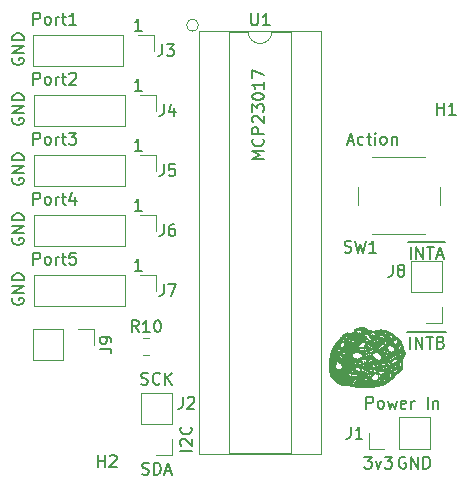
<source format=gbr>
%TF.GenerationSoftware,KiCad,Pcbnew,(5.1.6)-1*%
%TF.CreationDate,2020-09-17T22:35:37+02:00*%
%TF.ProjectId,gpioexpander4,6770696f-6578-4706-916e-646572342e6b,rev?*%
%TF.SameCoordinates,Original*%
%TF.FileFunction,Legend,Top*%
%TF.FilePolarity,Positive*%
%FSLAX46Y46*%
G04 Gerber Fmt 4.6, Leading zero omitted, Abs format (unit mm)*
G04 Created by KiCad (PCBNEW (5.1.6)-1) date 2020-09-17 22:35:37*
%MOMM*%
%LPD*%
G01*
G04 APERTURE LIST*
%ADD10C,0.120000*%
%ADD11C,0.150000*%
%ADD12C,0.010000*%
G04 APERTURE END LIST*
D10*
X122428000Y-49276000D02*
G75*
G03*
X122428000Y-49276000I-508000J0D01*
G01*
D11*
X117633714Y-49728380D02*
X117062285Y-49728380D01*
X117348000Y-49728380D02*
X117348000Y-48728380D01*
X117252761Y-48871238D01*
X117157523Y-48966476D01*
X117062285Y-49014095D01*
X117633714Y-54808380D02*
X117062285Y-54808380D01*
X117348000Y-54808380D02*
X117348000Y-53808380D01*
X117252761Y-53951238D01*
X117157523Y-54046476D01*
X117062285Y-54094095D01*
X117633714Y-59888380D02*
X117062285Y-59888380D01*
X117348000Y-59888380D02*
X117348000Y-58888380D01*
X117252761Y-59031238D01*
X117157523Y-59126476D01*
X117062285Y-59174095D01*
X117633714Y-64968380D02*
X117062285Y-64968380D01*
X117348000Y-64968380D02*
X117348000Y-63968380D01*
X117252761Y-64111238D01*
X117157523Y-64206476D01*
X117062285Y-64254095D01*
X117633714Y-70048380D02*
X117062285Y-70048380D01*
X117348000Y-70048380D02*
X117348000Y-69048380D01*
X117252761Y-69191238D01*
X117157523Y-69286476D01*
X117062285Y-69334095D01*
X106688000Y-72389904D02*
X106640380Y-72485142D01*
X106640380Y-72628000D01*
X106688000Y-72770857D01*
X106783238Y-72866095D01*
X106878476Y-72913714D01*
X107068952Y-72961333D01*
X107211809Y-72961333D01*
X107402285Y-72913714D01*
X107497523Y-72866095D01*
X107592761Y-72770857D01*
X107640380Y-72628000D01*
X107640380Y-72532761D01*
X107592761Y-72389904D01*
X107545142Y-72342285D01*
X107211809Y-72342285D01*
X107211809Y-72532761D01*
X107640380Y-71913714D02*
X106640380Y-71913714D01*
X107640380Y-71342285D01*
X106640380Y-71342285D01*
X107640380Y-70866095D02*
X106640380Y-70866095D01*
X106640380Y-70628000D01*
X106688000Y-70485142D01*
X106783238Y-70389904D01*
X106878476Y-70342285D01*
X107068952Y-70294666D01*
X107211809Y-70294666D01*
X107402285Y-70342285D01*
X107497523Y-70389904D01*
X107592761Y-70485142D01*
X107640380Y-70628000D01*
X107640380Y-70866095D01*
X106688000Y-67309904D02*
X106640380Y-67405142D01*
X106640380Y-67548000D01*
X106688000Y-67690857D01*
X106783238Y-67786095D01*
X106878476Y-67833714D01*
X107068952Y-67881333D01*
X107211809Y-67881333D01*
X107402285Y-67833714D01*
X107497523Y-67786095D01*
X107592761Y-67690857D01*
X107640380Y-67548000D01*
X107640380Y-67452761D01*
X107592761Y-67309904D01*
X107545142Y-67262285D01*
X107211809Y-67262285D01*
X107211809Y-67452761D01*
X107640380Y-66833714D02*
X106640380Y-66833714D01*
X107640380Y-66262285D01*
X106640380Y-66262285D01*
X107640380Y-65786095D02*
X106640380Y-65786095D01*
X106640380Y-65548000D01*
X106688000Y-65405142D01*
X106783238Y-65309904D01*
X106878476Y-65262285D01*
X107068952Y-65214666D01*
X107211809Y-65214666D01*
X107402285Y-65262285D01*
X107497523Y-65309904D01*
X107592761Y-65405142D01*
X107640380Y-65548000D01*
X107640380Y-65786095D01*
X106688000Y-62229904D02*
X106640380Y-62325142D01*
X106640380Y-62468000D01*
X106688000Y-62610857D01*
X106783238Y-62706095D01*
X106878476Y-62753714D01*
X107068952Y-62801333D01*
X107211809Y-62801333D01*
X107402285Y-62753714D01*
X107497523Y-62706095D01*
X107592761Y-62610857D01*
X107640380Y-62468000D01*
X107640380Y-62372761D01*
X107592761Y-62229904D01*
X107545142Y-62182285D01*
X107211809Y-62182285D01*
X107211809Y-62372761D01*
X107640380Y-61753714D02*
X106640380Y-61753714D01*
X107640380Y-61182285D01*
X106640380Y-61182285D01*
X107640380Y-60706095D02*
X106640380Y-60706095D01*
X106640380Y-60468000D01*
X106688000Y-60325142D01*
X106783238Y-60229904D01*
X106878476Y-60182285D01*
X107068952Y-60134666D01*
X107211809Y-60134666D01*
X107402285Y-60182285D01*
X107497523Y-60229904D01*
X107592761Y-60325142D01*
X107640380Y-60468000D01*
X107640380Y-60706095D01*
X106688000Y-57149904D02*
X106640380Y-57245142D01*
X106640380Y-57388000D01*
X106688000Y-57530857D01*
X106783238Y-57626095D01*
X106878476Y-57673714D01*
X107068952Y-57721333D01*
X107211809Y-57721333D01*
X107402285Y-57673714D01*
X107497523Y-57626095D01*
X107592761Y-57530857D01*
X107640380Y-57388000D01*
X107640380Y-57292761D01*
X107592761Y-57149904D01*
X107545142Y-57102285D01*
X107211809Y-57102285D01*
X107211809Y-57292761D01*
X107640380Y-56673714D02*
X106640380Y-56673714D01*
X107640380Y-56102285D01*
X106640380Y-56102285D01*
X107640380Y-55626095D02*
X106640380Y-55626095D01*
X106640380Y-55388000D01*
X106688000Y-55245142D01*
X106783238Y-55149904D01*
X106878476Y-55102285D01*
X107068952Y-55054666D01*
X107211809Y-55054666D01*
X107402285Y-55102285D01*
X107497523Y-55149904D01*
X107592761Y-55245142D01*
X107640380Y-55388000D01*
X107640380Y-55626095D01*
X106688000Y-52069904D02*
X106640380Y-52165142D01*
X106640380Y-52308000D01*
X106688000Y-52450857D01*
X106783238Y-52546095D01*
X106878476Y-52593714D01*
X107068952Y-52641333D01*
X107211809Y-52641333D01*
X107402285Y-52593714D01*
X107497523Y-52546095D01*
X107592761Y-52450857D01*
X107640380Y-52308000D01*
X107640380Y-52212761D01*
X107592761Y-52069904D01*
X107545142Y-52022285D01*
X107211809Y-52022285D01*
X107211809Y-52212761D01*
X107640380Y-51593714D02*
X106640380Y-51593714D01*
X107640380Y-51022285D01*
X106640380Y-51022285D01*
X107640380Y-50546095D02*
X106640380Y-50546095D01*
X106640380Y-50308000D01*
X106688000Y-50165142D01*
X106783238Y-50069904D01*
X106878476Y-50022285D01*
X107068952Y-49974666D01*
X107211809Y-49974666D01*
X107402285Y-50022285D01*
X107497523Y-50069904D01*
X107592761Y-50165142D01*
X107640380Y-50308000D01*
X107640380Y-50546095D01*
X136652380Y-81732380D02*
X136652380Y-80732380D01*
X137033333Y-80732380D01*
X137128571Y-80780000D01*
X137176190Y-80827619D01*
X137223809Y-80922857D01*
X137223809Y-81065714D01*
X137176190Y-81160952D01*
X137128571Y-81208571D01*
X137033333Y-81256190D01*
X136652380Y-81256190D01*
X137795238Y-81732380D02*
X137700000Y-81684761D01*
X137652380Y-81637142D01*
X137604761Y-81541904D01*
X137604761Y-81256190D01*
X137652380Y-81160952D01*
X137700000Y-81113333D01*
X137795238Y-81065714D01*
X137938095Y-81065714D01*
X138033333Y-81113333D01*
X138080952Y-81160952D01*
X138128571Y-81256190D01*
X138128571Y-81541904D01*
X138080952Y-81637142D01*
X138033333Y-81684761D01*
X137938095Y-81732380D01*
X137795238Y-81732380D01*
X138461904Y-81065714D02*
X138652380Y-81732380D01*
X138842857Y-81256190D01*
X139033333Y-81732380D01*
X139223809Y-81065714D01*
X139985714Y-81684761D02*
X139890476Y-81732380D01*
X139700000Y-81732380D01*
X139604761Y-81684761D01*
X139557142Y-81589523D01*
X139557142Y-81208571D01*
X139604761Y-81113333D01*
X139700000Y-81065714D01*
X139890476Y-81065714D01*
X139985714Y-81113333D01*
X140033333Y-81208571D01*
X140033333Y-81303809D01*
X139557142Y-81399047D01*
X140461904Y-81732380D02*
X140461904Y-81065714D01*
X140461904Y-81256190D02*
X140509523Y-81160952D01*
X140557142Y-81113333D01*
X140652380Y-81065714D01*
X140747619Y-81065714D01*
X141842857Y-81732380D02*
X141842857Y-80732380D01*
X142319047Y-81065714D02*
X142319047Y-81732380D01*
X142319047Y-81160952D02*
X142366666Y-81113333D01*
X142461904Y-81065714D01*
X142604761Y-81065714D01*
X142700000Y-81113333D01*
X142747619Y-81208571D01*
X142747619Y-81732380D01*
X139954095Y-85860000D02*
X139858857Y-85812380D01*
X139716000Y-85812380D01*
X139573142Y-85860000D01*
X139477904Y-85955238D01*
X139430285Y-86050476D01*
X139382666Y-86240952D01*
X139382666Y-86383809D01*
X139430285Y-86574285D01*
X139477904Y-86669523D01*
X139573142Y-86764761D01*
X139716000Y-86812380D01*
X139811238Y-86812380D01*
X139954095Y-86764761D01*
X140001714Y-86717142D01*
X140001714Y-86383809D01*
X139811238Y-86383809D01*
X140430285Y-86812380D02*
X140430285Y-85812380D01*
X141001714Y-86812380D01*
X141001714Y-85812380D01*
X141477904Y-86812380D02*
X141477904Y-85812380D01*
X141716000Y-85812380D01*
X141858857Y-85860000D01*
X141954095Y-85955238D01*
X142001714Y-86050476D01*
X142049333Y-86240952D01*
X142049333Y-86383809D01*
X142001714Y-86574285D01*
X141954095Y-86669523D01*
X141858857Y-86764761D01*
X141716000Y-86812380D01*
X141477904Y-86812380D01*
X135064761Y-59094666D02*
X135540952Y-59094666D01*
X134969523Y-59380380D02*
X135302857Y-58380380D01*
X135636190Y-59380380D01*
X136398095Y-59332761D02*
X136302857Y-59380380D01*
X136112380Y-59380380D01*
X136017142Y-59332761D01*
X135969523Y-59285142D01*
X135921904Y-59189904D01*
X135921904Y-58904190D01*
X135969523Y-58808952D01*
X136017142Y-58761333D01*
X136112380Y-58713714D01*
X136302857Y-58713714D01*
X136398095Y-58761333D01*
X136683809Y-58713714D02*
X137064761Y-58713714D01*
X136826666Y-58380380D02*
X136826666Y-59237523D01*
X136874285Y-59332761D01*
X136969523Y-59380380D01*
X137064761Y-59380380D01*
X137398095Y-59380380D02*
X137398095Y-58713714D01*
X137398095Y-58380380D02*
X137350476Y-58428000D01*
X137398095Y-58475619D01*
X137445714Y-58428000D01*
X137398095Y-58380380D01*
X137398095Y-58475619D01*
X138017142Y-59380380D02*
X137921904Y-59332761D01*
X137874285Y-59285142D01*
X137826666Y-59189904D01*
X137826666Y-58904190D01*
X137874285Y-58808952D01*
X137921904Y-58761333D01*
X138017142Y-58713714D01*
X138160000Y-58713714D01*
X138255238Y-58761333D01*
X138302857Y-58808952D01*
X138350476Y-58904190D01*
X138350476Y-59189904D01*
X138302857Y-59285142D01*
X138255238Y-59332761D01*
X138160000Y-59380380D01*
X138017142Y-59380380D01*
X138779047Y-58713714D02*
X138779047Y-59380380D01*
X138779047Y-58808952D02*
X138826666Y-58761333D01*
X138921904Y-58713714D01*
X139064761Y-58713714D01*
X139160000Y-58761333D01*
X139207619Y-58856571D01*
X139207619Y-59380380D01*
X127960380Y-60610285D02*
X126960380Y-60610285D01*
X127674666Y-60276952D01*
X126960380Y-59943619D01*
X127960380Y-59943619D01*
X127865142Y-58896000D02*
X127912761Y-58943619D01*
X127960380Y-59086476D01*
X127960380Y-59181714D01*
X127912761Y-59324571D01*
X127817523Y-59419809D01*
X127722285Y-59467428D01*
X127531809Y-59515047D01*
X127388952Y-59515047D01*
X127198476Y-59467428D01*
X127103238Y-59419809D01*
X127008000Y-59324571D01*
X126960380Y-59181714D01*
X126960380Y-59086476D01*
X127008000Y-58943619D01*
X127055619Y-58896000D01*
X127960380Y-58467428D02*
X126960380Y-58467428D01*
X126960380Y-58086476D01*
X127008000Y-57991238D01*
X127055619Y-57943619D01*
X127150857Y-57896000D01*
X127293714Y-57896000D01*
X127388952Y-57943619D01*
X127436571Y-57991238D01*
X127484190Y-58086476D01*
X127484190Y-58467428D01*
X127055619Y-57515047D02*
X127008000Y-57467428D01*
X126960380Y-57372190D01*
X126960380Y-57134095D01*
X127008000Y-57038857D01*
X127055619Y-56991238D01*
X127150857Y-56943619D01*
X127246095Y-56943619D01*
X127388952Y-56991238D01*
X127960380Y-57562666D01*
X127960380Y-56943619D01*
X126960380Y-56610285D02*
X126960380Y-55991238D01*
X127341333Y-56324571D01*
X127341333Y-56181714D01*
X127388952Y-56086476D01*
X127436571Y-56038857D01*
X127531809Y-55991238D01*
X127769904Y-55991238D01*
X127865142Y-56038857D01*
X127912761Y-56086476D01*
X127960380Y-56181714D01*
X127960380Y-56467428D01*
X127912761Y-56562666D01*
X127865142Y-56610285D01*
X126960380Y-55372190D02*
X126960380Y-55276952D01*
X127008000Y-55181714D01*
X127055619Y-55134095D01*
X127150857Y-55086476D01*
X127341333Y-55038857D01*
X127579428Y-55038857D01*
X127769904Y-55086476D01*
X127865142Y-55134095D01*
X127912761Y-55181714D01*
X127960380Y-55276952D01*
X127960380Y-55372190D01*
X127912761Y-55467428D01*
X127865142Y-55515047D01*
X127769904Y-55562666D01*
X127579428Y-55610285D01*
X127341333Y-55610285D01*
X127150857Y-55562666D01*
X127055619Y-55515047D01*
X127008000Y-55467428D01*
X126960380Y-55372190D01*
X127960380Y-54086476D02*
X127960380Y-54657904D01*
X127960380Y-54372190D02*
X126960380Y-54372190D01*
X127103238Y-54467428D01*
X127198476Y-54562666D01*
X127246095Y-54657904D01*
X126960380Y-53753142D02*
X126960380Y-53086476D01*
X127960380Y-53515047D01*
X140089142Y-75285000D02*
X140565333Y-75285000D01*
X140327238Y-76652380D02*
X140327238Y-75652380D01*
X140565333Y-75285000D02*
X141612952Y-75285000D01*
X140803428Y-76652380D02*
X140803428Y-75652380D01*
X141374857Y-76652380D01*
X141374857Y-75652380D01*
X141612952Y-75285000D02*
X142374857Y-75285000D01*
X141708190Y-75652380D02*
X142279619Y-75652380D01*
X141993904Y-76652380D02*
X141993904Y-75652380D01*
X142374857Y-75285000D02*
X143374857Y-75285000D01*
X142946285Y-76128571D02*
X143089142Y-76176190D01*
X143136761Y-76223809D01*
X143184380Y-76319047D01*
X143184380Y-76461904D01*
X143136761Y-76557142D01*
X143089142Y-76604761D01*
X142993904Y-76652380D01*
X142612952Y-76652380D01*
X142612952Y-75652380D01*
X142946285Y-75652380D01*
X143041523Y-75700000D01*
X143089142Y-75747619D01*
X143136761Y-75842857D01*
X143136761Y-75938095D01*
X143089142Y-76033333D01*
X143041523Y-76080952D01*
X142946285Y-76128571D01*
X142612952Y-76128571D01*
X140160571Y-67665000D02*
X140636761Y-67665000D01*
X140398666Y-69032380D02*
X140398666Y-68032380D01*
X140636761Y-67665000D02*
X141684380Y-67665000D01*
X140874857Y-69032380D02*
X140874857Y-68032380D01*
X141446285Y-69032380D01*
X141446285Y-68032380D01*
X141684380Y-67665000D02*
X142446285Y-67665000D01*
X141779619Y-68032380D02*
X142351047Y-68032380D01*
X142065333Y-69032380D02*
X142065333Y-68032380D01*
X142446285Y-67665000D02*
X143303428Y-67665000D01*
X142636761Y-68746666D02*
X143112952Y-68746666D01*
X142541523Y-69032380D02*
X142874857Y-68032380D01*
X143208190Y-69032380D01*
X136477523Y-85812380D02*
X137096571Y-85812380D01*
X136763238Y-86193333D01*
X136906095Y-86193333D01*
X137001333Y-86240952D01*
X137048952Y-86288571D01*
X137096571Y-86383809D01*
X137096571Y-86621904D01*
X137048952Y-86717142D01*
X137001333Y-86764761D01*
X136906095Y-86812380D01*
X136620380Y-86812380D01*
X136525142Y-86764761D01*
X136477523Y-86717142D01*
X137429904Y-86145714D02*
X137668000Y-86812380D01*
X137906095Y-86145714D01*
X138191809Y-85812380D02*
X138810857Y-85812380D01*
X138477523Y-86193333D01*
X138620380Y-86193333D01*
X138715619Y-86240952D01*
X138763238Y-86288571D01*
X138810857Y-86383809D01*
X138810857Y-86621904D01*
X138763238Y-86717142D01*
X138715619Y-86764761D01*
X138620380Y-86812380D01*
X138334666Y-86812380D01*
X138239428Y-86764761D01*
X138191809Y-86717142D01*
X117657714Y-87272761D02*
X117800571Y-87320380D01*
X118038666Y-87320380D01*
X118133904Y-87272761D01*
X118181523Y-87225142D01*
X118229142Y-87129904D01*
X118229142Y-87034666D01*
X118181523Y-86939428D01*
X118133904Y-86891809D01*
X118038666Y-86844190D01*
X117848190Y-86796571D01*
X117752952Y-86748952D01*
X117705333Y-86701333D01*
X117657714Y-86606095D01*
X117657714Y-86510857D01*
X117705333Y-86415619D01*
X117752952Y-86368000D01*
X117848190Y-86320380D01*
X118086285Y-86320380D01*
X118229142Y-86368000D01*
X118657714Y-87320380D02*
X118657714Y-86320380D01*
X118895809Y-86320380D01*
X119038666Y-86368000D01*
X119133904Y-86463238D01*
X119181523Y-86558476D01*
X119229142Y-86748952D01*
X119229142Y-86891809D01*
X119181523Y-87082285D01*
X119133904Y-87177523D01*
X119038666Y-87272761D01*
X118895809Y-87320380D01*
X118657714Y-87320380D01*
X119610095Y-87034666D02*
X120086285Y-87034666D01*
X119514857Y-87320380D02*
X119848190Y-86320380D01*
X120181523Y-87320380D01*
X117586285Y-79652761D02*
X117729142Y-79700380D01*
X117967238Y-79700380D01*
X118062476Y-79652761D01*
X118110095Y-79605142D01*
X118157714Y-79509904D01*
X118157714Y-79414666D01*
X118110095Y-79319428D01*
X118062476Y-79271809D01*
X117967238Y-79224190D01*
X117776761Y-79176571D01*
X117681523Y-79128952D01*
X117633904Y-79081333D01*
X117586285Y-78986095D01*
X117586285Y-78890857D01*
X117633904Y-78795619D01*
X117681523Y-78748000D01*
X117776761Y-78700380D01*
X118014857Y-78700380D01*
X118157714Y-78748000D01*
X119157714Y-79605142D02*
X119110095Y-79652761D01*
X118967238Y-79700380D01*
X118872000Y-79700380D01*
X118729142Y-79652761D01*
X118633904Y-79557523D01*
X118586285Y-79462285D01*
X118538666Y-79271809D01*
X118538666Y-79128952D01*
X118586285Y-78938476D01*
X118633904Y-78843238D01*
X118729142Y-78748000D01*
X118872000Y-78700380D01*
X118967238Y-78700380D01*
X119110095Y-78748000D01*
X119157714Y-78795619D01*
X119586285Y-79700380D02*
X119586285Y-78700380D01*
X120157714Y-79700380D02*
X119729142Y-79128952D01*
X120157714Y-78700380D02*
X119586285Y-79271809D01*
X108450285Y-69540380D02*
X108450285Y-68540380D01*
X108831238Y-68540380D01*
X108926476Y-68588000D01*
X108974095Y-68635619D01*
X109021714Y-68730857D01*
X109021714Y-68873714D01*
X108974095Y-68968952D01*
X108926476Y-69016571D01*
X108831238Y-69064190D01*
X108450285Y-69064190D01*
X109593142Y-69540380D02*
X109497904Y-69492761D01*
X109450285Y-69445142D01*
X109402666Y-69349904D01*
X109402666Y-69064190D01*
X109450285Y-68968952D01*
X109497904Y-68921333D01*
X109593142Y-68873714D01*
X109736000Y-68873714D01*
X109831238Y-68921333D01*
X109878857Y-68968952D01*
X109926476Y-69064190D01*
X109926476Y-69349904D01*
X109878857Y-69445142D01*
X109831238Y-69492761D01*
X109736000Y-69540380D01*
X109593142Y-69540380D01*
X110355047Y-69540380D02*
X110355047Y-68873714D01*
X110355047Y-69064190D02*
X110402666Y-68968952D01*
X110450285Y-68921333D01*
X110545523Y-68873714D01*
X110640761Y-68873714D01*
X110831238Y-68873714D02*
X111212190Y-68873714D01*
X110974095Y-68540380D02*
X110974095Y-69397523D01*
X111021714Y-69492761D01*
X111116952Y-69540380D01*
X111212190Y-69540380D01*
X112021714Y-68540380D02*
X111545523Y-68540380D01*
X111497904Y-69016571D01*
X111545523Y-68968952D01*
X111640761Y-68921333D01*
X111878857Y-68921333D01*
X111974095Y-68968952D01*
X112021714Y-69016571D01*
X112069333Y-69111809D01*
X112069333Y-69349904D01*
X112021714Y-69445142D01*
X111974095Y-69492761D01*
X111878857Y-69540380D01*
X111640761Y-69540380D01*
X111545523Y-69492761D01*
X111497904Y-69445142D01*
X108450285Y-64460380D02*
X108450285Y-63460380D01*
X108831238Y-63460380D01*
X108926476Y-63508000D01*
X108974095Y-63555619D01*
X109021714Y-63650857D01*
X109021714Y-63793714D01*
X108974095Y-63888952D01*
X108926476Y-63936571D01*
X108831238Y-63984190D01*
X108450285Y-63984190D01*
X109593142Y-64460380D02*
X109497904Y-64412761D01*
X109450285Y-64365142D01*
X109402666Y-64269904D01*
X109402666Y-63984190D01*
X109450285Y-63888952D01*
X109497904Y-63841333D01*
X109593142Y-63793714D01*
X109736000Y-63793714D01*
X109831238Y-63841333D01*
X109878857Y-63888952D01*
X109926476Y-63984190D01*
X109926476Y-64269904D01*
X109878857Y-64365142D01*
X109831238Y-64412761D01*
X109736000Y-64460380D01*
X109593142Y-64460380D01*
X110355047Y-64460380D02*
X110355047Y-63793714D01*
X110355047Y-63984190D02*
X110402666Y-63888952D01*
X110450285Y-63841333D01*
X110545523Y-63793714D01*
X110640761Y-63793714D01*
X110831238Y-63793714D02*
X111212190Y-63793714D01*
X110974095Y-63460380D02*
X110974095Y-64317523D01*
X111021714Y-64412761D01*
X111116952Y-64460380D01*
X111212190Y-64460380D01*
X111974095Y-63793714D02*
X111974095Y-64460380D01*
X111736000Y-63412761D02*
X111497904Y-64127047D01*
X112116952Y-64127047D01*
X108450285Y-59380380D02*
X108450285Y-58380380D01*
X108831238Y-58380380D01*
X108926476Y-58428000D01*
X108974095Y-58475619D01*
X109021714Y-58570857D01*
X109021714Y-58713714D01*
X108974095Y-58808952D01*
X108926476Y-58856571D01*
X108831238Y-58904190D01*
X108450285Y-58904190D01*
X109593142Y-59380380D02*
X109497904Y-59332761D01*
X109450285Y-59285142D01*
X109402666Y-59189904D01*
X109402666Y-58904190D01*
X109450285Y-58808952D01*
X109497904Y-58761333D01*
X109593142Y-58713714D01*
X109736000Y-58713714D01*
X109831238Y-58761333D01*
X109878857Y-58808952D01*
X109926476Y-58904190D01*
X109926476Y-59189904D01*
X109878857Y-59285142D01*
X109831238Y-59332761D01*
X109736000Y-59380380D01*
X109593142Y-59380380D01*
X110355047Y-59380380D02*
X110355047Y-58713714D01*
X110355047Y-58904190D02*
X110402666Y-58808952D01*
X110450285Y-58761333D01*
X110545523Y-58713714D01*
X110640761Y-58713714D01*
X110831238Y-58713714D02*
X111212190Y-58713714D01*
X110974095Y-58380380D02*
X110974095Y-59237523D01*
X111021714Y-59332761D01*
X111116952Y-59380380D01*
X111212190Y-59380380D01*
X111450285Y-58380380D02*
X112069333Y-58380380D01*
X111736000Y-58761333D01*
X111878857Y-58761333D01*
X111974095Y-58808952D01*
X112021714Y-58856571D01*
X112069333Y-58951809D01*
X112069333Y-59189904D01*
X112021714Y-59285142D01*
X111974095Y-59332761D01*
X111878857Y-59380380D01*
X111593142Y-59380380D01*
X111497904Y-59332761D01*
X111450285Y-59285142D01*
X108450285Y-54300380D02*
X108450285Y-53300380D01*
X108831238Y-53300380D01*
X108926476Y-53348000D01*
X108974095Y-53395619D01*
X109021714Y-53490857D01*
X109021714Y-53633714D01*
X108974095Y-53728952D01*
X108926476Y-53776571D01*
X108831238Y-53824190D01*
X108450285Y-53824190D01*
X109593142Y-54300380D02*
X109497904Y-54252761D01*
X109450285Y-54205142D01*
X109402666Y-54109904D01*
X109402666Y-53824190D01*
X109450285Y-53728952D01*
X109497904Y-53681333D01*
X109593142Y-53633714D01*
X109736000Y-53633714D01*
X109831238Y-53681333D01*
X109878857Y-53728952D01*
X109926476Y-53824190D01*
X109926476Y-54109904D01*
X109878857Y-54205142D01*
X109831238Y-54252761D01*
X109736000Y-54300380D01*
X109593142Y-54300380D01*
X110355047Y-54300380D02*
X110355047Y-53633714D01*
X110355047Y-53824190D02*
X110402666Y-53728952D01*
X110450285Y-53681333D01*
X110545523Y-53633714D01*
X110640761Y-53633714D01*
X110831238Y-53633714D02*
X111212190Y-53633714D01*
X110974095Y-53300380D02*
X110974095Y-54157523D01*
X111021714Y-54252761D01*
X111116952Y-54300380D01*
X111212190Y-54300380D01*
X111497904Y-53395619D02*
X111545523Y-53348000D01*
X111640761Y-53300380D01*
X111878857Y-53300380D01*
X111974095Y-53348000D01*
X112021714Y-53395619D01*
X112069333Y-53490857D01*
X112069333Y-53586095D01*
X112021714Y-53728952D01*
X111450285Y-54300380D01*
X112069333Y-54300380D01*
X108450285Y-49220380D02*
X108450285Y-48220380D01*
X108831238Y-48220380D01*
X108926476Y-48268000D01*
X108974095Y-48315619D01*
X109021714Y-48410857D01*
X109021714Y-48553714D01*
X108974095Y-48648952D01*
X108926476Y-48696571D01*
X108831238Y-48744190D01*
X108450285Y-48744190D01*
X109593142Y-49220380D02*
X109497904Y-49172761D01*
X109450285Y-49125142D01*
X109402666Y-49029904D01*
X109402666Y-48744190D01*
X109450285Y-48648952D01*
X109497904Y-48601333D01*
X109593142Y-48553714D01*
X109736000Y-48553714D01*
X109831238Y-48601333D01*
X109878857Y-48648952D01*
X109926476Y-48744190D01*
X109926476Y-49029904D01*
X109878857Y-49125142D01*
X109831238Y-49172761D01*
X109736000Y-49220380D01*
X109593142Y-49220380D01*
X110355047Y-49220380D02*
X110355047Y-48553714D01*
X110355047Y-48744190D02*
X110402666Y-48648952D01*
X110450285Y-48601333D01*
X110545523Y-48553714D01*
X110640761Y-48553714D01*
X110831238Y-48553714D02*
X111212190Y-48553714D01*
X110974095Y-48220380D02*
X110974095Y-49077523D01*
X111021714Y-49172761D01*
X111116952Y-49220380D01*
X111212190Y-49220380D01*
X112069333Y-49220380D02*
X111497904Y-49220380D01*
X111783619Y-49220380D02*
X111783619Y-48220380D01*
X111688380Y-48363238D01*
X111593142Y-48458476D01*
X111497904Y-48506095D01*
X121864380Y-85304190D02*
X120864380Y-85304190D01*
X120959619Y-84875619D02*
X120912000Y-84828000D01*
X120864380Y-84732761D01*
X120864380Y-84494666D01*
X120912000Y-84399428D01*
X120959619Y-84351809D01*
X121054857Y-84304190D01*
X121150095Y-84304190D01*
X121292952Y-84351809D01*
X121864380Y-84923238D01*
X121864380Y-84304190D01*
X121769142Y-83304190D02*
X121816761Y-83351809D01*
X121864380Y-83494666D01*
X121864380Y-83589904D01*
X121816761Y-83732761D01*
X121721523Y-83828000D01*
X121626285Y-83875619D01*
X121435809Y-83923238D01*
X121292952Y-83923238D01*
X121102476Y-83875619D01*
X121007238Y-83828000D01*
X120912000Y-83732761D01*
X120864380Y-83589904D01*
X120864380Y-83494666D01*
X120912000Y-83351809D01*
X120959619Y-83304190D01*
D12*
%TO.C,G\u002A\u002A\u002A*%
G36*
X136385386Y-74867356D02*
G01*
X136531557Y-74922831D01*
X136671923Y-74995870D01*
X136744777Y-75047253D01*
X136836802Y-75092751D01*
X136974726Y-75126315D01*
X137130163Y-75145204D01*
X137274728Y-75146680D01*
X137380035Y-75128004D01*
X137408113Y-75111268D01*
X137493711Y-75069335D01*
X137578374Y-75062075D01*
X137703918Y-75057721D01*
X137784720Y-75040560D01*
X137910198Y-75037829D01*
X138006025Y-75071501D01*
X138119655Y-75109128D01*
X138217166Y-75111902D01*
X138217682Y-75111769D01*
X138303717Y-75111221D01*
X138410401Y-75136129D01*
X138505104Y-75175458D01*
X138555201Y-75218174D01*
X138557000Y-75226531D01*
X138591378Y-75265008D01*
X138631083Y-75283089D01*
X138756032Y-75338648D01*
X138891537Y-75420215D01*
X139009489Y-75508655D01*
X139081780Y-75584833D01*
X139086498Y-75593113D01*
X139140440Y-75652802D01*
X139182277Y-75659963D01*
X139243223Y-75677542D01*
X139330561Y-75742525D01*
X139422226Y-75832888D01*
X139496157Y-75926603D01*
X139530289Y-76001645D01*
X139530667Y-76007765D01*
X139548491Y-76055981D01*
X139569052Y-76054273D01*
X139590436Y-76068071D01*
X139584775Y-76117210D01*
X139594329Y-76213686D01*
X139626385Y-76254852D01*
X139681645Y-76328463D01*
X139731516Y-76440902D01*
X139764737Y-76558548D01*
X139770043Y-76647782D01*
X139763833Y-76665127D01*
X139768196Y-76725179D01*
X139813893Y-76815991D01*
X139824323Y-76831240D01*
X139898927Y-76975993D01*
X139896175Y-77102868D01*
X139826569Y-77216497D01*
X139731146Y-77376164D01*
X139662839Y-77588361D01*
X139626863Y-77823834D01*
X139628435Y-78053326D01*
X139653111Y-78189239D01*
X139659053Y-78287532D01*
X139636732Y-78391408D01*
X139596314Y-78467253D01*
X139563443Y-78485669D01*
X139519408Y-78514633D01*
X139441840Y-78587957D01*
X139394110Y-78638598D01*
X139272650Y-78747665D01*
X139136017Y-78836401D01*
X139094353Y-78855821D01*
X138986509Y-78911969D01*
X138954067Y-78966875D01*
X138958062Y-78985220D01*
X138943421Y-79056758D01*
X138867238Y-79156966D01*
X138742710Y-79274735D01*
X138583033Y-79398957D01*
X138401406Y-79518523D01*
X138211027Y-79622323D01*
X138188315Y-79633147D01*
X137898757Y-79750066D01*
X137598279Y-79829027D01*
X137426315Y-79859115D01*
X137210129Y-79886181D01*
X136962230Y-79907787D01*
X136698821Y-79923563D01*
X136436103Y-79933141D01*
X136190277Y-79936151D01*
X135977545Y-79932222D01*
X135814110Y-79920986D01*
X135716172Y-79902072D01*
X135707702Y-79898329D01*
X135560977Y-79844034D01*
X135368906Y-79800910D01*
X135169003Y-79775018D01*
X134998784Y-79772421D01*
X134958315Y-79777225D01*
X134814677Y-79781129D01*
X134644431Y-79757095D01*
X134477231Y-79712555D01*
X134391571Y-79675862D01*
X134916333Y-79675862D01*
X134950688Y-79709422D01*
X134979833Y-79713666D01*
X135035973Y-79680460D01*
X135043333Y-79651495D01*
X135040144Y-79646638D01*
X135089009Y-79646638D01*
X135096792Y-79701545D01*
X135111243Y-79702201D01*
X135113035Y-79692154D01*
X135180743Y-79692154D01*
X135244417Y-79726818D01*
X135312444Y-79745615D01*
X135329083Y-79751089D01*
X135338454Y-79721357D01*
X135339667Y-79692500D01*
X135337462Y-79689269D01*
X135427487Y-79689269D01*
X135432724Y-79730751D01*
X135495632Y-79777291D01*
X135540750Y-79794991D01*
X135550135Y-79763710D01*
X135551333Y-79734833D01*
X135517447Y-79678709D01*
X135487833Y-79671333D01*
X135427487Y-79689269D01*
X135337462Y-79689269D01*
X135304373Y-79640785D01*
X135255000Y-79629000D01*
X135182299Y-79649468D01*
X135180743Y-79692154D01*
X135113035Y-79692154D01*
X135121349Y-79645542D01*
X135114585Y-79621062D01*
X135095788Y-79605027D01*
X135089009Y-79646638D01*
X135040144Y-79646638D01*
X135015284Y-79608787D01*
X134979833Y-79613691D01*
X134923814Y-79655244D01*
X134916333Y-79675862D01*
X134391571Y-79675862D01*
X134342734Y-79654943D01*
X134281501Y-79607833D01*
X134789333Y-79607833D01*
X134810500Y-79629000D01*
X134831667Y-79607833D01*
X134810500Y-79586666D01*
X134789333Y-79607833D01*
X134281501Y-79607833D01*
X134281040Y-79607479D01*
X134206674Y-79545338D01*
X134191794Y-79536587D01*
X134603621Y-79536587D01*
X134616159Y-79568099D01*
X134643029Y-79572555D01*
X134698320Y-79566059D01*
X134704667Y-79560942D01*
X134673135Y-79527900D01*
X134618918Y-79524875D01*
X134603621Y-79536587D01*
X134191794Y-79536587D01*
X134154829Y-79514848D01*
X134937500Y-79514848D01*
X135085667Y-79547041D01*
X135210890Y-79574008D01*
X135375289Y-79609110D01*
X135487833Y-79633002D01*
X135606827Y-79662718D01*
X135671100Y-79688166D01*
X135667750Y-79703322D01*
X135601603Y-79739549D01*
X135611695Y-79790379D01*
X135688917Y-79837096D01*
X135779509Y-79860421D01*
X135800643Y-79835966D01*
X135763849Y-79778189D01*
X135738930Y-79735476D01*
X136587476Y-79735476D01*
X136598701Y-79727777D01*
X136708444Y-79727777D01*
X136714255Y-79752944D01*
X136736667Y-79756000D01*
X136771512Y-79740510D01*
X136764889Y-79727777D01*
X136714649Y-79722711D01*
X136708444Y-79727777D01*
X136598701Y-79727777D01*
X136633171Y-79704136D01*
X136641148Y-79697425D01*
X136699538Y-79626798D01*
X136706751Y-79572510D01*
X136674730Y-79559205D01*
X136659732Y-79588751D01*
X136618159Y-79676706D01*
X136594128Y-79713666D01*
X136587476Y-79735476D01*
X135738930Y-79735476D01*
X135733655Y-79726436D01*
X135741833Y-79713666D01*
X135746059Y-79687760D01*
X135722592Y-79652486D01*
X135626485Y-79583681D01*
X135611079Y-79577657D01*
X135932333Y-79577657D01*
X135968351Y-79606477D01*
X136027049Y-79618117D01*
X136087619Y-79616895D01*
X136071285Y-79593651D01*
X136069947Y-79592771D01*
X136144648Y-79592771D01*
X136176437Y-79647641D01*
X136245771Y-79656271D01*
X136313870Y-79638467D01*
X136323493Y-79611222D01*
X136333573Y-79590670D01*
X136368533Y-79598790D01*
X136441522Y-79598939D01*
X136466436Y-79578679D01*
X136458613Y-79548781D01*
X136380668Y-79553961D01*
X136300479Y-79559821D01*
X136285048Y-79528672D01*
X136289225Y-79515567D01*
X136289064Y-79476464D01*
X136270515Y-79481133D01*
X136233407Y-79541363D01*
X136228018Y-79578581D01*
X136221167Y-79625958D01*
X136191902Y-79595185D01*
X136186333Y-79586666D01*
X136153403Y-79546394D01*
X136144798Y-79582985D01*
X136144648Y-79592771D01*
X136069947Y-79592771D01*
X136058799Y-79585440D01*
X135972659Y-79547273D01*
X135933496Y-79566936D01*
X135932333Y-79577657D01*
X135611079Y-79577657D01*
X135477924Y-79525592D01*
X135453562Y-79520008D01*
X135726778Y-79520008D01*
X135736760Y-79542098D01*
X135760501Y-79544333D01*
X135817906Y-79513587D01*
X135826200Y-79502484D01*
X135819386Y-79478428D01*
X135786365Y-79485847D01*
X135726778Y-79520008D01*
X135453562Y-79520008D01*
X135309100Y-79486896D01*
X135152202Y-79476266D01*
X135093731Y-79483018D01*
X134937500Y-79514848D01*
X134154829Y-79514848D01*
X134098436Y-79481684D01*
X134096676Y-79480833D01*
X134704667Y-79480833D01*
X134725833Y-79502000D01*
X134747000Y-79480833D01*
X134725833Y-79459666D01*
X134704667Y-79480833D01*
X134096676Y-79480833D01*
X134089455Y-79477342D01*
X133872592Y-79346639D01*
X133706175Y-79189578D01*
X133697632Y-79175467D01*
X133991824Y-79175467D01*
X134002124Y-79199125D01*
X134044749Y-79244572D01*
X134069254Y-79235249D01*
X134069667Y-79229331D01*
X134039598Y-79193525D01*
X134020792Y-79180457D01*
X133991824Y-79175467D01*
X133697632Y-79175467D01*
X133651837Y-79099833D01*
X133858000Y-79099833D01*
X133879167Y-79121000D01*
X133900333Y-79099833D01*
X134027333Y-79099833D01*
X134048500Y-79121000D01*
X134061914Y-79107586D01*
X134101259Y-79107586D01*
X134174760Y-79219763D01*
X134235726Y-79290504D01*
X134283799Y-79309742D01*
X134285964Y-79308638D01*
X134318837Y-79320295D01*
X134323667Y-79347807D01*
X134346995Y-79408131D01*
X134428121Y-79439991D01*
X134501718Y-79448683D01*
X134551000Y-79447194D01*
X134536395Y-79421414D01*
X134504704Y-79396166D01*
X134704667Y-79396166D01*
X134725833Y-79417333D01*
X134728589Y-79414577D01*
X134969046Y-79414577D01*
X134974836Y-79417333D01*
X135013469Y-79387531D01*
X135022167Y-79375000D01*
X135032954Y-79335422D01*
X135027163Y-79332666D01*
X134988531Y-79362468D01*
X134979833Y-79375000D01*
X134969046Y-79414577D01*
X134728589Y-79414577D01*
X134747000Y-79396166D01*
X134725833Y-79375000D01*
X134704667Y-79396166D01*
X134504704Y-79396166D01*
X134485031Y-79380493D01*
X134383761Y-79305948D01*
X134262514Y-79219648D01*
X134256293Y-79215310D01*
X134493000Y-79215310D01*
X134526217Y-79293644D01*
X134567083Y-79329275D01*
X134633887Y-79366229D01*
X134663494Y-79362380D01*
X134681545Y-79335165D01*
X134789333Y-79335165D01*
X134802937Y-79373629D01*
X134834155Y-79340073D01*
X134847819Y-79309301D01*
X134850778Y-79265601D01*
X134831182Y-79269466D01*
X134790838Y-79323666D01*
X134789333Y-79335165D01*
X134681545Y-79335165D01*
X134687542Y-79326125D01*
X134692509Y-79296933D01*
X134671771Y-79305667D01*
X134617261Y-79296354D01*
X134559396Y-79239288D01*
X134511824Y-79181172D01*
X134494161Y-79193197D01*
X134493000Y-79215310D01*
X134256293Y-79215310D01*
X134244213Y-79206887D01*
X134101259Y-79107586D01*
X134061914Y-79107586D01*
X134069667Y-79099833D01*
X134048500Y-79078666D01*
X134027333Y-79099833D01*
X133900333Y-79099833D01*
X133879167Y-79078666D01*
X133858000Y-79099833D01*
X133651837Y-79099833D01*
X133626205Y-79057500D01*
X133731000Y-79057500D01*
X133752167Y-79078666D01*
X133773333Y-79057500D01*
X133752167Y-79036333D01*
X133731000Y-79057500D01*
X133626205Y-79057500D01*
X133603847Y-79020575D01*
X133602346Y-79015166D01*
X133815667Y-79015166D01*
X133836833Y-79036333D01*
X133858000Y-79015166D01*
X133836833Y-78994000D01*
X133815667Y-79015166D01*
X133602346Y-79015166D01*
X133581745Y-78940950D01*
X133578803Y-78926896D01*
X133950891Y-78926896D01*
X133963833Y-78934471D01*
X134067077Y-78965746D01*
X134112000Y-78982032D01*
X134186301Y-79001026D01*
X134207250Y-79000720D01*
X134235620Y-79029574D01*
X134242342Y-79068083D01*
X134253184Y-79108199D01*
X134267036Y-79089250D01*
X134311108Y-79038614D01*
X134352765Y-79060126D01*
X134366000Y-79121000D01*
X134382174Y-79189814D01*
X134404587Y-79205666D01*
X134434955Y-79173219D01*
X134434696Y-79152750D01*
X134421502Y-79115255D01*
X134837492Y-79115255D01*
X134879269Y-79106850D01*
X134884583Y-79105155D01*
X134945771Y-79103430D01*
X134958667Y-79122328D01*
X134926086Y-79161767D01*
X134913835Y-79163333D01*
X134888757Y-79189361D01*
X134895593Y-79206357D01*
X134939719Y-79235873D01*
X134951008Y-79232821D01*
X135010283Y-79231788D01*
X135057622Y-79244567D01*
X135168999Y-79272485D01*
X135221381Y-79279350D01*
X135280875Y-79280245D01*
X135268649Y-79257460D01*
X135228259Y-79225926D01*
X135142619Y-79182077D01*
X135396107Y-79182077D01*
X135424333Y-79206314D01*
X135465229Y-79247092D01*
X135430126Y-79285191D01*
X135429493Y-79285600D01*
X135398313Y-79335594D01*
X135410142Y-79387153D01*
X135452331Y-79402655D01*
X135466667Y-79396166D01*
X135518358Y-79403227D01*
X135529740Y-79416642D01*
X135595150Y-79456931D01*
X135673737Y-79440689D01*
X135703542Y-79410792D01*
X135707330Y-79381103D01*
X135674291Y-79392765D01*
X135654705Y-79395560D01*
X135688917Y-79362889D01*
X135754159Y-79297951D01*
X135746651Y-79265106D01*
X135724894Y-79260602D01*
X135814876Y-79260602D01*
X135823197Y-79284988D01*
X135884750Y-79313373D01*
X135987839Y-79309438D01*
X136075091Y-79296653D01*
X136088605Y-79307339D01*
X136038633Y-79347870D01*
X135962840Y-79388096D01*
X135922217Y-79389914D01*
X135890899Y-79399680D01*
X135890000Y-79408039D01*
X135923676Y-79455569D01*
X135999481Y-79495905D01*
X136079583Y-79514315D01*
X136124468Y-79499354D01*
X136118784Y-79468275D01*
X136099521Y-79469201D01*
X136042391Y-79446861D01*
X136027098Y-79421170D01*
X136031345Y-79380083D01*
X136070552Y-79386491D01*
X136133928Y-79375103D01*
X136163157Y-79319154D01*
X136185156Y-79257185D01*
X136205796Y-79267104D01*
X136235204Y-79332666D01*
X136279751Y-79438500D01*
X136324178Y-79343250D01*
X136371758Y-79270522D01*
X136406967Y-79248000D01*
X136424386Y-79275146D01*
X136414720Y-79297527D01*
X136412640Y-79329112D01*
X136456754Y-79319178D01*
X136506094Y-79312694D01*
X136503533Y-79333151D01*
X136443303Y-79370259D01*
X136406085Y-79375648D01*
X136358708Y-79382499D01*
X136389481Y-79411764D01*
X136398000Y-79417333D01*
X136479329Y-79455315D01*
X136525535Y-79426206D01*
X136546167Y-79375000D01*
X136587776Y-79306484D01*
X136620986Y-79290333D01*
X136644935Y-79306691D01*
X136618133Y-79341133D01*
X136577088Y-79412953D01*
X136570339Y-79489310D01*
X136597526Y-79536485D01*
X136620250Y-79539293D01*
X136704818Y-79542223D01*
X136797085Y-79566780D01*
X136866018Y-79601694D01*
X136881615Y-79634206D01*
X136831118Y-79653949D01*
X136818893Y-79648658D01*
X136797256Y-79657631D01*
X136804072Y-79687412D01*
X136860846Y-79737185D01*
X136908916Y-79744140D01*
X136960037Y-79724632D01*
X136952812Y-79704258D01*
X137055306Y-79704258D01*
X137058527Y-79720722D01*
X137093246Y-79755427D01*
X137096500Y-79756000D01*
X137130299Y-79727050D01*
X137134473Y-79720722D01*
X137126331Y-79700596D01*
X137211741Y-79700596D01*
X137260851Y-79713328D01*
X137277446Y-79713666D01*
X137360722Y-79696684D01*
X137391466Y-79673546D01*
X137377705Y-79649011D01*
X137324736Y-79651052D01*
X137235499Y-79676576D01*
X137211741Y-79700596D01*
X137126331Y-79700596D01*
X137121860Y-79689548D01*
X137096500Y-79685444D01*
X137055306Y-79704258D01*
X136952812Y-79704258D01*
X136951137Y-79699537D01*
X136929113Y-79638233D01*
X137583333Y-79638233D01*
X137604452Y-79666293D01*
X137677079Y-79650770D01*
X137731500Y-79628798D01*
X137780303Y-79603636D01*
X137754989Y-79596582D01*
X137699750Y-79598674D01*
X137615161Y-79613783D01*
X137583333Y-79638233D01*
X136929113Y-79638233D01*
X136926732Y-79631607D01*
X136930491Y-79613258D01*
X136909007Y-79566235D01*
X136897905Y-79558444D01*
X137004778Y-79558444D01*
X137010589Y-79583611D01*
X137033000Y-79586666D01*
X137067845Y-79571177D01*
X137061222Y-79558444D01*
X137131778Y-79558444D01*
X137137589Y-79583611D01*
X137160000Y-79586666D01*
X137194845Y-79571177D01*
X137188222Y-79558444D01*
X137851444Y-79558444D01*
X137857255Y-79583611D01*
X137879667Y-79586666D01*
X137914512Y-79571177D01*
X137907889Y-79558444D01*
X137857649Y-79553377D01*
X137851444Y-79558444D01*
X137188222Y-79558444D01*
X137137982Y-79553377D01*
X137131778Y-79558444D01*
X137061222Y-79558444D01*
X137010982Y-79553377D01*
X137004778Y-79558444D01*
X136897905Y-79558444D01*
X136834773Y-79514141D01*
X136754972Y-79480833D01*
X137837333Y-79480833D01*
X137858500Y-79502000D01*
X137879667Y-79480833D01*
X138049000Y-79480833D01*
X138070167Y-79502000D01*
X138091333Y-79480833D01*
X138070167Y-79459666D01*
X138049000Y-79480833D01*
X137879667Y-79480833D01*
X137858500Y-79459666D01*
X137837333Y-79480833D01*
X136754972Y-79480833D01*
X136736955Y-79473313D01*
X136656260Y-79459666D01*
X136620398Y-79443640D01*
X136648109Y-79403385D01*
X136672205Y-79387134D01*
X136870490Y-79387134D01*
X136880791Y-79410792D01*
X136923416Y-79456239D01*
X136947921Y-79446916D01*
X136948333Y-79440998D01*
X136918265Y-79405192D01*
X136905276Y-79396166D01*
X136990667Y-79396166D01*
X137011833Y-79417333D01*
X137033000Y-79396166D01*
X137011833Y-79375000D01*
X136990667Y-79396166D01*
X136905276Y-79396166D01*
X136899459Y-79392124D01*
X136870490Y-79387134D01*
X136672205Y-79387134D01*
X136726318Y-79350639D01*
X136753573Y-79337876D01*
X137123457Y-79337876D01*
X137137625Y-79359094D01*
X137169768Y-79386197D01*
X137242979Y-79419049D01*
X137350408Y-79439962D01*
X137462580Y-79447002D01*
X137547396Y-79438500D01*
X138133667Y-79438500D01*
X138154833Y-79459666D01*
X138176000Y-79438500D01*
X138154833Y-79417333D01*
X138133667Y-79438500D01*
X137547396Y-79438500D01*
X137550020Y-79438237D01*
X137583333Y-79413318D01*
X137555435Y-79363422D01*
X137503087Y-79351956D01*
X137481455Y-79368601D01*
X137421458Y-79393242D01*
X137308709Y-79386615D01*
X137181167Y-79354255D01*
X137123457Y-79337876D01*
X136753573Y-79337876D01*
X136833782Y-79300317D01*
X136897855Y-79270608D01*
X136891453Y-79262047D01*
X136874191Y-79264619D01*
X136810261Y-79264716D01*
X136802606Y-79244052D01*
X136848681Y-79216395D01*
X137041351Y-79216395D01*
X137083627Y-79268570D01*
X137123069Y-79287097D01*
X137289638Y-79326187D01*
X137444376Y-79314756D01*
X137487862Y-79292923D01*
X137573913Y-79292923D01*
X137587928Y-79359369D01*
X137652135Y-79393299D01*
X137702887Y-79376545D01*
X137866518Y-79376545D01*
X137906562Y-79394831D01*
X138005253Y-79394597D01*
X138063117Y-79390646D01*
X138195101Y-79373469D01*
X138292608Y-79347789D01*
X138320263Y-79332336D01*
X138396563Y-79295372D01*
X138436977Y-79290333D01*
X138512313Y-79256235D01*
X138562441Y-79195083D01*
X138593362Y-79130877D01*
X138577391Y-79130638D01*
X138544224Y-79156721D01*
X138465380Y-79190678D01*
X138335149Y-79218041D01*
X138230376Y-79229212D01*
X138061315Y-79240867D01*
X137958489Y-79252825D01*
X137903613Y-79270384D01*
X137878404Y-79298842D01*
X137866913Y-79334531D01*
X137866518Y-79376545D01*
X137702887Y-79376545D01*
X137714778Y-79372620D01*
X137779289Y-79324906D01*
X137795000Y-79297310D01*
X137768591Y-79242420D01*
X137744778Y-79214711D01*
X137679722Y-79194983D01*
X137613583Y-79229524D01*
X137573913Y-79292923D01*
X137487862Y-79292923D01*
X137548250Y-79262605D01*
X137614474Y-79153084D01*
X137628669Y-79015539D01*
X137592912Y-78884186D01*
X137520142Y-78799809D01*
X137517975Y-78799055D01*
X137590647Y-78799055D01*
X137617200Y-78833133D01*
X137656318Y-78912293D01*
X137668000Y-78994000D01*
X137691851Y-79105894D01*
X137750448Y-79185453D01*
X137803467Y-79205666D01*
X137829453Y-79169568D01*
X137837333Y-79105542D01*
X137835904Y-79099833D01*
X138218333Y-79099833D01*
X138239500Y-79121000D01*
X138248996Y-79111504D01*
X138309124Y-79111504D01*
X138329693Y-79112620D01*
X138347425Y-79099833D01*
X138641667Y-79099833D01*
X138662833Y-79121000D01*
X138684000Y-79099833D01*
X138662833Y-79078666D01*
X138641667Y-79099833D01*
X138347425Y-79099833D01*
X138399108Y-79062565D01*
X138425623Y-79040129D01*
X138479376Y-78967526D01*
X138463588Y-78924471D01*
X138392754Y-78930196D01*
X138356252Y-78948088D01*
X138314073Y-78983001D01*
X138339933Y-78992712D01*
X138376083Y-79005863D01*
X138347237Y-79055195D01*
X138345333Y-79057500D01*
X138309124Y-79111504D01*
X138248996Y-79111504D01*
X138260667Y-79099833D01*
X138239500Y-79078666D01*
X138218333Y-79099833D01*
X137835904Y-79099833D01*
X137822917Y-79047951D01*
X137935673Y-79047951D01*
X137961022Y-79076620D01*
X138041856Y-79088216D01*
X138150336Y-79063925D01*
X138281833Y-79015499D01*
X138161840Y-79001592D01*
X138044579Y-78998949D01*
X137963300Y-79016602D01*
X137935673Y-79047951D01*
X137822917Y-79047951D01*
X137813050Y-79008533D01*
X137753947Y-78902424D01*
X137680642Y-78817072D01*
X137614127Y-78782333D01*
X137590647Y-78799055D01*
X137517975Y-78799055D01*
X137385637Y-78753030D01*
X137257690Y-78782664D01*
X137148202Y-78880626D01*
X137069075Y-79038831D01*
X137047891Y-79120628D01*
X137041351Y-79216395D01*
X136848681Y-79216395D01*
X136861345Y-79208794D01*
X136887332Y-79205666D01*
X136942121Y-79187827D01*
X136948333Y-79173904D01*
X136909710Y-79161656D01*
X136807451Y-79158228D01*
X136661970Y-79162245D01*
X136493682Y-79172332D01*
X136323000Y-79187113D01*
X136170340Y-79205214D01*
X136056115Y-79225259D01*
X136017000Y-79236642D01*
X135916098Y-79260944D01*
X135852357Y-79257596D01*
X135814876Y-79260602D01*
X135724894Y-79260602D01*
X135710083Y-79257536D01*
X135576435Y-79235029D01*
X135489241Y-79198982D01*
X135482003Y-79192780D01*
X135415640Y-79164365D01*
X135406694Y-79163981D01*
X135396107Y-79182077D01*
X135142619Y-79182077D01*
X135132439Y-79176865D01*
X135072585Y-79164679D01*
X135019735Y-79147160D01*
X135019425Y-79125435D01*
X135015330Y-79082393D01*
X134961107Y-79062755D01*
X134889998Y-79075176D01*
X134870161Y-79086576D01*
X134837492Y-79115255D01*
X134421502Y-79115255D01*
X134401178Y-79057500D01*
X134535333Y-79057500D01*
X134556500Y-79078666D01*
X134577667Y-79057500D01*
X135170333Y-79057500D01*
X135191500Y-79078666D01*
X135212667Y-79057500D01*
X135255000Y-79057500D01*
X135276167Y-79078666D01*
X135297333Y-79057500D01*
X135276167Y-79036333D01*
X135255000Y-79057500D01*
X135212667Y-79057500D01*
X135191500Y-79036333D01*
X135170333Y-79057500D01*
X134577667Y-79057500D01*
X134556500Y-79036333D01*
X134535333Y-79057500D01*
X134401178Y-79057500D01*
X134396610Y-79044520D01*
X134360120Y-79015166D01*
X134831667Y-79015166D01*
X134852833Y-79036333D01*
X134874000Y-79015166D01*
X134852833Y-78994000D01*
X134831667Y-79015166D01*
X134360120Y-79015166D01*
X134313754Y-78977868D01*
X134169402Y-78941504D01*
X134111912Y-78934843D01*
X134001803Y-78926309D01*
X133950891Y-78926896D01*
X133578803Y-78926896D01*
X133569564Y-78882766D01*
X134748287Y-78882766D01*
X134765671Y-78892015D01*
X134792724Y-78856416D01*
X134811153Y-78838649D01*
X134923616Y-78838649D01*
X134933884Y-78861149D01*
X134984546Y-78891976D01*
X135003925Y-78886358D01*
X135038468Y-78899490D01*
X135048244Y-78938584D01*
X135054715Y-78989665D01*
X135068172Y-78957927D01*
X135072063Y-78943429D01*
X135115756Y-78892851D01*
X135151576Y-78894948D01*
X135191111Y-78936910D01*
X135186148Y-78960326D01*
X135193896Y-78977849D01*
X135245446Y-78956779D01*
X135326855Y-78934033D01*
X135379111Y-78969352D01*
X135457366Y-79007525D01*
X135517697Y-79003991D01*
X135582451Y-78998970D01*
X135584631Y-79041101D01*
X135583676Y-79043639D01*
X135589423Y-79098132D01*
X135616517Y-79106888D01*
X135667033Y-79092292D01*
X135670968Y-79082194D01*
X135674077Y-79039861D01*
X135721315Y-79039861D01*
X135739168Y-79117217D01*
X135778739Y-79162120D01*
X135786039Y-79163333D01*
X135816048Y-79135081D01*
X135847989Y-79097655D01*
X135945099Y-79097655D01*
X135974191Y-79152249D01*
X135995833Y-79163333D01*
X136029240Y-79133389D01*
X136042209Y-79114459D01*
X136047199Y-79085490D01*
X136023541Y-79095790D01*
X135980195Y-79094591D01*
X135974667Y-79074109D01*
X135959615Y-79041805D01*
X135949261Y-79047627D01*
X135945099Y-79097655D01*
X135847989Y-79097655D01*
X135853066Y-79091707D01*
X135888988Y-79042310D01*
X135868307Y-79046164D01*
X135853517Y-79054797D01*
X135784404Y-79057242D01*
X135758915Y-79031173D01*
X135731590Y-79000579D01*
X136113773Y-79000579D01*
X136126877Y-79024308D01*
X136144000Y-79036333D01*
X136234371Y-79071433D01*
X136271000Y-79075043D01*
X136296315Y-79062955D01*
X136249833Y-79036333D01*
X136160081Y-79004587D01*
X136113773Y-79000579D01*
X135731590Y-79000579D01*
X135728705Y-78997349D01*
X135721315Y-79039861D01*
X135674077Y-79039861D01*
X135677744Y-78989957D01*
X135729849Y-78965666D01*
X135764654Y-78973358D01*
X135823174Y-78983039D01*
X135824548Y-78978560D01*
X136300610Y-78978560D01*
X136324338Y-79015794D01*
X136388043Y-79070712D01*
X136416219Y-79064878D01*
X136413529Y-79057500D01*
X136567333Y-79057500D01*
X136588500Y-79078666D01*
X136609667Y-79057500D01*
X136588500Y-79036333D01*
X136567333Y-79057500D01*
X136413529Y-79057500D01*
X136393559Y-79002741D01*
X136389885Y-78996738D01*
X136337682Y-78940774D01*
X136305282Y-78935476D01*
X136300610Y-78978560D01*
X135824548Y-78978560D01*
X135834927Y-78944733D01*
X135822199Y-78880961D01*
X135803553Y-78815350D01*
X135959258Y-78815350D01*
X135960792Y-78872732D01*
X136023282Y-78915936D01*
X136123017Y-78930411D01*
X136144000Y-78928738D01*
X136223533Y-78916403D01*
X136249833Y-78907458D01*
X136285754Y-78896719D01*
X136345083Y-78888543D01*
X136419060Y-78895312D01*
X136440333Y-78917611D01*
X136466611Y-78937489D01*
X136482667Y-78930500D01*
X136521676Y-78933856D01*
X136525000Y-78949168D01*
X136560432Y-78985584D01*
X136609667Y-78994000D01*
X136678687Y-79016125D01*
X136694981Y-79046916D01*
X136705610Y-79075073D01*
X136719900Y-79057500D01*
X136821333Y-79057500D01*
X136842500Y-79078666D01*
X136863667Y-79057500D01*
X136842500Y-79036333D01*
X136821333Y-79057500D01*
X136719900Y-79057500D01*
X136731519Y-79043212D01*
X136797056Y-79004530D01*
X136868454Y-79000879D01*
X136964767Y-78984454D01*
X137023174Y-78913618D01*
X137059907Y-78822830D01*
X137040103Y-78794384D01*
X136962573Y-78827461D01*
X136928763Y-78848680D01*
X136850856Y-78888983D01*
X136829252Y-78872404D01*
X136829840Y-78869644D01*
X136801489Y-78829323D01*
X136702564Y-78806401D01*
X136694333Y-78805690D01*
X136567353Y-78793353D01*
X136401887Y-78774482D01*
X136296775Y-78761317D01*
X136153590Y-78746944D01*
X136083576Y-78752030D01*
X136077024Y-78776709D01*
X136139776Y-78816686D01*
X136191330Y-78824666D01*
X136250155Y-78838784D01*
X136254124Y-78860057D01*
X136194842Y-78888320D01*
X136105918Y-78880517D01*
X136031173Y-78842667D01*
X136018907Y-78827752D01*
X135977025Y-78799685D01*
X135959258Y-78815350D01*
X135803553Y-78815350D01*
X135792232Y-78775519D01*
X135763233Y-78740879D01*
X135722014Y-78764366D01*
X135711494Y-78774572D01*
X135620686Y-78815541D01*
X135492952Y-78820707D01*
X135367520Y-78791267D01*
X135316008Y-78762513D01*
X135202702Y-78707415D01*
X135097107Y-78705009D01*
X135025459Y-78753617D01*
X135013390Y-78781857D01*
X134978538Y-78837988D01*
X134947313Y-78838816D01*
X134923616Y-78838649D01*
X134811153Y-78838649D01*
X134856569Y-78794866D01*
X134898759Y-78782333D01*
X134938834Y-78768755D01*
X134924483Y-78713758D01*
X134912898Y-78691247D01*
X134884819Y-78627120D01*
X134909338Y-78618764D01*
X134940785Y-78629569D01*
X134991043Y-78645515D01*
X134984126Y-78623857D01*
X134939149Y-78572488D01*
X134897386Y-78511098D01*
X134907274Y-78486000D01*
X134971084Y-78517118D01*
X134980260Y-78529023D01*
X135033224Y-78551704D01*
X135050991Y-78544766D01*
X135107789Y-78549941D01*
X135129506Y-78573104D01*
X135169416Y-78607447D01*
X135227958Y-78575534D01*
X135230106Y-78573760D01*
X135286841Y-78541707D01*
X135319365Y-78579094D01*
X135322435Y-78586822D01*
X135362244Y-78633388D01*
X135386436Y-78631425D01*
X135418752Y-78643883D01*
X135424333Y-78675670D01*
X135434685Y-78719718D01*
X135436151Y-78718833D01*
X135551333Y-78718833D01*
X135572500Y-78740000D01*
X135593667Y-78718833D01*
X135572500Y-78697666D01*
X135551333Y-78718833D01*
X135436151Y-78718833D01*
X135478182Y-78693462D01*
X135483325Y-78688752D01*
X135516831Y-78613162D01*
X135487618Y-78536621D01*
X135476079Y-78529512D01*
X135603959Y-78529512D01*
X135618345Y-78576348D01*
X135650808Y-78608401D01*
X135662480Y-78588305D01*
X135724009Y-78588305D01*
X135731792Y-78643212D01*
X135746243Y-78643868D01*
X135754517Y-78597477D01*
X135805333Y-78597477D01*
X135826205Y-78659550D01*
X135868030Y-78683728D01*
X135883650Y-78675794D01*
X135880902Y-78655333D01*
X135932333Y-78655333D01*
X135964548Y-78696436D01*
X135974667Y-78697666D01*
X136015770Y-78665452D01*
X136017000Y-78655333D01*
X135984785Y-78614230D01*
X135974667Y-78613000D01*
X136059333Y-78613000D01*
X136074822Y-78647845D01*
X136087555Y-78641222D01*
X136092622Y-78590982D01*
X136087555Y-78584777D01*
X136062388Y-78590588D01*
X136059333Y-78613000D01*
X135974667Y-78613000D01*
X135933563Y-78645214D01*
X135932333Y-78655333D01*
X135880902Y-78655333D01*
X135877807Y-78632302D01*
X135855428Y-78603827D01*
X135812807Y-78579962D01*
X135805333Y-78597477D01*
X135754517Y-78597477D01*
X135756349Y-78587209D01*
X135749585Y-78562729D01*
X135730788Y-78546694D01*
X135724009Y-78588305D01*
X135662480Y-78588305D01*
X135669327Y-78576519D01*
X135669644Y-78510431D01*
X135661576Y-78497465D01*
X135620863Y-78487601D01*
X135603959Y-78529512D01*
X135476079Y-78529512D01*
X135411525Y-78489743D01*
X135378408Y-78486000D01*
X135279634Y-78466796D01*
X135173598Y-78424188D01*
X135081322Y-78389770D01*
X135022129Y-78391347D01*
X135020789Y-78392438D01*
X135004656Y-78386627D01*
X135011340Y-78359000D01*
X135318500Y-78359000D01*
X135321856Y-78398009D01*
X135337168Y-78401333D01*
X135380277Y-78370603D01*
X135382000Y-78359000D01*
X135376423Y-78343077D01*
X135645841Y-78343077D01*
X135654427Y-78417213D01*
X135741256Y-78488457D01*
X135773583Y-78504088D01*
X135914468Y-78551266D01*
X136009333Y-78541819D01*
X136074183Y-78477894D01*
X136093368Y-78405349D01*
X136046093Y-78325515D01*
X136040409Y-78319144D01*
X135922799Y-78242298D01*
X135784909Y-78247237D01*
X135717883Y-78275822D01*
X135645841Y-78343077D01*
X135376423Y-78343077D01*
X135367556Y-78317767D01*
X135363332Y-78316666D01*
X135327189Y-78346331D01*
X135318500Y-78359000D01*
X135011340Y-78359000D01*
X135013573Y-78349772D01*
X135015471Y-78305793D01*
X135131832Y-78305793D01*
X135152097Y-78292496D01*
X135189981Y-78242583D01*
X135257906Y-78172799D01*
X135310317Y-78148620D01*
X135321601Y-78165941D01*
X135285859Y-78193555D01*
X135235393Y-78244654D01*
X135235068Y-78276330D01*
X135276111Y-78280386D01*
X135309954Y-78256651D01*
X135531168Y-78256651D01*
X135539446Y-78242065D01*
X135573921Y-78204535D01*
X135588308Y-78207521D01*
X135645670Y-78204356D01*
X135680354Y-78187521D01*
X135719915Y-78155819D01*
X135683813Y-78147465D01*
X135678333Y-78147333D01*
X135636187Y-78140528D01*
X135651922Y-78126270D01*
X136043475Y-78126270D01*
X136059710Y-78164611D01*
X136098762Y-78216756D01*
X136160708Y-78325031D01*
X136186333Y-78428209D01*
X136202465Y-78504977D01*
X136231165Y-78528333D01*
X136256448Y-78554268D01*
X136249833Y-78570666D01*
X136265673Y-78601483D01*
X136342585Y-78613648D01*
X136417872Y-78619929D01*
X136417052Y-78641543D01*
X136398000Y-78655333D01*
X136359412Y-78689314D01*
X136382244Y-78694508D01*
X136448588Y-78671716D01*
X136490388Y-78651200D01*
X136575079Y-78628471D01*
X136644234Y-78671757D01*
X136710257Y-78711605D01*
X136739278Y-78693441D01*
X136787940Y-78650580D01*
X136800167Y-78648101D01*
X136849023Y-78678999D01*
X136868869Y-78704634D01*
X136899613Y-78733116D01*
X136905352Y-78712213D01*
X136939388Y-78681357D01*
X136990667Y-78685400D01*
X137058108Y-78686545D01*
X137075333Y-78666024D01*
X137037523Y-78636460D01*
X136941502Y-78608367D01*
X136878314Y-78597503D01*
X136715060Y-78559538D01*
X136541408Y-78494550D01*
X136380204Y-78414041D01*
X136337289Y-78385230D01*
X136539515Y-78385230D01*
X136546593Y-78402023D01*
X136595489Y-78427617D01*
X136609667Y-78422500D01*
X136661358Y-78429561D01*
X136672740Y-78442976D01*
X136730876Y-78483254D01*
X136794127Y-78472699D01*
X136796838Y-78467636D01*
X136863667Y-78467636D01*
X136900722Y-78515605D01*
X136972283Y-78528333D01*
X137082171Y-78543524D01*
X137175140Y-78580580D01*
X137225531Y-78626724D01*
X137224403Y-78653871D01*
X137242131Y-78670213D01*
X137316328Y-78658758D01*
X137318467Y-78658170D01*
X137404048Y-78616723D01*
X137405864Y-78610501D01*
X137498667Y-78610501D01*
X137529397Y-78653610D01*
X137541000Y-78655333D01*
X137582233Y-78640889D01*
X137583333Y-78636665D01*
X137562702Y-78611527D01*
X137656119Y-78611527D01*
X137665549Y-78689684D01*
X137717262Y-78721032D01*
X137797680Y-78778082D01*
X137846709Y-78849505D01*
X137900690Y-78934243D01*
X137943116Y-78941228D01*
X137952751Y-78908196D01*
X138576147Y-78908196D01*
X138585709Y-79009737D01*
X138608877Y-79040491D01*
X138617376Y-79034960D01*
X138680429Y-79022613D01*
X138708857Y-79039396D01*
X138767479Y-79057074D01*
X138792605Y-79031848D01*
X138799659Y-79000756D01*
X138775207Y-79011124D01*
X138737825Y-79002281D01*
X138726981Y-78922415D01*
X138733262Y-78847127D01*
X138754877Y-78847948D01*
X138768667Y-78867000D01*
X138801903Y-78900883D01*
X138809005Y-78888166D01*
X138779710Y-78807784D01*
X138714910Y-78740679D01*
X138645424Y-78716655D01*
X138634443Y-78719340D01*
X138590309Y-78779805D01*
X138576147Y-78908196D01*
X137952751Y-78908196D01*
X137963729Y-78870561D01*
X137964333Y-78848331D01*
X137977292Y-78782333D01*
X138027833Y-78782333D01*
X138031190Y-78821342D01*
X138046501Y-78824666D01*
X138089610Y-78793936D01*
X138091333Y-78782333D01*
X138076890Y-78741100D01*
X138072665Y-78740000D01*
X138036522Y-78769664D01*
X138027833Y-78782333D01*
X137977292Y-78782333D01*
X137984424Y-78746016D01*
X138039934Y-78718304D01*
X138123722Y-78766608D01*
X138164599Y-78808723D01*
X138230455Y-78879902D01*
X138253289Y-78888475D01*
X138242967Y-78838980D01*
X138238878Y-78796444D01*
X138317111Y-78796444D01*
X138322922Y-78821611D01*
X138345333Y-78824666D01*
X138380178Y-78809177D01*
X138377226Y-78803500D01*
X138472333Y-78803500D01*
X138493500Y-78824666D01*
X138514667Y-78803500D01*
X138493500Y-78782333D01*
X138472333Y-78803500D01*
X138377226Y-78803500D01*
X138373555Y-78796444D01*
X138323316Y-78791377D01*
X138317111Y-78796444D01*
X138238878Y-78796444D01*
X138236632Y-78773090D01*
X138283184Y-78735008D01*
X138354248Y-78714370D01*
X138474337Y-78685778D01*
X138537436Y-78670401D01*
X138568925Y-78661878D01*
X138580730Y-78658146D01*
X138790549Y-78658146D01*
X138827091Y-78707677D01*
X138831869Y-78712488D01*
X138905046Y-78773468D01*
X138933913Y-78768599D01*
X138922691Y-78718833D01*
X138914631Y-78662640D01*
X138949510Y-78668826D01*
X139009608Y-78729416D01*
X139051001Y-78775344D01*
X139054126Y-78751746D01*
X139041140Y-78701846D01*
X139030101Y-78630342D01*
X139062338Y-78620104D01*
X139081281Y-78626434D01*
X139138545Y-78623603D01*
X139150315Y-78579921D01*
X139158420Y-78533515D01*
X139188020Y-78565676D01*
X139221539Y-78595280D01*
X139249063Y-78548287D01*
X139252483Y-78537837D01*
X139300212Y-78457276D01*
X139338492Y-78429000D01*
X139378148Y-78373526D01*
X139372545Y-78312636D01*
X139364815Y-78247684D01*
X139399175Y-78248196D01*
X139407581Y-78252757D01*
X139445149Y-78269775D01*
X139420182Y-78236817D01*
X139411613Y-78227627D01*
X139361063Y-78192083D01*
X139320806Y-78231214D01*
X139315013Y-78241238D01*
X139250026Y-78308942D01*
X139147214Y-78375676D01*
X139137732Y-78380426D01*
X139004468Y-78457316D01*
X138881762Y-78544759D01*
X138806076Y-78612906D01*
X138790549Y-78658146D01*
X138580730Y-78658146D01*
X138588750Y-78655611D01*
X138643821Y-78647510D01*
X138681362Y-78617841D01*
X138721030Y-78563427D01*
X138746026Y-78508930D01*
X138729458Y-78505235D01*
X138688059Y-78508604D01*
X138684000Y-78495553D01*
X138710835Y-78432557D01*
X138777153Y-78435597D01*
X138807105Y-78454617D01*
X138850994Y-78485997D01*
X138840020Y-78463345D01*
X138811000Y-78425157D01*
X138770542Y-78367052D01*
X138787135Y-78359111D01*
X138820227Y-78370391D01*
X138893252Y-78374291D01*
X138918403Y-78356460D01*
X138966122Y-78332020D01*
X138978462Y-78336676D01*
X139029984Y-78326819D01*
X139065000Y-78295500D01*
X139120625Y-78251547D01*
X139145675Y-78250700D01*
X139171356Y-78230806D01*
X139180752Y-78184461D01*
X139158030Y-78104387D01*
X139123184Y-78075935D01*
X139030183Y-78076504D01*
X138932407Y-78124453D01*
X138864885Y-78198270D01*
X138853333Y-78241651D01*
X138837678Y-78296885D01*
X138815796Y-78298464D01*
X138761906Y-78306895D01*
X138725946Y-78338299D01*
X138662863Y-78391370D01*
X138632435Y-78401333D01*
X138573800Y-78424057D01*
X138480962Y-78480257D01*
X138458490Y-78495857D01*
X138362782Y-78549950D01*
X138248041Y-78580390D01*
X138086194Y-78593524D01*
X138019605Y-78595113D01*
X137874722Y-78592932D01*
X137773421Y-78582825D01*
X137734771Y-78566872D01*
X137735565Y-78564089D01*
X137728515Y-78529918D01*
X137717769Y-78528333D01*
X137676018Y-78563548D01*
X137656119Y-78611527D01*
X137562702Y-78611527D01*
X137553669Y-78600522D01*
X137541000Y-78591833D01*
X137501990Y-78595189D01*
X137498667Y-78610501D01*
X137405864Y-78610501D01*
X137425105Y-78544614D01*
X137423535Y-78526023D01*
X137394192Y-78434367D01*
X137360035Y-78393248D01*
X137269043Y-78363785D01*
X137167937Y-78365516D01*
X137099586Y-78397070D01*
X137096291Y-78401670D01*
X137039227Y-78427622D01*
X136966793Y-78425640D01*
X136883364Y-78429126D01*
X136863667Y-78467636D01*
X136796838Y-78467636D01*
X136821333Y-78421896D01*
X136843265Y-78379172D01*
X136920991Y-78375967D01*
X136951556Y-78380734D01*
X137040214Y-78386563D01*
X137055593Y-78361349D01*
X137054891Y-78360171D01*
X137040838Y-78352605D01*
X137465637Y-78352605D01*
X137518883Y-78351954D01*
X137589188Y-78362431D01*
X137608841Y-78390750D01*
X137621658Y-78464567D01*
X137643894Y-78485382D01*
X137653889Y-78486000D01*
X137658428Y-78469601D01*
X137894218Y-78469601D01*
X137900833Y-78486000D01*
X137938874Y-78526385D01*
X137945665Y-78528333D01*
X137957415Y-78507166D01*
X138006667Y-78507166D01*
X138027833Y-78528333D01*
X138049000Y-78507166D01*
X138027833Y-78486000D01*
X138006667Y-78507166D01*
X137957415Y-78507166D01*
X137963848Y-78495580D01*
X137964333Y-78486000D01*
X137931789Y-78445293D01*
X137919501Y-78443666D01*
X137894218Y-78469601D01*
X137658428Y-78469601D01*
X137659757Y-78464800D01*
X137652561Y-78456450D01*
X137660381Y-78422500D01*
X138133667Y-78422500D01*
X138154833Y-78443666D01*
X138176000Y-78422500D01*
X138154833Y-78401333D01*
X138133667Y-78422500D01*
X137660381Y-78422500D01*
X137661514Y-78417582D01*
X137714177Y-78378109D01*
X137769341Y-78344074D01*
X137759259Y-78323698D01*
X137675213Y-78303299D01*
X137665234Y-78301296D01*
X137547973Y-78294299D01*
X137480146Y-78319675D01*
X137465637Y-78352605D01*
X137040838Y-78352605D01*
X136994065Y-78327423D01*
X136894984Y-78317890D01*
X136800610Y-78331741D01*
X136757833Y-78359000D01*
X136696009Y-78399249D01*
X136681251Y-78400685D01*
X136663572Y-78383118D01*
X136694333Y-78354358D01*
X136731510Y-78322871D01*
X136694636Y-78329272D01*
X136680287Y-78333839D01*
X136594062Y-78355342D01*
X136561372Y-78359000D01*
X136539515Y-78385230D01*
X136337289Y-78385230D01*
X136254294Y-78329513D01*
X136186524Y-78252468D01*
X136184814Y-78248356D01*
X136127945Y-78164648D01*
X136080839Y-78132154D01*
X136043475Y-78126270D01*
X135651922Y-78126270D01*
X135667821Y-78111864D01*
X135678333Y-78105000D01*
X135711579Y-78074120D01*
X135669534Y-78063785D01*
X135646583Y-78063314D01*
X135571944Y-78074799D01*
X135550755Y-78094416D01*
X135543762Y-78158858D01*
X135535664Y-78210833D01*
X135531168Y-78256651D01*
X135309954Y-78256651D01*
X135339524Y-78235913D01*
X135402505Y-78165995D01*
X135442252Y-78093713D01*
X135446145Y-78062666D01*
X135402968Y-78010653D01*
X135328928Y-77986122D01*
X135267022Y-77983705D01*
X135225776Y-78006181D01*
X135193133Y-78070765D01*
X135157037Y-78194670D01*
X135141888Y-78253166D01*
X135131832Y-78305793D01*
X135015471Y-78305793D01*
X135016726Y-78276731D01*
X134999151Y-78252024D01*
X134964252Y-78262449D01*
X134958667Y-78291672D01*
X134933336Y-78336196D01*
X134884583Y-78328578D01*
X134835144Y-78315810D01*
X134849474Y-78348078D01*
X134868600Y-78372240D01*
X134897923Y-78427975D01*
X134882697Y-78443666D01*
X134856539Y-78480622D01*
X134849252Y-78571814D01*
X134850429Y-78591561D01*
X134842499Y-78711878D01*
X134804582Y-78787244D01*
X134755164Y-78853035D01*
X134748287Y-78882766D01*
X133569564Y-78882766D01*
X133561831Y-78845833D01*
X134196667Y-78845833D01*
X134217833Y-78867000D01*
X134239000Y-78845833D01*
X134217833Y-78824666D01*
X134196667Y-78845833D01*
X133561831Y-78845833D01*
X133556362Y-78819714D01*
X133548879Y-78796444D01*
X134422444Y-78796444D01*
X134428255Y-78821611D01*
X134450667Y-78824666D01*
X134485512Y-78809177D01*
X134478889Y-78796444D01*
X134428649Y-78791377D01*
X134422444Y-78796444D01*
X133548879Y-78796444D01*
X133528687Y-78733655D01*
X133520511Y-78718833D01*
X133506286Y-78657789D01*
X133504616Y-78630130D01*
X133745111Y-78630130D01*
X133774668Y-78671132D01*
X133801199Y-78668071D01*
X133860968Y-78682331D01*
X133884039Y-78716266D01*
X133915112Y-78766120D01*
X133929663Y-78767114D01*
X133924542Y-78721661D01*
X133893083Y-78659455D01*
X133874495Y-78638985D01*
X134019620Y-78638985D01*
X134030952Y-78680632D01*
X134036338Y-78687349D01*
X134088639Y-78718254D01*
X134110759Y-78699673D01*
X134163113Y-78684239D01*
X134220330Y-78715877D01*
X134287247Y-78747861D01*
X134316699Y-78736777D01*
X134356787Y-78714845D01*
X134366690Y-78719260D01*
X134417969Y-78712237D01*
X134427751Y-78700496D01*
X134409191Y-78668878D01*
X134331715Y-78640964D01*
X134236093Y-78625134D01*
X134499824Y-78625134D01*
X134510124Y-78648792D01*
X134552749Y-78694239D01*
X134577254Y-78684916D01*
X134577667Y-78678998D01*
X134547598Y-78643192D01*
X134528792Y-78630124D01*
X134499824Y-78625134D01*
X134236093Y-78625134D01*
X134221045Y-78622643D01*
X134102902Y-78619803D01*
X134082408Y-78621433D01*
X134019620Y-78638985D01*
X133874495Y-78638985D01*
X133831678Y-78591833D01*
X133900333Y-78591833D01*
X133921500Y-78613000D01*
X133942667Y-78591833D01*
X133921500Y-78570666D01*
X133900333Y-78591833D01*
X133831678Y-78591833D01*
X133828698Y-78588552D01*
X133772288Y-78574693D01*
X133745355Y-78622141D01*
X133745111Y-78630130D01*
X133504616Y-78630130D01*
X133500857Y-78567910D01*
X134545712Y-78567910D01*
X134551503Y-78570666D01*
X134590136Y-78540864D01*
X134598833Y-78528333D01*
X134609621Y-78488756D01*
X134603830Y-78486000D01*
X134565197Y-78515801D01*
X134556500Y-78528333D01*
X134545712Y-78567910D01*
X133500857Y-78567910D01*
X133499042Y-78537871D01*
X133499984Y-78422500D01*
X133773333Y-78422500D01*
X133794500Y-78443666D01*
X133815667Y-78422500D01*
X133794500Y-78401333D01*
X133773333Y-78422500D01*
X133499984Y-78422500D01*
X133500294Y-78384694D01*
X133500467Y-78380166D01*
X133503150Y-78308920D01*
X133672287Y-78308920D01*
X133684825Y-78340433D01*
X133711695Y-78344888D01*
X133766987Y-78338393D01*
X133773333Y-78333276D01*
X133741802Y-78300234D01*
X133687585Y-78297208D01*
X133672287Y-78308920D01*
X133503150Y-78308920D01*
X133506634Y-78216436D01*
X133509158Y-78126166D01*
X133646333Y-78126166D01*
X133667500Y-78147333D01*
X133688667Y-78126166D01*
X133670831Y-78108330D01*
X133777805Y-78108330D01*
X133802922Y-78197699D01*
X133835480Y-78230876D01*
X133883324Y-78290132D01*
X133888396Y-78317738D01*
X133911461Y-78364909D01*
X133974877Y-78426697D01*
X134046165Y-78474546D01*
X134078228Y-78484653D01*
X134074314Y-78464833D01*
X134154333Y-78464833D01*
X134175500Y-78486000D01*
X134185622Y-78475878D01*
X134257361Y-78475878D01*
X134298972Y-78482657D01*
X134353879Y-78474874D01*
X134354535Y-78460423D01*
X134297876Y-78450317D01*
X134273396Y-78457081D01*
X134257361Y-78475878D01*
X134185622Y-78475878D01*
X134196667Y-78464833D01*
X134175500Y-78443666D01*
X134154333Y-78464833D01*
X134074314Y-78464833D01*
X134073166Y-78459021D01*
X134022515Y-78394126D01*
X134008497Y-78378680D01*
X133935025Y-78261684D01*
X133933542Y-78193582D01*
X133992433Y-78193582D01*
X134034187Y-78301607D01*
X134050718Y-78318507D01*
X134158863Y-78371274D01*
X134349411Y-78419230D01*
X134459760Y-78438798D01*
X134501115Y-78410334D01*
X134533844Y-78361783D01*
X134572517Y-78248917D01*
X134557581Y-78134788D01*
X134541616Y-78105211D01*
X134958599Y-78105211D01*
X134984736Y-78113790D01*
X135043333Y-78074010D01*
X135106217Y-78016261D01*
X135128000Y-77989758D01*
X135099117Y-77982158D01*
X135039925Y-78004350D01*
X134991609Y-78040772D01*
X134991065Y-78041500D01*
X134958599Y-78105211D01*
X134541616Y-78105211D01*
X134530075Y-78083833D01*
X134874000Y-78083833D01*
X134895167Y-78105000D01*
X134916333Y-78083833D01*
X134895167Y-78062666D01*
X134874000Y-78083833D01*
X134530075Y-78083833D01*
X134483999Y-77998477D01*
X134427561Y-77920587D01*
X134421998Y-77914500D01*
X135001000Y-77914500D01*
X135022167Y-77935666D01*
X135043333Y-77914500D01*
X135022167Y-77893333D01*
X135001000Y-77914500D01*
X134421998Y-77914500D01*
X134363954Y-77851000D01*
X135085667Y-77851000D01*
X135101156Y-77885845D01*
X135113889Y-77879222D01*
X135114600Y-77872166D01*
X135170333Y-77872166D01*
X135191500Y-77893333D01*
X135212667Y-77872166D01*
X135191500Y-77851000D01*
X135170333Y-77872166D01*
X135114600Y-77872166D01*
X135116986Y-77848501D01*
X135255000Y-77848501D01*
X135285730Y-77891610D01*
X135297333Y-77893333D01*
X135338566Y-77878889D01*
X135339667Y-77874665D01*
X135310002Y-77838522D01*
X135297333Y-77829833D01*
X135258324Y-77833189D01*
X135255000Y-77848501D01*
X135116986Y-77848501D01*
X135118955Y-77828982D01*
X135117932Y-77827728D01*
X135394136Y-77827728D01*
X135422151Y-77871516D01*
X135489765Y-77919936D01*
X135523915Y-77935949D01*
X135639018Y-77971092D01*
X135699593Y-77956278D01*
X135780364Y-77956278D01*
X135802900Y-77958418D01*
X135845731Y-77936702D01*
X135913471Y-77911641D01*
X135932333Y-77941232D01*
X135948054Y-77972115D01*
X135958540Y-77965904D01*
X136004824Y-77969962D01*
X136046230Y-78001182D01*
X136136504Y-78053201D01*
X136189357Y-78062666D01*
X136251339Y-78084915D01*
X136260417Y-78115583D01*
X136282728Y-78154224D01*
X136313333Y-78154388D01*
X136352206Y-78157572D01*
X136344991Y-78172120D01*
X136344513Y-78221271D01*
X136387564Y-78284862D01*
X136446512Y-78331461D01*
X136487854Y-78334627D01*
X136494887Y-78287598D01*
X136479297Y-78253166D01*
X137117667Y-78253166D01*
X137138833Y-78274333D01*
X137160000Y-78253166D01*
X137138833Y-78232000D01*
X137117667Y-78253166D01*
X136479297Y-78253166D01*
X136463921Y-78219209D01*
X136445088Y-78167245D01*
X136542776Y-78167245D01*
X136546167Y-78189666D01*
X136582377Y-78230007D01*
X136588500Y-78232000D01*
X136612628Y-78210833D01*
X136821333Y-78210833D01*
X136842500Y-78232000D01*
X136863667Y-78210833D01*
X136906000Y-78210833D01*
X136927167Y-78232000D01*
X136948333Y-78210833D01*
X136927167Y-78189666D01*
X136906000Y-78210833D01*
X136863667Y-78210833D01*
X136842500Y-78189666D01*
X136821333Y-78210833D01*
X136612628Y-78210833D01*
X136622157Y-78202474D01*
X136630833Y-78189666D01*
X136620780Y-78153802D01*
X136588500Y-78147333D01*
X136542776Y-78167245D01*
X136445088Y-78167245D01*
X136430075Y-78125826D01*
X136425193Y-78083833D01*
X136482667Y-78083833D01*
X136503833Y-78105000D01*
X136525000Y-78083833D01*
X136503833Y-78062666D01*
X136482667Y-78083833D01*
X136425193Y-78083833D01*
X136415531Y-78000748D01*
X136415809Y-77992122D01*
X136543601Y-77992122D01*
X136551516Y-78040097D01*
X136553386Y-78045049D01*
X136582089Y-78087755D01*
X136614910Y-78055632D01*
X136644912Y-78023388D01*
X136651352Y-78052083D01*
X136686098Y-78098979D01*
X136715500Y-78105000D01*
X136773384Y-78087024D01*
X136765449Y-78047741D01*
X136698648Y-78009122D01*
X136683750Y-78004682D01*
X136582061Y-77982057D01*
X136543601Y-77992122D01*
X136415809Y-77992122D01*
X136419633Y-77873684D01*
X136434093Y-77808666D01*
X136440333Y-77808666D01*
X136455822Y-77843511D01*
X136468555Y-77836888D01*
X136473622Y-77786649D01*
X136468555Y-77780444D01*
X136443388Y-77786255D01*
X136440333Y-77808666D01*
X136434093Y-77808666D01*
X136441726Y-77774345D01*
X136474624Y-77733736D01*
X136514682Y-77754551D01*
X136525000Y-77805138D01*
X136553145Y-77878242D01*
X136609667Y-77893333D01*
X136682945Y-77879228D01*
X136678314Y-77835325D01*
X136620250Y-77778444D01*
X136585209Y-77743775D01*
X136606277Y-77748971D01*
X136647609Y-77756009D01*
X136639356Y-77709777D01*
X136625902Y-77646724D01*
X136649857Y-77642895D01*
X136697774Y-77689825D01*
X136756204Y-77779050D01*
X136759749Y-77785560D01*
X136823778Y-77880464D01*
X136874907Y-77898696D01*
X136887799Y-77890872D01*
X136951756Y-77881056D01*
X136990233Y-77913977D01*
X137020278Y-77964360D01*
X136982326Y-77977920D01*
X136974683Y-77978000D01*
X136914204Y-77999571D01*
X136915965Y-78040673D01*
X136977794Y-78065888D01*
X136980083Y-78066008D01*
X137021077Y-78076461D01*
X136999826Y-78091177D01*
X136924833Y-78085531D01*
X136883410Y-78061485D01*
X136834179Y-78033455D01*
X136821352Y-78074968D01*
X136821333Y-78078649D01*
X136856604Y-78135902D01*
X136906000Y-78147333D01*
X136975021Y-78169458D01*
X136991315Y-78200250D01*
X137006660Y-78226887D01*
X137023065Y-78210833D01*
X137089688Y-78181190D01*
X137231010Y-78175414D01*
X137365612Y-78184381D01*
X137404437Y-78219255D01*
X137400851Y-78247537D01*
X137398598Y-78283247D01*
X137447914Y-78272609D01*
X137480658Y-78258120D01*
X137556637Y-78211538D01*
X137583003Y-78176584D01*
X137575159Y-78172369D01*
X137678079Y-78172369D01*
X137717082Y-78208543D01*
X137770914Y-78192089D01*
X137831222Y-78167953D01*
X137851812Y-78175922D01*
X137874967Y-78166506D01*
X137879667Y-78130723D01*
X137898838Y-78081856D01*
X137922690Y-78084260D01*
X137944890Y-78137179D01*
X137937316Y-78156799D01*
X137935202Y-78182584D01*
X137958483Y-78172115D01*
X137989309Y-78121453D01*
X137983692Y-78102074D01*
X137990279Y-78061590D01*
X138004168Y-78057375D01*
X138086920Y-78042574D01*
X138091333Y-78041500D01*
X138169962Y-78028600D01*
X138199665Y-78025625D01*
X138244445Y-78001749D01*
X138241308Y-77980925D01*
X138246846Y-77926684D01*
X138261025Y-77914278D01*
X138297716Y-77910191D01*
X138299036Y-77921936D01*
X138298795Y-77994546D01*
X138333571Y-77990559D01*
X138366604Y-77954341D01*
X138409984Y-77903073D01*
X138413124Y-77919432D01*
X138404224Y-77946730D01*
X138399893Y-78000442D01*
X138439398Y-77997825D01*
X138493212Y-78004780D01*
X138502569Y-78029094D01*
X138519895Y-78114205D01*
X138535320Y-78157916D01*
X138540697Y-78216382D01*
X138479361Y-78232000D01*
X138397685Y-78215336D01*
X138368940Y-78193614D01*
X138383921Y-78172598D01*
X138440525Y-78178207D01*
X138503591Y-78186593D01*
X138496384Y-78159257D01*
X138487101Y-78148809D01*
X138421817Y-78122697D01*
X138325300Y-78122598D01*
X138232706Y-78143514D01*
X138179192Y-78180449D01*
X138176000Y-78193030D01*
X138150948Y-78224025D01*
X138144250Y-78223006D01*
X138076546Y-78235497D01*
X137994542Y-78283708D01*
X137935076Y-78342720D01*
X137925342Y-78371072D01*
X137935565Y-78396631D01*
X137950625Y-78367816D01*
X137985592Y-78335619D01*
X138029598Y-78360464D01*
X138087750Y-78380223D01*
X138153004Y-78330173D01*
X138158706Y-78323615D01*
X138234155Y-78270354D01*
X138306089Y-78267133D01*
X138344348Y-78313504D01*
X138345333Y-78326379D01*
X138320162Y-78340400D01*
X138281833Y-78316666D01*
X138231902Y-78287703D01*
X138218418Y-78328747D01*
X138218333Y-78337239D01*
X138234680Y-78386601D01*
X138298459Y-78389413D01*
X138334326Y-78381399D01*
X138426439Y-78349293D01*
X138471909Y-78319016D01*
X138526003Y-78280793D01*
X138583458Y-78257699D01*
X138652496Y-78198845D01*
X138666184Y-78137925D01*
X138706306Y-78137925D01*
X138709527Y-78154388D01*
X138744246Y-78189094D01*
X138747500Y-78189666D01*
X138781299Y-78160716D01*
X138785473Y-78154388D01*
X138772860Y-78123214D01*
X138747500Y-78119111D01*
X138706306Y-78137925D01*
X138666184Y-78137925D01*
X138674004Y-78103124D01*
X138651793Y-78031068D01*
X138735436Y-78031068D01*
X138770499Y-78054140D01*
X138789833Y-78062666D01*
X138869782Y-78095444D01*
X138891056Y-78094425D01*
X138874500Y-78062666D01*
X138825889Y-78033940D01*
X139202971Y-78033940D01*
X139210887Y-78058978D01*
X139243888Y-78100468D01*
X139259548Y-78072127D01*
X139265502Y-78014022D01*
X139259576Y-77954391D01*
X139227400Y-77968000D01*
X139202971Y-78033940D01*
X138825889Y-78033940D01*
X138814320Y-78027104D01*
X138776751Y-78023308D01*
X138735436Y-78031068D01*
X138651793Y-78031068D01*
X138644127Y-78006202D01*
X138614252Y-77972815D01*
X138575818Y-77895206D01*
X138577988Y-77869546D01*
X138652834Y-77869546D01*
X138705383Y-77901678D01*
X138804894Y-77903370D01*
X138891216Y-77905919D01*
X138921468Y-77926724D01*
X138919610Y-77931173D01*
X138933646Y-77951842D01*
X138990858Y-77944014D01*
X139051220Y-77922541D01*
X139032949Y-77907382D01*
X139011565Y-77902424D01*
X139004242Y-77898098D01*
X139369577Y-77898098D01*
X139384704Y-77998011D01*
X139413087Y-78069224D01*
X139435332Y-78083833D01*
X139505240Y-78111117D01*
X139537017Y-78136750D01*
X139583635Y-78179110D01*
X139601271Y-78171196D01*
X139595970Y-78099883D01*
X139585778Y-78030916D01*
X139550244Y-77899785D01*
X139495167Y-77798449D01*
X139433987Y-77746743D01*
X139395549Y-77750183D01*
X139371821Y-77803988D01*
X139369577Y-77898098D01*
X139004242Y-77898098D01*
X138960467Y-77872240D01*
X138961217Y-77847681D01*
X139014971Y-77831741D01*
X139061475Y-77849113D01*
X139130963Y-77862383D01*
X139203120Y-77812832D01*
X139228240Y-77785406D01*
X139290444Y-77704691D01*
X139317551Y-77651274D01*
X139317591Y-77649594D01*
X139293831Y-77655406D01*
X139238008Y-77712066D01*
X139232925Y-77718106D01*
X139174040Y-77774108D01*
X139149819Y-77763638D01*
X139149667Y-77759661D01*
X139182607Y-77698644D01*
X139262254Y-77631503D01*
X139266083Y-77629098D01*
X139289351Y-77611367D01*
X139430259Y-77611367D01*
X139443641Y-77679720D01*
X139482424Y-77738088D01*
X139522489Y-77776406D01*
X139550488Y-77768851D01*
X139577275Y-77702564D01*
X139607255Y-77590217D01*
X139647100Y-77454077D01*
X139687582Y-77348483D01*
X139708538Y-77311545D01*
X139735455Y-77264089D01*
X139709526Y-77259565D01*
X139647146Y-77292178D01*
X139564709Y-77356132D01*
X139553452Y-77366374D01*
X139479611Y-77439899D01*
X139462561Y-77488461D01*
X139496280Y-77543869D01*
X139515520Y-77566728D01*
X139559073Y-77622239D01*
X139544684Y-77620213D01*
X139524200Y-77605086D01*
X139459380Y-77579267D01*
X139430259Y-77611367D01*
X139289351Y-77611367D01*
X139329233Y-77580976D01*
X139333151Y-77556512D01*
X139327085Y-77555793D01*
X139290990Y-77532613D01*
X139296025Y-77515258D01*
X139309243Y-77461785D01*
X139261170Y-77452133D01*
X139161459Y-77483918D01*
X139019764Y-77554753D01*
X138935859Y-77604273D01*
X138769406Y-77717797D01*
X138674620Y-77807237D01*
X138652834Y-77869546D01*
X138577988Y-77869546D01*
X138580063Y-77845023D01*
X138583363Y-77790899D01*
X138539712Y-77764070D01*
X138434858Y-77759685D01*
X138345333Y-77765129D01*
X138260003Y-77788878D01*
X138132219Y-77843007D01*
X137986505Y-77914787D01*
X137847386Y-77991490D01*
X137739385Y-78060386D01*
X137688529Y-78106031D01*
X137678079Y-78172369D01*
X137575159Y-78172369D01*
X137556270Y-78162219D01*
X137536776Y-78171110D01*
X137511388Y-78173983D01*
X137535250Y-78115753D01*
X137536731Y-78112975D01*
X137611381Y-78030644D01*
X137671145Y-77998168D01*
X137734187Y-77970435D01*
X137743653Y-77954875D01*
X137698237Y-77958176D01*
X137602707Y-77984855D01*
X137560546Y-77999215D01*
X137402097Y-78049436D01*
X137306905Y-78059485D01*
X137262051Y-78026146D01*
X137257454Y-77976694D01*
X137329274Y-77976694D01*
X137355905Y-77962639D01*
X137371667Y-77950805D01*
X137469340Y-77900616D01*
X137516342Y-77887305D01*
X137578103Y-77843263D01*
X137594388Y-77796674D01*
X137926292Y-77796674D01*
X137968711Y-77787791D01*
X137976742Y-77784778D01*
X138028581Y-77751242D01*
X138028953Y-77732175D01*
X137984171Y-77736924D01*
X137953044Y-77761080D01*
X137926292Y-77796674D01*
X137594388Y-77796674D01*
X137605387Y-77765212D01*
X137600050Y-77738111D01*
X137682111Y-77738111D01*
X137687922Y-77763278D01*
X137710333Y-77766333D01*
X137745178Y-77750844D01*
X137738555Y-77738111D01*
X137688316Y-77733044D01*
X137682111Y-77738111D01*
X137600050Y-77738111D01*
X137593101Y-77702833D01*
X137795000Y-77702833D01*
X137816167Y-77724000D01*
X137837333Y-77702833D01*
X137836842Y-77702341D01*
X138160749Y-77702341D01*
X138162386Y-77722848D01*
X138233530Y-77695721D01*
X138260233Y-77681898D01*
X138319010Y-77630470D01*
X138349484Y-77589490D01*
X138475675Y-77589490D01*
X138486407Y-77628091D01*
X138500370Y-77607583D01*
X138542085Y-77557106D01*
X138575115Y-77572240D01*
X138571629Y-77628750D01*
X138570661Y-77658425D01*
X138610584Y-77616683D01*
X138620243Y-77603940D01*
X138628560Y-77597000D01*
X138684000Y-77597000D01*
X138699489Y-77631845D01*
X138712222Y-77625222D01*
X138717289Y-77574982D01*
X138712222Y-77568777D01*
X138687055Y-77574588D01*
X138684000Y-77597000D01*
X138628560Y-77597000D01*
X138708341Y-77530432D01*
X138773618Y-77525894D01*
X138838445Y-77526738D01*
X138853333Y-77508370D01*
X138879162Y-77474751D01*
X138885083Y-77475013D01*
X138952365Y-77476204D01*
X138980333Y-77474364D01*
X139022489Y-77464019D01*
X138990594Y-77434371D01*
X138980333Y-77427666D01*
X138944140Y-77395032D01*
X138985280Y-77382222D01*
X139001500Y-77380968D01*
X139088506Y-77378992D01*
X139121063Y-77381369D01*
X139137625Y-77361195D01*
X139130956Y-77346974D01*
X139135636Y-77291645D01*
X139148976Y-77279926D01*
X139187930Y-77286371D01*
X139192000Y-77306259D01*
X139212876Y-77319512D01*
X139258639Y-77277007D01*
X139299377Y-77232639D01*
X139301216Y-77243314D01*
X139308183Y-77293712D01*
X139359953Y-77319879D01*
X139417174Y-77306855D01*
X139430018Y-77292276D01*
X139433548Y-77265668D01*
X139403667Y-77279499D01*
X139368158Y-77290600D01*
X139378457Y-77264874D01*
X139433987Y-77219318D01*
X139451522Y-77216000D01*
X139497519Y-77194833D01*
X139573000Y-77194833D01*
X139594167Y-77216000D01*
X139615333Y-77194833D01*
X139594167Y-77173666D01*
X139573000Y-77194833D01*
X139497519Y-77194833D01*
X139515311Y-77186646D01*
X139553178Y-77152500D01*
X139657667Y-77152500D01*
X139678833Y-77173666D01*
X139700000Y-77152500D01*
X139678833Y-77131333D01*
X139657667Y-77152500D01*
X139553178Y-77152500D01*
X139587151Y-77121866D01*
X139627428Y-77058761D01*
X139659542Y-77033341D01*
X139661980Y-77033993D01*
X139674362Y-77005566D01*
X139667722Y-76939236D01*
X139634580Y-76869835D01*
X139593583Y-76868844D01*
X139573009Y-76936494D01*
X139573000Y-76938462D01*
X139544539Y-76998280D01*
X139454153Y-77066988D01*
X139294334Y-77149447D01*
X139149667Y-77212723D01*
X138888660Y-77324705D01*
X138699107Y-77412989D01*
X138572681Y-77482227D01*
X138501059Y-77537074D01*
X138475915Y-77582184D01*
X138475675Y-77589490D01*
X138349484Y-77589490D01*
X138378697Y-77550208D01*
X138424985Y-77466167D01*
X138443565Y-77403402D01*
X138429608Y-77385333D01*
X138389152Y-77420181D01*
X138366850Y-77468895D01*
X138315394Y-77553972D01*
X138231289Y-77638229D01*
X138160749Y-77702341D01*
X137836842Y-77702341D01*
X137816167Y-77681666D01*
X137795000Y-77702833D01*
X137593101Y-77702833D01*
X137590856Y-77691436D01*
X137558939Y-77665119D01*
X137500624Y-77676357D01*
X137434140Y-77726717D01*
X137386740Y-77789196D01*
X137385670Y-77836781D01*
X137386032Y-77887563D01*
X137360716Y-77931771D01*
X137329274Y-77976694D01*
X137257454Y-77976694D01*
X137254618Y-77946202D01*
X137256568Y-77923529D01*
X137277054Y-77808677D01*
X137306395Y-77726868D01*
X137306628Y-77726488D01*
X137319697Y-77688467D01*
X137296567Y-77696920D01*
X137255987Y-77685489D01*
X137237110Y-77629377D01*
X137229781Y-77611111D01*
X137301111Y-77611111D01*
X137306922Y-77636278D01*
X137329333Y-77639333D01*
X137364178Y-77623844D01*
X137357555Y-77611111D01*
X137307316Y-77606044D01*
X137301111Y-77611111D01*
X137229781Y-77611111D01*
X137210247Y-77562432D01*
X137138567Y-77529839D01*
X137064750Y-77520361D01*
X136957763Y-77519323D01*
X136911151Y-77545919D01*
X136902658Y-77583861D01*
X136891770Y-77625240D01*
X136877963Y-77607583D01*
X136825143Y-77576605D01*
X136713467Y-77558459D01*
X136567717Y-77552829D01*
X136412677Y-77559404D01*
X136273131Y-77577869D01*
X136173861Y-77607912D01*
X136158980Y-77616672D01*
X136080974Y-77652923D01*
X136036940Y-77648422D01*
X136022971Y-77648391D01*
X136033463Y-77670412D01*
X136092819Y-77717057D01*
X136193806Y-77756422D01*
X136195036Y-77756743D01*
X136302432Y-77809397D01*
X136341720Y-77890096D01*
X136345223Y-77957263D01*
X136315459Y-77953817D01*
X136293234Y-77936552D01*
X136247992Y-77881403D01*
X136246033Y-77856786D01*
X136218340Y-77838928D01*
X136129431Y-77823827D01*
X136065630Y-77818642D01*
X135934737Y-77819005D01*
X135858357Y-77844927D01*
X135813960Y-77895251D01*
X135780364Y-77956278D01*
X135699593Y-77956278D01*
X135702934Y-77955461D01*
X135731966Y-77897030D01*
X135733900Y-77840132D01*
X135682559Y-77830028D01*
X135644619Y-77835739D01*
X135549444Y-77858390D01*
X135501383Y-77876874D01*
X135468614Y-77867065D01*
X135466667Y-77853498D01*
X135434194Y-77810410D01*
X135421835Y-77808666D01*
X135394136Y-77827728D01*
X135117932Y-77827728D01*
X135113889Y-77822777D01*
X135088722Y-77828588D01*
X135085667Y-77851000D01*
X134363954Y-77851000D01*
X134299988Y-77781022D01*
X134192937Y-77723517D01*
X134106201Y-77748042D01*
X134039571Y-77854569D01*
X134035837Y-77864588D01*
X133992731Y-78040227D01*
X133992433Y-78193582D01*
X133933542Y-78193582D01*
X133933193Y-78177597D01*
X133944607Y-78113234D01*
X133916185Y-78117034D01*
X133875924Y-78146603D01*
X133821675Y-78186963D01*
X133823888Y-78175970D01*
X133872927Y-78117303D01*
X133923813Y-78032480D01*
X133931368Y-77969866D01*
X133940354Y-77897864D01*
X133979940Y-77829833D01*
X134024544Y-77773220D01*
X134016002Y-77773591D01*
X133954248Y-77824907D01*
X133892992Y-77891309D01*
X133879699Y-77936527D01*
X133868390Y-77985731D01*
X133836367Y-78020720D01*
X133777805Y-78108330D01*
X133670831Y-78108330D01*
X133667500Y-78105000D01*
X133646333Y-78126166D01*
X133509158Y-78126166D01*
X133509968Y-78097211D01*
X133510724Y-77989687D01*
X133509807Y-77914500D01*
X133731000Y-77914500D01*
X133752167Y-77935666D01*
X133773333Y-77914500D01*
X133752167Y-77893333D01*
X133731000Y-77914500D01*
X133509807Y-77914500D01*
X133509155Y-77861057D01*
X133506598Y-77732201D01*
X133646333Y-77732201D01*
X133657437Y-77816073D01*
X133704260Y-77838436D01*
X133741583Y-77834359D01*
X133811126Y-77800582D01*
X133822856Y-77760942D01*
X133776581Y-77685844D01*
X133759356Y-77672132D01*
X133737415Y-77645298D01*
X133769805Y-77639981D01*
X133806859Y-77623880D01*
X133799947Y-77609502D01*
X133813314Y-77573095D01*
X133875888Y-77525816D01*
X133992150Y-77525816D01*
X134002551Y-77548816D01*
X134053032Y-77577969D01*
X134098960Y-77546327D01*
X134108658Y-77499251D01*
X134098319Y-77474407D01*
X134083875Y-77502013D01*
X134038772Y-77534052D01*
X134017177Y-77527222D01*
X133992150Y-77525816D01*
X133875888Y-77525816D01*
X133883705Y-77519910D01*
X133909308Y-77505443D01*
X133992197Y-77457467D01*
X134004226Y-77435357D01*
X133955748Y-77429441D01*
X133868129Y-77448630D01*
X133832029Y-77477773D01*
X133798872Y-77497353D01*
X133776115Y-77456764D01*
X133752113Y-77413141D01*
X133719741Y-77437887D01*
X133695626Y-77474587D01*
X133662012Y-77535904D01*
X133678076Y-77541168D01*
X133696125Y-77531719D01*
X133730500Y-77517249D01*
X133702489Y-77553421D01*
X133699250Y-77556922D01*
X133659471Y-77640263D01*
X133646333Y-77732201D01*
X133506598Y-77732201D01*
X133505804Y-77692250D01*
X133513620Y-77508794D01*
X133535856Y-77336335D01*
X133823120Y-77336335D01*
X133843653Y-77342351D01*
X133900017Y-77312869D01*
X133905566Y-77307694D01*
X134027333Y-77307694D01*
X134053536Y-77328745D01*
X134069667Y-77321833D01*
X134108613Y-77326594D01*
X134112000Y-77343000D01*
X134136152Y-77372163D01*
X134149897Y-77366908D01*
X134192429Y-77374747D01*
X134218353Y-77435427D01*
X134216563Y-77517302D01*
X134210086Y-77538424D01*
X134201351Y-77583201D01*
X134226793Y-77578112D01*
X134314736Y-77578112D01*
X134319068Y-77637740D01*
X134355429Y-77683248D01*
X134422293Y-77734389D01*
X134450112Y-77731862D01*
X134428593Y-77689086D01*
X134495312Y-77689086D01*
X134526067Y-77718494D01*
X134535333Y-77724648D01*
X134577548Y-77764497D01*
X134543804Y-77802371D01*
X134535333Y-77808018D01*
X134496448Y-77843543D01*
X134527813Y-77846943D01*
X134592698Y-77826329D01*
X134635498Y-77779420D01*
X134628767Y-77752777D01*
X134713258Y-77752777D01*
X134754055Y-77766333D01*
X134782519Y-77749340D01*
X134775589Y-77738478D01*
X134775016Y-77687484D01*
X134800284Y-77643228D01*
X134831855Y-77598820D01*
X134806855Y-77612240D01*
X134778750Y-77633933D01*
X134715620Y-77702962D01*
X134713258Y-77752777D01*
X134628767Y-77752777D01*
X134620545Y-77720237D01*
X134560315Y-77683797D01*
X134541387Y-77682314D01*
X134495312Y-77689086D01*
X134428593Y-77689086D01*
X134423769Y-77679499D01*
X134414733Y-77668211D01*
X134387170Y-77606095D01*
X134390032Y-77597000D01*
X134450667Y-77597000D01*
X134466156Y-77631845D01*
X134478889Y-77625222D01*
X134480311Y-77611111D01*
X134549444Y-77611111D01*
X134555255Y-77636278D01*
X134577667Y-77639333D01*
X134612512Y-77623844D01*
X134605889Y-77611111D01*
X134555649Y-77606044D01*
X134549444Y-77611111D01*
X134480311Y-77611111D01*
X134483955Y-77574982D01*
X134478889Y-77568777D01*
X134453722Y-77574588D01*
X134450667Y-77597000D01*
X134390032Y-77597000D01*
X134394589Y-77582521D01*
X134391996Y-77556083D01*
X134380111Y-77554666D01*
X134314736Y-77578112D01*
X134226793Y-77578112D01*
X134241437Y-77575183D01*
X134275423Y-77557829D01*
X134344751Y-77489282D01*
X134348145Y-77404738D01*
X134338697Y-77320897D01*
X134361878Y-77310543D01*
X134428587Y-77369303D01*
X134430837Y-77371550D01*
X134498236Y-77415159D01*
X134587017Y-77446713D01*
X134670983Y-77461236D01*
X134723942Y-77453751D01*
X134725778Y-77427577D01*
X134664140Y-77387600D01*
X134645162Y-77385333D01*
X134616358Y-77372149D01*
X134778929Y-77372149D01*
X134780424Y-77456402D01*
X134780769Y-77458233D01*
X134798876Y-77532913D01*
X134816445Y-77530468D01*
X134833101Y-77489983D01*
X134833276Y-77489138D01*
X135070710Y-77489138D01*
X135084872Y-77497957D01*
X135110433Y-77543513D01*
X135105139Y-77557407D01*
X135103600Y-77612041D01*
X135130380Y-77684611D01*
X135168711Y-77741450D01*
X135200962Y-77749815D01*
X135198510Y-77702447D01*
X135183240Y-77678440D01*
X135270027Y-77678440D01*
X135310200Y-77669542D01*
X135381335Y-77666421D01*
X135404309Y-77683515D01*
X135457540Y-77718940D01*
X135521236Y-77717806D01*
X135533705Y-77702833D01*
X135678333Y-77702833D01*
X135699500Y-77724000D01*
X135720667Y-77702833D01*
X135805333Y-77702833D01*
X135826500Y-77724000D01*
X135847667Y-77702833D01*
X135826500Y-77681666D01*
X135805333Y-77702833D01*
X135720667Y-77702833D01*
X135699500Y-77681666D01*
X135678333Y-77702833D01*
X135533705Y-77702833D01*
X135551333Y-77681666D01*
X135526615Y-77637937D01*
X135519583Y-77636187D01*
X135456046Y-77626545D01*
X135394716Y-77615612D01*
X135308781Y-77621078D01*
X135271355Y-77647118D01*
X135270027Y-77678440D01*
X135183240Y-77678440D01*
X135176733Y-77668211D01*
X135148773Y-77601798D01*
X135188383Y-77574297D01*
X135244916Y-77585944D01*
X135289001Y-77590776D01*
X135276570Y-77555319D01*
X135264877Y-77519232D01*
X135291491Y-77529889D01*
X135368773Y-77560261D01*
X135455880Y-77581346D01*
X135550425Y-77611602D01*
X135598056Y-77646436D01*
X135635115Y-77666003D01*
X135638334Y-77662362D01*
X135904111Y-77662362D01*
X135913346Y-77719880D01*
X135943995Y-77696520D01*
X135951692Y-77684591D01*
X135949561Y-77631222D01*
X135940079Y-77622954D01*
X135908567Y-77635492D01*
X135904111Y-77662362D01*
X135638334Y-77662362D01*
X135653606Y-77645094D01*
X135645488Y-77618166D01*
X135720667Y-77618166D01*
X135741833Y-77639333D01*
X135763000Y-77618166D01*
X135741833Y-77597000D01*
X135720667Y-77618166D01*
X135645488Y-77618166D01*
X135640693Y-77602262D01*
X135575968Y-77572920D01*
X135476347Y-77531428D01*
X135423864Y-77490600D01*
X135342606Y-77455147D01*
X135263377Y-77467071D01*
X135159822Y-77487286D01*
X135095191Y-77487825D01*
X135070710Y-77489138D01*
X134833276Y-77489138D01*
X134850051Y-77408288D01*
X134848730Y-77399444D01*
X135057444Y-77399444D01*
X135063255Y-77424611D01*
X135085667Y-77427666D01*
X135120512Y-77412177D01*
X135113889Y-77399444D01*
X135063649Y-77394377D01*
X135057444Y-77399444D01*
X134848730Y-77399444D01*
X134845038Y-77374750D01*
X134804718Y-77339409D01*
X134778929Y-77372149D01*
X134616358Y-77372149D01*
X134584879Y-77357741D01*
X134516683Y-77305663D01*
X134874000Y-77305663D01*
X134900083Y-77328615D01*
X134916333Y-77321833D01*
X134957086Y-77265753D01*
X134958667Y-77253336D01*
X134932584Y-77230384D01*
X134916333Y-77237166D01*
X134875580Y-77293246D01*
X134874000Y-77305663D01*
X134516683Y-77305663D01*
X134493025Y-77287597D01*
X134443114Y-77241934D01*
X134592218Y-77241934D01*
X134598833Y-77258333D01*
X134636874Y-77298718D01*
X134643665Y-77300666D01*
X134661848Y-77267913D01*
X134662333Y-77258333D01*
X134638190Y-77228134D01*
X134711490Y-77228134D01*
X134721791Y-77251792D01*
X134764416Y-77297239D01*
X134788921Y-77287916D01*
X134789333Y-77281998D01*
X134759265Y-77246192D01*
X134740459Y-77233124D01*
X134711490Y-77228134D01*
X134638190Y-77228134D01*
X134629789Y-77217626D01*
X134617501Y-77216000D01*
X134592218Y-77241934D01*
X134443114Y-77241934D01*
X134441167Y-77240153D01*
X134392966Y-77202525D01*
X135131788Y-77202525D01*
X135146621Y-77281338D01*
X135177423Y-77338620D01*
X135228578Y-77390608D01*
X135279016Y-77369796D01*
X135303976Y-77328742D01*
X135253101Y-77308612D01*
X135196829Y-77272585D01*
X135198370Y-77234529D01*
X135196919Y-77211371D01*
X135429771Y-77211371D01*
X135449346Y-77303587D01*
X135523761Y-77428871D01*
X135653994Y-77495674D01*
X135832962Y-77502185D01*
X136035081Y-77453192D01*
X136050276Y-77445650D01*
X136365904Y-77445650D01*
X136380056Y-77458930D01*
X136446503Y-77457163D01*
X136535004Y-77444172D01*
X136615319Y-77423777D01*
X136645910Y-77410263D01*
X136689237Y-77413451D01*
X136694981Y-77435751D01*
X136704526Y-77467024D01*
X136719381Y-77448833D01*
X136779000Y-77448833D01*
X136800167Y-77470000D01*
X136821333Y-77448833D01*
X136800167Y-77427666D01*
X136779000Y-77448833D01*
X136719381Y-77448833D01*
X136732982Y-77432179D01*
X136777860Y-77406500D01*
X136990667Y-77406500D01*
X137011833Y-77427666D01*
X137033000Y-77406500D01*
X137011833Y-77385333D01*
X136990667Y-77406500D01*
X136777860Y-77406500D01*
X136801996Y-77392690D01*
X136859333Y-77396466D01*
X136929081Y-77399549D01*
X136948333Y-77379921D01*
X136910656Y-77360300D01*
X136814644Y-77354969D01*
X136747250Y-77358995D01*
X136630152Y-77371307D01*
X136557661Y-77381454D01*
X136546167Y-77384849D01*
X136511242Y-77397254D01*
X136468204Y-77406562D01*
X136389973Y-77430845D01*
X136365904Y-77445650D01*
X136050276Y-77445650D01*
X136194189Y-77374223D01*
X136259779Y-77300666D01*
X137011833Y-77300666D01*
X137015190Y-77339676D01*
X137030501Y-77343000D01*
X137073610Y-77312269D01*
X137075333Y-77300666D01*
X137060890Y-77259433D01*
X137056665Y-77258333D01*
X137020522Y-77287997D01*
X137011833Y-77300666D01*
X136259779Y-77300666D01*
X136277482Y-77280814D01*
X136281473Y-77216000D01*
X136440333Y-77216000D01*
X136478869Y-77238580D01*
X136579428Y-77253877D01*
X136692844Y-77258333D01*
X136841360Y-77253434D01*
X136928663Y-77234321D01*
X136977864Y-77194363D01*
X136991135Y-77172791D01*
X136993950Y-77161874D01*
X137152095Y-77161874D01*
X137199916Y-77291868D01*
X137217467Y-77324671D01*
X137314525Y-77453843D01*
X137442714Y-77527959D01*
X137478195Y-77539668D01*
X137658846Y-77583966D01*
X137779872Y-77586358D01*
X137799565Y-77575833D01*
X138049000Y-77575833D01*
X138070167Y-77597000D01*
X138091333Y-77575833D01*
X138070167Y-77554666D01*
X138049000Y-77575833D01*
X137799565Y-77575833D01*
X137855821Y-77545768D01*
X137880995Y-77509850D01*
X137912077Y-77368913D01*
X137865817Y-77221850D01*
X137747344Y-77081701D01*
X137696980Y-77041860D01*
X137564672Y-76960443D01*
X137462480Y-76935604D01*
X137415161Y-76941738D01*
X137329619Y-76975258D01*
X137294055Y-77007463D01*
X137245463Y-77044011D01*
X137224501Y-77046666D01*
X137160369Y-77077025D01*
X137152095Y-77161874D01*
X136993950Y-77161874D01*
X137016449Y-77074627D01*
X136976871Y-77014889D01*
X136925997Y-77004333D01*
X136885024Y-77033984D01*
X136890155Y-77078416D01*
X136897688Y-77121790D01*
X136877195Y-77101929D01*
X136804211Y-77063862D01*
X136706882Y-77080142D01*
X136643105Y-77123295D01*
X136558601Y-77167637D01*
X136516533Y-77173666D01*
X136452480Y-77193140D01*
X136440333Y-77216000D01*
X136281473Y-77216000D01*
X136283506Y-77182988D01*
X136210808Y-77090771D01*
X136096638Y-77028427D01*
X135910864Y-76979175D01*
X136156558Y-76979175D01*
X136186333Y-77004333D01*
X136253881Y-77042408D01*
X136262881Y-77028068D01*
X136249833Y-77004333D01*
X136226590Y-76989201D01*
X136366628Y-76989201D01*
X136406467Y-77038200D01*
X136463214Y-77084915D01*
X136473247Y-77070327D01*
X136455872Y-77036083D01*
X136443546Y-77005002D01*
X136484062Y-77031753D01*
X136490090Y-77036605D01*
X136553865Y-77067500D01*
X136607511Y-77028096D01*
X136651594Y-76994537D01*
X136731612Y-76966198D01*
X136862187Y-76939568D01*
X137057946Y-76911132D01*
X137135599Y-76901220D01*
X137172461Y-76877333D01*
X137350500Y-76877333D01*
X137353856Y-76916342D01*
X137369168Y-76919666D01*
X137412277Y-76888936D01*
X137414000Y-76877333D01*
X137399556Y-76836100D01*
X137395332Y-76835000D01*
X137359189Y-76864664D01*
X137350500Y-76877333D01*
X137172461Y-76877333D01*
X137206584Y-76855222D01*
X137220015Y-76810602D01*
X137459487Y-76810602D01*
X137464724Y-76852085D01*
X137527632Y-76898625D01*
X137572750Y-76916324D01*
X137582135Y-76885044D01*
X137582454Y-76877333D01*
X137632351Y-76877333D01*
X137639003Y-76937431D01*
X137653703Y-76930250D01*
X137654546Y-76917168D01*
X137710333Y-76917168D01*
X137727605Y-76987303D01*
X137752667Y-77004333D01*
X137790636Y-76970226D01*
X137792028Y-76961645D01*
X137835855Y-76961645D01*
X137850053Y-77040252D01*
X137905498Y-77170297D01*
X137953317Y-77346017D01*
X137947037Y-77440062D01*
X137936605Y-77525830D01*
X137955860Y-77536636D01*
X137964943Y-77528657D01*
X137992242Y-77462324D01*
X138010209Y-77345545D01*
X138013518Y-77282604D01*
X138003845Y-77131795D01*
X138002490Y-77128577D01*
X138101712Y-77128577D01*
X138107503Y-77131333D01*
X138146136Y-77101531D01*
X138154833Y-77089000D01*
X138165621Y-77049422D01*
X138159830Y-77046666D01*
X138121197Y-77076468D01*
X138112500Y-77089000D01*
X138101712Y-77128577D01*
X138002490Y-77128577D01*
X137961041Y-77030189D01*
X137927448Y-76990966D01*
X137861979Y-76942557D01*
X137835855Y-76961645D01*
X137792028Y-76961645D01*
X137795000Y-76943331D01*
X137783014Y-76909847D01*
X138025070Y-76909847D01*
X138081292Y-76933999D01*
X138157929Y-76941411D01*
X138212342Y-76929921D01*
X138218333Y-76919647D01*
X138252480Y-76894058D01*
X138277128Y-76891444D01*
X138324967Y-76922652D01*
X138332003Y-76999342D01*
X138303735Y-77096109D01*
X138245659Y-77187548D01*
X138204947Y-77224966D01*
X138127758Y-77300307D01*
X138091816Y-77372811D01*
X138104932Y-77420264D01*
X138133667Y-77427666D01*
X138171200Y-77462753D01*
X138179342Y-77501750D01*
X138189074Y-77544172D01*
X138205271Y-77519212D01*
X138199421Y-77442565D01*
X138180762Y-77415495D01*
X138138482Y-77354222D01*
X138133667Y-77334533D01*
X138161031Y-77308797D01*
X138223225Y-77328142D01*
X138290400Y-77383014D01*
X138292367Y-77385333D01*
X138329337Y-77423245D01*
X138324501Y-77389546D01*
X138317076Y-77367805D01*
X138308381Y-77311815D01*
X138338139Y-77317387D01*
X138382043Y-77319029D01*
X138383463Y-77314392D01*
X138521635Y-77314392D01*
X138530648Y-77334610D01*
X138589315Y-77363496D01*
X138621612Y-77357881D01*
X138660846Y-77313984D01*
X138654839Y-77287732D01*
X138622984Y-77267000D01*
X138609134Y-77292432D01*
X138566739Y-77322490D01*
X138546843Y-77315556D01*
X138521635Y-77314392D01*
X138383463Y-77314392D01*
X138387667Y-77300666D01*
X138414270Y-77275011D01*
X138436541Y-77283542D01*
X138465462Y-77288589D01*
X138454782Y-77264183D01*
X138432783Y-77248461D01*
X138706675Y-77248461D01*
X138709527Y-77265388D01*
X138765361Y-77300318D01*
X138771165Y-77300666D01*
X138810235Y-77272263D01*
X138811000Y-77265388D01*
X138776739Y-77233805D01*
X138749362Y-77230111D01*
X138706675Y-77248461D01*
X138432783Y-77248461D01*
X138408096Y-77230818D01*
X138391797Y-77234613D01*
X138363380Y-77219911D01*
X138359444Y-77192971D01*
X138380420Y-77137805D01*
X138397220Y-77131333D01*
X138416026Y-77105043D01*
X138409133Y-77089484D01*
X138415947Y-77065428D01*
X138448968Y-77072847D01*
X138506372Y-77115635D01*
X138514667Y-77138360D01*
X138487084Y-77157140D01*
X138461750Y-77146872D01*
X138435723Y-77140664D01*
X138466546Y-77186240D01*
X138533110Y-77236005D01*
X138572976Y-77217017D01*
X138569041Y-77187777D01*
X138867444Y-77187777D01*
X138873255Y-77212944D01*
X138895667Y-77216000D01*
X138930512Y-77200510D01*
X138923889Y-77187777D01*
X138873649Y-77182711D01*
X138867444Y-77187777D01*
X138569041Y-77187777D01*
X138563162Y-77144107D01*
X138555625Y-77128764D01*
X138541299Y-77086501D01*
X138599333Y-77086501D01*
X138616605Y-77156637D01*
X138641667Y-77173666D01*
X138665229Y-77152500D01*
X138726333Y-77152500D01*
X138747500Y-77173666D01*
X138768667Y-77152500D01*
X138747500Y-77131333D01*
X138726333Y-77152500D01*
X138665229Y-77152500D01*
X138679636Y-77139559D01*
X138684000Y-77112665D01*
X138658200Y-77040590D01*
X138646054Y-77029504D01*
X138744933Y-77029504D01*
X138768667Y-77067833D01*
X138818760Y-77120406D01*
X138836021Y-77131333D01*
X138836244Y-77114326D01*
X139042954Y-77114326D01*
X139046575Y-77135769D01*
X139083243Y-77170964D01*
X139115146Y-77128903D01*
X139121815Y-77112322D01*
X139119915Y-77069346D01*
X139084254Y-77074425D01*
X139042954Y-77114326D01*
X138836244Y-77114326D01*
X138836442Y-77099286D01*
X138826309Y-77067833D01*
X138781895Y-77011747D01*
X138758954Y-77004333D01*
X138744933Y-77029504D01*
X138646054Y-77029504D01*
X138641667Y-77025500D01*
X138608346Y-77038461D01*
X138599333Y-77086501D01*
X138541299Y-77086501D01*
X138533858Y-77064553D01*
X138544927Y-77045725D01*
X138541235Y-77023127D01*
X138505007Y-76988811D01*
X138853333Y-76988811D01*
X138874205Y-77050883D01*
X138916030Y-77075061D01*
X138931650Y-77067127D01*
X138925807Y-77023635D01*
X138903428Y-76995161D01*
X138860807Y-76971295D01*
X138853333Y-76988811D01*
X138505007Y-76988811D01*
X138486881Y-76971642D01*
X138478843Y-76963328D01*
X139022667Y-76963328D01*
X139056975Y-76999713D01*
X139086167Y-77004333D01*
X139142648Y-76995276D01*
X139149667Y-76987695D01*
X139132342Y-76973409D01*
X139198759Y-76973409D01*
X139209124Y-76997792D01*
X139257411Y-77041561D01*
X139324117Y-77024732D01*
X139409560Y-76959487D01*
X139509500Y-76872308D01*
X139394945Y-76941969D01*
X139300254Y-76981695D01*
X139230714Y-76980900D01*
X139229654Y-76980274D01*
X139198759Y-76973409D01*
X139132342Y-76973409D01*
X139116564Y-76960399D01*
X139086167Y-76946691D01*
X139031656Y-76945811D01*
X139022667Y-76963328D01*
X138478843Y-76963328D01*
X138402892Y-76884779D01*
X138319386Y-76770112D01*
X138311636Y-76757399D01*
X138250457Y-76675172D01*
X138206456Y-76655337D01*
X138199340Y-76662149D01*
X138199500Y-76703637D01*
X138215835Y-76708000D01*
X138255166Y-76742420D01*
X138260667Y-76773998D01*
X138240532Y-76818090D01*
X138219208Y-76814374D01*
X138162578Y-76811220D01*
X138089325Y-76836987D01*
X138032558Y-76875394D01*
X138025070Y-76909847D01*
X137783014Y-76909847D01*
X137769200Y-76871257D01*
X137752667Y-76856166D01*
X137719346Y-76869128D01*
X137710333Y-76917168D01*
X137654546Y-76917168D01*
X137659294Y-76843578D01*
X137653703Y-76824416D01*
X137638252Y-76819098D01*
X137632351Y-76877333D01*
X137582454Y-76877333D01*
X137583333Y-76856166D01*
X137549447Y-76800042D01*
X137519833Y-76792666D01*
X137459487Y-76810602D01*
X137220015Y-76810602D01*
X137223912Y-76797657D01*
X137218883Y-76770245D01*
X137897443Y-76770245D01*
X137900833Y-76792666D01*
X137937043Y-76833007D01*
X137943167Y-76835000D01*
X137976823Y-76805474D01*
X137985500Y-76792666D01*
X137975447Y-76756802D01*
X137943167Y-76750333D01*
X137897443Y-76770245D01*
X137218883Y-76770245D01*
X137211503Y-76730022D01*
X137324011Y-76730022D01*
X137342857Y-76743814D01*
X137424583Y-76725299D01*
X137534558Y-76701551D01*
X137666482Y-76687261D01*
X137668000Y-76687184D01*
X137775721Y-76667760D01*
X137803338Y-76623885D01*
X137803195Y-76623239D01*
X137804554Y-76588323D01*
X137848831Y-76615345D01*
X137854406Y-76619935D01*
X137901487Y-76648811D01*
X137905768Y-76608062D01*
X137902345Y-76588849D01*
X137906145Y-76527259D01*
X137965650Y-76513811D01*
X137990103Y-76515911D01*
X138082059Y-76537225D01*
X138124470Y-76560909D01*
X138119982Y-76578183D01*
X138087805Y-76570614D01*
X138030433Y-76576156D01*
X138020778Y-76606202D01*
X138041477Y-76660942D01*
X138092129Y-76644211D01*
X138120354Y-76612750D01*
X138136151Y-76559833D01*
X138218333Y-76559833D01*
X138239500Y-76581000D01*
X138260667Y-76559833D01*
X138239500Y-76538666D01*
X138218333Y-76559833D01*
X138136151Y-76559833D01*
X138150818Y-76510704D01*
X138358507Y-76510704D01*
X138369800Y-76628353D01*
X138443441Y-76760462D01*
X138498331Y-76822513D01*
X138592307Y-76895903D01*
X138692664Y-76912685D01*
X138757540Y-76905071D01*
X138870638Y-76877347D01*
X138947262Y-76841976D01*
X138952592Y-76837341D01*
X138953324Y-76835000D01*
X139137400Y-76835000D01*
X139140637Y-76905650D01*
X139173468Y-76919666D01*
X139201399Y-76898500D01*
X139319000Y-76898500D01*
X139340167Y-76919666D01*
X139361333Y-76898500D01*
X139340167Y-76877333D01*
X139319000Y-76898500D01*
X139201399Y-76898500D01*
X139212824Y-76889843D01*
X139209381Y-76861567D01*
X139215384Y-76821774D01*
X139286828Y-76817451D01*
X139305960Y-76819820D01*
X139380598Y-76827367D01*
X139378130Y-76815456D01*
X139340167Y-76796228D01*
X139228558Y-76757477D01*
X139164898Y-76776552D01*
X139137400Y-76835000D01*
X138953324Y-76835000D01*
X138976738Y-76760163D01*
X138957819Y-76645868D01*
X138905670Y-76523447D01*
X138830126Y-76421890D01*
X138804102Y-76399625D01*
X138664948Y-76340481D01*
X138516346Y-76364335D01*
X138413174Y-76424408D01*
X138358507Y-76510704D01*
X138150818Y-76510704D01*
X138152206Y-76506056D01*
X138127215Y-76373521D01*
X138082040Y-76288771D01*
X138039873Y-76235144D01*
X138004758Y-76230839D01*
X137954139Y-76282817D01*
X137908042Y-76342478D01*
X137773971Y-76467669D01*
X137586585Y-76574302D01*
X137563530Y-76584177D01*
X137443466Y-76640942D01*
X137360587Y-76692644D01*
X137324011Y-76730022D01*
X137211503Y-76730022D01*
X137211268Y-76728745D01*
X137174229Y-76725970D01*
X137125254Y-76713173D01*
X137117667Y-76683006D01*
X137137991Y-76639845D01*
X137158804Y-76643760D01*
X137224560Y-76641878D01*
X137310092Y-76595224D01*
X137383938Y-76526430D01*
X137414648Y-76459714D01*
X137425060Y-76418393D01*
X137447913Y-76441824D01*
X137502819Y-76468732D01*
X137584587Y-76466156D01*
X137651774Y-76439729D01*
X137668000Y-76411912D01*
X137642258Y-76369333D01*
X137710333Y-76369333D01*
X137724777Y-76410566D01*
X137729001Y-76411666D01*
X137765144Y-76382002D01*
X137773833Y-76369333D01*
X137770477Y-76330323D01*
X137755165Y-76327000D01*
X137712056Y-76357730D01*
X137710333Y-76369333D01*
X137642258Y-76369333D01*
X137638458Y-76363048D01*
X137593917Y-76321600D01*
X137543949Y-76285231D01*
X137552354Y-76304867D01*
X137569849Y-76327842D01*
X137590347Y-76367298D01*
X137558652Y-76382558D01*
X137459820Y-76379554D01*
X137442849Y-76378257D01*
X137337825Y-76374421D01*
X137308045Y-76387241D01*
X137329333Y-76408516D01*
X137364246Y-76445141D01*
X137339917Y-76453351D01*
X137293936Y-76488408D01*
X137287000Y-76522089D01*
X137265445Y-76569157D01*
X137189159Y-76565601D01*
X137184670Y-76564495D01*
X137099553Y-76560176D01*
X137060845Y-76582131D01*
X137048085Y-76591759D01*
X137051043Y-76571475D01*
X137096744Y-76529309D01*
X137151596Y-76520635D01*
X137221511Y-76515125D01*
X137221632Y-76495953D01*
X137164128Y-76470677D01*
X137061169Y-76446858D01*
X137023686Y-76441186D01*
X136862112Y-76394731D01*
X136749405Y-76299601D01*
X136725019Y-76269017D01*
X136834361Y-76269017D01*
X136889480Y-76312929D01*
X136974462Y-76315690D01*
X137050745Y-76313778D01*
X137075333Y-76332870D01*
X137095470Y-76369046D01*
X137098356Y-76369333D01*
X137112040Y-76335312D01*
X137108939Y-76299641D01*
X137124656Y-76230071D01*
X137149417Y-76211447D01*
X137194437Y-76229773D01*
X137205675Y-76270555D01*
X137216511Y-76312571D01*
X137230458Y-76294986D01*
X137277708Y-76263839D01*
X137301199Y-76271362D01*
X137318283Y-76268795D01*
X137308896Y-76254467D01*
X137420824Y-76254467D01*
X137431124Y-76278125D01*
X137473749Y-76323572D01*
X137498254Y-76314249D01*
X137498667Y-76308331D01*
X137468598Y-76272525D01*
X137449792Y-76259457D01*
X137420824Y-76254467D01*
X137308896Y-76254467D01*
X137292400Y-76229292D01*
X137283787Y-76213248D01*
X137643070Y-76213248D01*
X137654723Y-76230723D01*
X137734779Y-76234855D01*
X137783363Y-76234492D01*
X137903426Y-76222603D01*
X137986708Y-76195442D01*
X138000087Y-76184440D01*
X137999788Y-76120437D01*
X137995547Y-76115055D01*
X138141239Y-76115055D01*
X138150468Y-76215412D01*
X138186583Y-76286755D01*
X138228876Y-76345917D01*
X138264189Y-76338782D01*
X138284845Y-76315007D01*
X138476625Y-76315007D01*
X138519044Y-76306125D01*
X138527076Y-76303111D01*
X138578915Y-76269575D01*
X138579287Y-76250509D01*
X138534504Y-76255257D01*
X138503378Y-76279413D01*
X138476625Y-76315007D01*
X138284845Y-76315007D01*
X138308328Y-76287980D01*
X138356603Y-76242333D01*
X138641667Y-76242333D01*
X138657156Y-76277178D01*
X138669889Y-76270555D01*
X138673825Y-76231518D01*
X138738420Y-76231518D01*
X138760956Y-76295307D01*
X138771670Y-76309452D01*
X138823416Y-76350392D01*
X138845965Y-76327937D01*
X138843037Y-76308746D01*
X138906619Y-76308746D01*
X138913084Y-76367883D01*
X138953625Y-76469467D01*
X139001457Y-76586716D01*
X139028237Y-76683473D01*
X139029441Y-76693231D01*
X139037978Y-76711341D01*
X139038660Y-76708321D01*
X139448773Y-76708321D01*
X139459285Y-76730243D01*
X139482933Y-76760916D01*
X139544723Y-76826731D01*
X139572305Y-76826445D01*
X139573000Y-76819016D01*
X139544070Y-76783679D01*
X139498917Y-76744933D01*
X139448773Y-76708321D01*
X139038660Y-76708321D01*
X139050415Y-76656269D01*
X139053116Y-76636254D01*
X139050916Y-76612750D01*
X139152009Y-76612750D01*
X139175778Y-76660641D01*
X139228319Y-76652645D01*
X139255500Y-76623333D01*
X139305700Y-76582798D01*
X139346090Y-76596057D01*
X139346024Y-76644500D01*
X139341214Y-76699340D01*
X139390655Y-76691941D01*
X139398426Y-76686833D01*
X139530667Y-76686833D01*
X139551833Y-76708000D01*
X139573000Y-76686833D01*
X139551833Y-76665666D01*
X139530667Y-76686833D01*
X139398426Y-76686833D01*
X139462820Y-76644509D01*
X139535687Y-76604138D01*
X139572375Y-76601780D01*
X139580349Y-76578921D01*
X139563575Y-76499615D01*
X139555625Y-76472929D01*
X139507481Y-76370194D01*
X139453951Y-76347413D01*
X139452398Y-76347976D01*
X139361667Y-76398785D01*
X139263614Y-76475558D01*
X139184853Y-76554839D01*
X139152009Y-76612750D01*
X139050916Y-76612750D01*
X139038550Y-76480660D01*
X138998273Y-76391516D01*
X138976727Y-76364471D01*
X139152185Y-76364471D01*
X139192000Y-76358037D01*
X139239699Y-76305615D01*
X139245996Y-76238398D01*
X139247053Y-76182451D01*
X139261703Y-76194206D01*
X139289817Y-76230712D01*
X139323476Y-76194206D01*
X139353764Y-76159483D01*
X139360685Y-76191915D01*
X139384891Y-76226988D01*
X139403667Y-76221166D01*
X139446360Y-76172228D01*
X139414309Y-76136196D01*
X139321080Y-76124547D01*
X139232495Y-76146782D01*
X139172120Y-76194139D01*
X139157040Y-76245873D01*
X139194367Y-76278400D01*
X139217300Y-76305605D01*
X139186207Y-76335347D01*
X139152185Y-76364471D01*
X138976727Y-76364471D01*
X138936518Y-76314001D01*
X138906619Y-76308746D01*
X138843037Y-76308746D01*
X138835026Y-76256257D01*
X138816468Y-76230868D01*
X138761533Y-76201954D01*
X138738420Y-76231518D01*
X138673825Y-76231518D01*
X138674955Y-76220315D01*
X138669889Y-76214111D01*
X138644722Y-76219922D01*
X138641667Y-76242333D01*
X138356603Y-76242333D01*
X138366809Y-76232683D01*
X138399339Y-76225783D01*
X138437157Y-76218758D01*
X138448276Y-76204676D01*
X138439242Y-76153346D01*
X138377473Y-76098961D01*
X138367155Y-76094166D01*
X138684000Y-76094166D01*
X138705167Y-76115333D01*
X138726333Y-76094166D01*
X138705167Y-76073000D01*
X138684000Y-76094166D01*
X138367155Y-76094166D01*
X138292281Y-76059371D01*
X138212977Y-76052422D01*
X138203131Y-76055402D01*
X138141239Y-76115055D01*
X137995547Y-76115055D01*
X137931206Y-76033404D01*
X137925518Y-76027910D01*
X138059379Y-76027910D01*
X138065170Y-76030666D01*
X138103802Y-76000864D01*
X138112500Y-75988333D01*
X138118269Y-75967166D01*
X138345333Y-75967166D01*
X138366500Y-75988333D01*
X138386388Y-75968445D01*
X138435777Y-75968445D01*
X138444099Y-76007460D01*
X138473559Y-76032320D01*
X138541741Y-76069073D01*
X138541949Y-76068195D01*
X138802359Y-76068195D01*
X138869579Y-76127287D01*
X138909338Y-76153034D01*
X139006491Y-76222892D01*
X139064381Y-76283296D01*
X139070765Y-76298702D01*
X139081248Y-76303183D01*
X139095087Y-76251304D01*
X139143125Y-76152203D01*
X139193003Y-76104882D01*
X139245409Y-76051598D01*
X139236941Y-76028168D01*
X139319000Y-76028168D01*
X139349730Y-76071277D01*
X139361333Y-76073000D01*
X139402566Y-76058556D01*
X139403667Y-76054331D01*
X139374002Y-76018188D01*
X139361333Y-76009500D01*
X139322324Y-76012856D01*
X139319000Y-76028168D01*
X139236941Y-76028168D01*
X139226997Y-76000660D01*
X139204681Y-75954709D01*
X139232173Y-75946000D01*
X139250361Y-75924150D01*
X139215055Y-75878341D01*
X139164968Y-75839906D01*
X139112883Y-75845366D01*
X139029972Y-75899769D01*
X139010948Y-75914088D01*
X138908658Y-75985416D01*
X138826812Y-76032103D01*
X138814088Y-76037162D01*
X138802359Y-76068195D01*
X138541949Y-76068195D01*
X138545957Y-76051321D01*
X138513817Y-76008476D01*
X138459975Y-75966282D01*
X138435777Y-75968445D01*
X138386388Y-75968445D01*
X138387667Y-75967166D01*
X138366500Y-75946000D01*
X138345333Y-75967166D01*
X138118269Y-75967166D01*
X138123287Y-75948756D01*
X138117497Y-75946000D01*
X138078864Y-75975801D01*
X138070167Y-75988333D01*
X138059379Y-76027910D01*
X137925518Y-76027910D01*
X137824463Y-75930308D01*
X137845456Y-76040122D01*
X137847684Y-76120022D01*
X137818926Y-76131701D01*
X137751414Y-76140269D01*
X137687952Y-76175034D01*
X137643070Y-76213248D01*
X137283787Y-76213248D01*
X137261077Y-76170947D01*
X137281816Y-76157666D01*
X137320191Y-76121724D01*
X137332675Y-76062416D01*
X137342468Y-76009093D01*
X137357458Y-76020347D01*
X137397883Y-76055484D01*
X137415403Y-76050966D01*
X137437130Y-76066719D01*
X137434367Y-76119484D01*
X137427150Y-76181787D01*
X137454536Y-76174999D01*
X137492830Y-76141781D01*
X137573570Y-76087721D01*
X137623600Y-76073000D01*
X137656915Y-76060538D01*
X137626593Y-76010618D01*
X137625667Y-76009500D01*
X137604209Y-75969665D01*
X137710333Y-75969665D01*
X137730856Y-76013482D01*
X137752667Y-76009500D01*
X137793385Y-75955378D01*
X137795000Y-75943501D01*
X137762710Y-75904806D01*
X137752667Y-75903666D01*
X137715514Y-75938124D01*
X137710333Y-75969665D01*
X137604209Y-75969665D01*
X137597331Y-75956897D01*
X137620483Y-75946000D01*
X137663259Y-75912064D01*
X137668000Y-75886027D01*
X137696625Y-75826055D01*
X137795000Y-75826055D01*
X137811089Y-75855504D01*
X137821206Y-75849238D01*
X137867342Y-75853606D01*
X137910913Y-75886531D01*
X137975292Y-75932281D01*
X137997317Y-75906940D01*
X137996490Y-75903666D01*
X138197167Y-75903666D01*
X138206289Y-75940293D01*
X138234503Y-75946000D01*
X138293269Y-75926042D01*
X138580573Y-75926042D01*
X138584284Y-75977471D01*
X138586434Y-75985913D01*
X138610250Y-76058578D01*
X138639701Y-76057269D01*
X138688004Y-75998916D01*
X138718038Y-75953731D01*
X138707666Y-75956216D01*
X138648136Y-75960911D01*
X138617142Y-75943213D01*
X138580573Y-75926042D01*
X138293269Y-75926042D01*
X138307644Y-75921160D01*
X138324167Y-75903666D01*
X138315044Y-75867039D01*
X138286830Y-75861333D01*
X138213689Y-75886172D01*
X138197167Y-75903666D01*
X137996490Y-75903666D01*
X137981967Y-75846225D01*
X137955014Y-75818034D01*
X138279167Y-75818034D01*
X138283950Y-75818721D01*
X138350421Y-75792821D01*
X138385430Y-75766083D01*
X138425281Y-75737662D01*
X138419371Y-75778367D01*
X138415549Y-75789448D01*
X138409400Y-75841018D01*
X138426869Y-75842101D01*
X138475486Y-75850985D01*
X138490079Y-75871652D01*
X138503237Y-75875942D01*
X138500198Y-75812276D01*
X138499970Y-75810537D01*
X138505890Y-75718355D01*
X138537318Y-75676121D01*
X138573058Y-75687619D01*
X138568438Y-75737500D01*
X138573118Y-75804586D01*
X138618061Y-75819000D01*
X138665578Y-75839484D01*
X138657205Y-75871916D01*
X138651612Y-75897462D01*
X138697040Y-75866733D01*
X138758139Y-75836378D01*
X138777015Y-75879334D01*
X138773075Y-75916062D01*
X138799218Y-75925425D01*
X138852729Y-75903990D01*
X138920015Y-75852151D01*
X138938000Y-75817510D01*
X138905415Y-75778225D01*
X138893168Y-75776666D01*
X138867885Y-75802601D01*
X138874500Y-75819000D01*
X138871143Y-75858009D01*
X138855832Y-75861333D01*
X138813098Y-75828610D01*
X138811000Y-75814470D01*
X138780035Y-75786623D01*
X138745301Y-75792819D01*
X138701538Y-75795828D01*
X138707250Y-75773295D01*
X138742403Y-75755500D01*
X138980333Y-75755500D01*
X139001500Y-75776666D01*
X139022667Y-75755500D01*
X139001500Y-75734333D01*
X138980333Y-75755500D01*
X138742403Y-75755500D01*
X138765214Y-75743953D01*
X138785305Y-75747904D01*
X138852678Y-75746475D01*
X138916093Y-75710316D01*
X138949265Y-75661368D01*
X138932448Y-75625068D01*
X138876840Y-75622243D01*
X138862887Y-75642171D01*
X138819614Y-75689167D01*
X138804974Y-75692000D01*
X138783758Y-75665499D01*
X138791574Y-75646850D01*
X138784177Y-75590304D01*
X138741935Y-75544999D01*
X138672803Y-75511269D01*
X138595736Y-75525948D01*
X138543262Y-75550937D01*
X138467867Y-75600233D01*
X138445897Y-75636727D01*
X138447574Y-75639018D01*
X138434075Y-75676349D01*
X138367393Y-75733912D01*
X138356258Y-75741451D01*
X138290208Y-75792450D01*
X138279167Y-75818034D01*
X137955014Y-75818034D01*
X137933383Y-75795410D01*
X137862657Y-75777384D01*
X137806472Y-75796105D01*
X137795000Y-75826055D01*
X137696625Y-75826055D01*
X137699798Y-75819408D01*
X137720917Y-75806652D01*
X137752216Y-75777288D01*
X137722606Y-75732848D01*
X137674363Y-75705778D01*
X137619293Y-75742934D01*
X137595606Y-75770148D01*
X137516175Y-75833966D01*
X137387116Y-75906305D01*
X137265833Y-75959573D01*
X137127909Y-76016057D01*
X137053270Y-76060643D01*
X137024907Y-76108290D01*
X137025446Y-76170981D01*
X137023154Y-76254351D01*
X136975162Y-76282548D01*
X136940779Y-76284018D01*
X136878788Y-76275852D01*
X136895574Y-76249810D01*
X136899936Y-76246976D01*
X136931066Y-76203562D01*
X136913445Y-76183434D01*
X136855414Y-76185684D01*
X136842927Y-76199309D01*
X136834361Y-76269017D01*
X136725019Y-76269017D01*
X136655836Y-76182254D01*
X136615471Y-76286377D01*
X136597889Y-76384165D01*
X136627852Y-76432833D01*
X136668786Y-76500221D01*
X136669474Y-76529141D01*
X136671066Y-76553747D01*
X136679869Y-76539725D01*
X136731002Y-76497882D01*
X136742693Y-76496333D01*
X136762929Y-76523255D01*
X136753791Y-76545207D01*
X136748828Y-76574314D01*
X136770610Y-76565018D01*
X136799553Y-76505889D01*
X136794426Y-76463227D01*
X136804895Y-76446200D01*
X136858392Y-76485434D01*
X136902108Y-76528751D01*
X136996465Y-76646678D01*
X137024388Y-76737195D01*
X136981712Y-76805249D01*
X136864274Y-76855785D01*
X136667908Y-76893748D01*
X136585919Y-76904262D01*
X136441839Y-76925628D01*
X136372148Y-76951399D01*
X136366628Y-76989201D01*
X136226590Y-76989201D01*
X136188009Y-76964084D01*
X136173251Y-76962648D01*
X136156558Y-76979175D01*
X135910864Y-76979175D01*
X135867264Y-76967616D01*
X135672416Y-76981658D01*
X135524678Y-77061816D01*
X135448715Y-77138949D01*
X135429771Y-77211371D01*
X135196919Y-77211371D01*
X135195065Y-77181791D01*
X135174862Y-77173666D01*
X135131788Y-77202525D01*
X134392966Y-77202525D01*
X134338215Y-77159785D01*
X134322369Y-77152500D01*
X134450667Y-77152500D01*
X134471833Y-77173666D01*
X134493000Y-77152500D01*
X134471833Y-77131333D01*
X134450667Y-77152500D01*
X134322369Y-77152500D01*
X134241338Y-77115248D01*
X134169543Y-77111039D01*
X134141832Y-77151652D01*
X134144142Y-77169884D01*
X134120845Y-77224844D01*
X134091226Y-77242873D01*
X134034930Y-77285776D01*
X134027333Y-77307694D01*
X133905566Y-77307694D01*
X133979546Y-77238703D01*
X134002686Y-77212415D01*
X134065331Y-77119549D01*
X134087068Y-77047781D01*
X134083366Y-77034583D01*
X134060560Y-77018444D01*
X134422444Y-77018444D01*
X134428255Y-77043611D01*
X134450667Y-77046666D01*
X134450795Y-77046609D01*
X134535333Y-77046609D01*
X134551235Y-77106736D01*
X134577667Y-77110166D01*
X134616676Y-77113523D01*
X134620000Y-77128834D01*
X134650730Y-77171943D01*
X134662333Y-77173666D01*
X134702037Y-77140448D01*
X134704667Y-77122866D01*
X134717162Y-77093414D01*
X134755467Y-77122866D01*
X134827681Y-77170833D01*
X134853551Y-77152500D01*
X134916333Y-77152500D01*
X134937500Y-77173666D01*
X134958667Y-77152500D01*
X134937500Y-77131333D01*
X134916333Y-77152500D01*
X134853551Y-77152500D01*
X134865524Y-77144016D01*
X134866209Y-77090253D01*
X135255000Y-77090253D01*
X135273532Y-77108891D01*
X135316877Y-77073965D01*
X135366660Y-77004734D01*
X135397567Y-76940833D01*
X135398351Y-76938359D01*
X135551333Y-76938359D01*
X135585596Y-76942004D01*
X135636000Y-76931932D01*
X135657989Y-76920995D01*
X135974667Y-76920995D01*
X136008975Y-76957380D01*
X136038167Y-76962000D01*
X136094648Y-76952942D01*
X136101667Y-76945362D01*
X136068564Y-76918065D01*
X136038167Y-76904357D01*
X135983656Y-76903477D01*
X135974667Y-76920995D01*
X135657989Y-76920995D01*
X135704642Y-76897792D01*
X135716836Y-76877333D01*
X135763000Y-76877333D01*
X135798456Y-76911728D01*
X135847667Y-76919666D01*
X135916457Y-76901938D01*
X135932333Y-76877333D01*
X135896877Y-76842938D01*
X135847667Y-76835000D01*
X135778876Y-76852728D01*
X135763000Y-76877333D01*
X135716836Y-76877333D01*
X135720667Y-76870906D01*
X135690143Y-76857341D01*
X135636000Y-76877333D01*
X135569602Y-76918860D01*
X135551333Y-76938359D01*
X135398351Y-76938359D01*
X135414305Y-76888024D01*
X135395052Y-76895195D01*
X135342281Y-76949646D01*
X135279675Y-77031071D01*
X135255000Y-77090253D01*
X134866209Y-77090253D01*
X134866361Y-77078416D01*
X134862063Y-77067833D01*
X135170333Y-77067833D01*
X135191500Y-77089000D01*
X135212667Y-77067833D01*
X135191500Y-77046666D01*
X135170333Y-77067833D01*
X134862063Y-77067833D01*
X134839312Y-77011814D01*
X134775527Y-76983166D01*
X135170333Y-76983166D01*
X135191500Y-77004333D01*
X135212667Y-76983166D01*
X135191500Y-76962000D01*
X135170333Y-76983166D01*
X134775527Y-76983166D01*
X134767032Y-76979351D01*
X134694083Y-76970027D01*
X134589304Y-76967833D01*
X134544253Y-76992399D01*
X134535333Y-77046609D01*
X134450795Y-77046609D01*
X134485512Y-77031177D01*
X134478889Y-77018444D01*
X134428649Y-77013377D01*
X134422444Y-77018444D01*
X134060560Y-77018444D01*
X134051556Y-77012073D01*
X134037221Y-77038168D01*
X133985904Y-77085468D01*
X133964269Y-77089000D01*
X133926148Y-77121252D01*
X133930565Y-77174295D01*
X133930875Y-77239074D01*
X133894852Y-77244734D01*
X133862951Y-77241634D01*
X133873373Y-77249229D01*
X133876865Y-77283268D01*
X133852207Y-77305142D01*
X133823120Y-77336335D01*
X133535856Y-77336335D01*
X133540673Y-77298978D01*
X133544417Y-77279500D01*
X133731000Y-77279500D01*
X133752167Y-77300666D01*
X133773333Y-77279500D01*
X133752167Y-77258333D01*
X133731000Y-77279500D01*
X133544417Y-77279500D01*
X133565018Y-77172338D01*
X133731000Y-77172338D01*
X133762030Y-77195630D01*
X133794500Y-77188975D01*
X133850201Y-77158927D01*
X133858000Y-77147970D01*
X133823431Y-77133172D01*
X133794500Y-77131333D01*
X133738153Y-77153487D01*
X133731000Y-77172338D01*
X133565018Y-77172338D01*
X133582167Y-77083135D01*
X133607533Y-76983166D01*
X133773333Y-76983166D01*
X133794500Y-77004333D01*
X133858000Y-77004333D01*
X133873489Y-77039178D01*
X133886222Y-77032555D01*
X133891203Y-76983166D01*
X133942667Y-76983166D01*
X133963833Y-77004333D01*
X133985000Y-76983166D01*
X133963833Y-76962000D01*
X133942667Y-76983166D01*
X133891203Y-76983166D01*
X133891289Y-76982315D01*
X133886222Y-76976111D01*
X133861055Y-76981922D01*
X133858000Y-77004333D01*
X133794500Y-77004333D01*
X133815667Y-76983166D01*
X133794500Y-76962000D01*
X133773333Y-76983166D01*
X133607533Y-76983166D01*
X133618274Y-76940833D01*
X134112000Y-76940833D01*
X134133167Y-76962000D01*
X134154333Y-76940833D01*
X134196667Y-76940833D01*
X134217833Y-76962000D01*
X134239000Y-76940833D01*
X134217833Y-76919666D01*
X134196667Y-76940833D01*
X134154333Y-76940833D01*
X134133167Y-76919666D01*
X134112000Y-76940833D01*
X133618274Y-76940833D01*
X133633305Y-76881598D01*
X133670730Y-76770034D01*
X133911587Y-76770034D01*
X133919220Y-76788978D01*
X133952931Y-76831042D01*
X133958470Y-76817341D01*
X134038663Y-76817341D01*
X134039683Y-76861307D01*
X134054371Y-76840793D01*
X134082875Y-76804478D01*
X134115250Y-76840259D01*
X134140440Y-76861371D01*
X134143481Y-76803125D01*
X134143412Y-76802204D01*
X134137466Y-76785654D01*
X134176433Y-76785654D01*
X134197961Y-76842519D01*
X134239261Y-76855674D01*
X134243436Y-76853425D01*
X134275980Y-76865597D01*
X134281333Y-76896001D01*
X134302753Y-76953933D01*
X134322338Y-76962000D01*
X134345630Y-76930969D01*
X134341657Y-76911581D01*
X134916981Y-76911581D01*
X134923832Y-76958958D01*
X134953098Y-76928185D01*
X134958667Y-76919666D01*
X134994606Y-76847276D01*
X134997387Y-76835000D01*
X135170333Y-76835000D01*
X135202548Y-76876103D01*
X135212667Y-76877333D01*
X135253770Y-76845118D01*
X135255000Y-76835000D01*
X135238411Y-76813833D01*
X135466667Y-76813833D01*
X135487833Y-76835000D01*
X135509000Y-76813833D01*
X135487833Y-76792666D01*
X135466667Y-76813833D01*
X135238411Y-76813833D01*
X135222785Y-76793896D01*
X135212667Y-76792666D01*
X135171563Y-76824881D01*
X135170333Y-76835000D01*
X134997387Y-76835000D01*
X135000352Y-76821918D01*
X134974437Y-76806551D01*
X134958667Y-76813833D01*
X134921832Y-76874247D01*
X134916981Y-76911581D01*
X134341657Y-76911581D01*
X134338975Y-76898500D01*
X134341994Y-76844193D01*
X134363969Y-76835000D01*
X134394527Y-76810786D01*
X134388974Y-76795591D01*
X134394283Y-76741221D01*
X134407643Y-76729593D01*
X134446659Y-76737666D01*
X134459946Y-76810306D01*
X134458032Y-76838527D01*
X134489709Y-76860651D01*
X134516518Y-76863222D01*
X134573319Y-76842753D01*
X134555860Y-76782136D01*
X134545917Y-76768487D01*
X134545752Y-76763309D01*
X134588250Y-76807044D01*
X134645319Y-76853023D01*
X134662333Y-76831223D01*
X134674590Y-76797875D01*
X134713133Y-76826533D01*
X134792767Y-76873695D01*
X134860707Y-76839157D01*
X134902649Y-76769301D01*
X134904550Y-76764444D01*
X135565444Y-76764444D01*
X135571255Y-76789611D01*
X135593667Y-76792666D01*
X135628512Y-76777177D01*
X135621889Y-76764444D01*
X135571649Y-76759377D01*
X135565444Y-76764444D01*
X134904550Y-76764444D01*
X134929852Y-76699826D01*
X135274849Y-76699826D01*
X135286664Y-76742231D01*
X135303660Y-76754673D01*
X135356830Y-76759163D01*
X135375526Y-76717468D01*
X135412741Y-76629601D01*
X135434673Y-76602166D01*
X135462719Y-76589738D01*
X135453059Y-76633916D01*
X135451685Y-76698286D01*
X135494826Y-76702428D01*
X135520194Y-76682694D01*
X135530750Y-76624326D01*
X135496353Y-76561275D01*
X135493421Y-76559833D01*
X135551333Y-76559833D01*
X135572500Y-76581000D01*
X135593667Y-76559833D01*
X135572500Y-76538666D01*
X135551333Y-76559833D01*
X135493421Y-76559833D01*
X135450379Y-76538666D01*
X135388607Y-76568107D01*
X135323652Y-76628787D01*
X135274849Y-76699826D01*
X134929852Y-76699826D01*
X134931781Y-76694901D01*
X134914273Y-76676758D01*
X134874280Y-76686744D01*
X134730787Y-76723970D01*
X134642503Y-76728928D01*
X134620000Y-76709710D01*
X134655097Y-76674602D01*
X134728770Y-76635572D01*
X135043333Y-76635572D01*
X135051654Y-76665404D01*
X135055312Y-76662138D01*
X135086928Y-76618033D01*
X135129395Y-76559833D01*
X135169213Y-76502261D01*
X135154476Y-76504998D01*
X135117417Y-76533266D01*
X135057981Y-76597775D01*
X135043333Y-76635572D01*
X134728770Y-76635572D01*
X134738067Y-76630647D01*
X134835430Y-76592448D01*
X134913703Y-76574608D01*
X134928094Y-76575336D01*
X134969532Y-76548006D01*
X134985540Y-76517892D01*
X135033624Y-76468111D01*
X135226778Y-76468111D01*
X135232589Y-76493278D01*
X135255000Y-76496333D01*
X135289845Y-76480844D01*
X135289681Y-76480528D01*
X135593041Y-76480528D01*
X135621297Y-76497986D01*
X135674380Y-76547171D01*
X135649232Y-76626597D01*
X135631422Y-76650015D01*
X135631818Y-76678954D01*
X135701167Y-76691769D01*
X135804355Y-76692006D01*
X135925374Y-76694414D01*
X136002395Y-76706983D01*
X136017000Y-76718240D01*
X136053208Y-76742590D01*
X136120335Y-76750333D01*
X136211756Y-76768479D01*
X136253876Y-76799207D01*
X136259247Y-76827793D01*
X136228667Y-76813833D01*
X136192924Y-76802800D01*
X136201001Y-76824484D01*
X136259209Y-76851791D01*
X136312899Y-76847379D01*
X136372967Y-76818200D01*
X136379150Y-76796415D01*
X136383150Y-76740521D01*
X136400145Y-76705978D01*
X136432591Y-76666378D01*
X136444211Y-76702761D01*
X136444698Y-76708000D01*
X136448289Y-76780326D01*
X136447698Y-76796194D01*
X136476515Y-76817606D01*
X136534896Y-76817938D01*
X136570402Y-76797190D01*
X136570572Y-76796194D01*
X136580480Y-76737732D01*
X136582532Y-76726733D01*
X136637625Y-76726733D01*
X136640430Y-76777251D01*
X136711660Y-76792639D01*
X136716828Y-76792666D01*
X136795748Y-76778007D01*
X136821333Y-76750333D01*
X136807630Y-76709097D01*
X136803629Y-76708000D01*
X136753640Y-76694897D01*
X136724425Y-76684400D01*
X136659395Y-76696255D01*
X136637625Y-76726733D01*
X136582532Y-76726733D01*
X136587956Y-76697666D01*
X136586977Y-76664624D01*
X136559182Y-76643897D01*
X136490230Y-76633335D01*
X136365777Y-76630790D01*
X136171480Y-76634112D01*
X136164899Y-76634268D01*
X135965273Y-76637023D01*
X135839389Y-76633059D01*
X135776505Y-76621226D01*
X135766793Y-76602166D01*
X135805333Y-76602166D01*
X135826500Y-76623333D01*
X135847667Y-76602166D01*
X135838635Y-76593134D01*
X136828157Y-76593134D01*
X136838457Y-76616792D01*
X136881083Y-76662239D01*
X136905588Y-76652916D01*
X136906000Y-76646998D01*
X136875931Y-76611192D01*
X136857126Y-76598124D01*
X136828157Y-76593134D01*
X135838635Y-76593134D01*
X135826500Y-76581000D01*
X135805333Y-76602166D01*
X135766793Y-76602166D01*
X135765881Y-76600377D01*
X135771311Y-76592151D01*
X135827853Y-76557612D01*
X135850676Y-76561693D01*
X135858601Y-76545550D01*
X135830512Y-76476794D01*
X135826622Y-76469196D01*
X135941583Y-76469196D01*
X135997306Y-76506927D01*
X136006417Y-76509485D01*
X136192414Y-76533878D01*
X136250335Y-76517500D01*
X136525000Y-76517500D01*
X136546167Y-76538666D01*
X136567333Y-76517500D01*
X136546167Y-76496333D01*
X136525000Y-76517500D01*
X136250335Y-76517500D01*
X136333074Y-76494105D01*
X136408863Y-76429630D01*
X136509140Y-76296858D01*
X136540603Y-76202882D01*
X136504467Y-76138917D01*
X136452860Y-76112048D01*
X136302026Y-76097000D01*
X136150995Y-76155649D01*
X136020621Y-76279683D01*
X136015901Y-76286209D01*
X135947604Y-76399810D01*
X135941583Y-76469196D01*
X135826622Y-76469196D01*
X135824973Y-76465977D01*
X135781042Y-76365257D01*
X135766760Y-76307128D01*
X135909488Y-76307128D01*
X135917380Y-76315341D01*
X135957849Y-76277293D01*
X136006186Y-76205611D01*
X136011330Y-76163208D01*
X135985861Y-76163703D01*
X135945165Y-76226291D01*
X135942352Y-76232186D01*
X135909488Y-76307128D01*
X135766760Y-76307128D01*
X135763261Y-76292889D01*
X135739947Y-76284823D01*
X135682155Y-76332549D01*
X135660498Y-76356389D01*
X135598343Y-76437761D01*
X135593041Y-76480528D01*
X135289681Y-76480528D01*
X135283222Y-76468111D01*
X135232982Y-76463044D01*
X135226778Y-76468111D01*
X135033624Y-76468111D01*
X135040144Y-76461361D01*
X135071527Y-76454000D01*
X135108808Y-76432833D01*
X135466667Y-76432833D01*
X135487833Y-76454000D01*
X135509000Y-76432833D01*
X135487833Y-76411666D01*
X135466667Y-76432833D01*
X135108808Y-76432833D01*
X135111192Y-76431480D01*
X135105784Y-76409969D01*
X135115371Y-76383805D01*
X135185551Y-76392789D01*
X135286444Y-76392715D01*
X135375234Y-76348166D01*
X135551333Y-76348166D01*
X135572500Y-76369333D01*
X135593667Y-76348166D01*
X135572500Y-76327000D01*
X135551333Y-76348166D01*
X135375234Y-76348166D01*
X135401504Y-76334986D01*
X135443098Y-76304795D01*
X135534280Y-76225267D01*
X135587411Y-76159597D01*
X135593018Y-76142058D01*
X135581767Y-76117369D01*
X135561268Y-76142844D01*
X135509942Y-76168725D01*
X135408390Y-76189912D01*
X135282389Y-76204456D01*
X135157713Y-76210408D01*
X135060139Y-76205822D01*
X135015442Y-76188749D01*
X135015015Y-76184124D01*
X134989833Y-76137239D01*
X134974952Y-76129581D01*
X134940615Y-76150129D01*
X134934334Y-76208956D01*
X134954351Y-76281389D01*
X134981548Y-76299175D01*
X135154670Y-76271834D01*
X135260723Y-76259536D01*
X135316014Y-76262586D01*
X135336846Y-76281286D01*
X135339667Y-76305833D01*
X135319034Y-76346417D01*
X135244829Y-76352297D01*
X135191500Y-76345324D01*
X135082303Y-76340074D01*
X135043343Y-76368515D01*
X135043333Y-76369220D01*
X135017552Y-76396931D01*
X135001000Y-76390500D01*
X134962690Y-76397973D01*
X134958018Y-76419751D01*
X134946333Y-76447516D01*
X134916333Y-76411666D01*
X134885406Y-76378284D01*
X134875107Y-76420278D01*
X134874648Y-76442848D01*
X134834432Y-76527943D01*
X134725531Y-76599730D01*
X134563728Y-76650650D01*
X134396509Y-76671870D01*
X134279324Y-76686771D01*
X134201581Y-76712619D01*
X134190000Y-76722590D01*
X134176433Y-76785654D01*
X134137466Y-76785654D01*
X134118257Y-76732197D01*
X134075926Y-76731428D01*
X134042193Y-76796173D01*
X134038663Y-76817341D01*
X133958470Y-76817341D01*
X133965607Y-76799690D01*
X133966857Y-76750938D01*
X133952827Y-76697642D01*
X133928817Y-76704916D01*
X133911587Y-76770034D01*
X133670730Y-76770034D01*
X133689293Y-76714701D01*
X133735039Y-76623333D01*
X134027333Y-76623333D01*
X134042822Y-76658178D01*
X134055555Y-76651555D01*
X134060622Y-76601315D01*
X134055555Y-76595111D01*
X134030388Y-76600922D01*
X134027333Y-76623333D01*
X133735039Y-76623333D01*
X133745333Y-76602775D01*
X133769113Y-76575904D01*
X133836133Y-76497771D01*
X133858000Y-76434741D01*
X133858767Y-76432833D01*
X133985000Y-76432833D01*
X134006167Y-76454000D01*
X134027333Y-76432833D01*
X134006167Y-76411666D01*
X133985000Y-76432833D01*
X133858767Y-76432833D01*
X133885695Y-76365889D01*
X133898366Y-76348166D01*
X134069667Y-76348166D01*
X134090833Y-76369333D01*
X134112000Y-76348166D01*
X134090833Y-76327000D01*
X134069667Y-76348166D01*
X133898366Y-76348166D01*
X133947632Y-76279259D01*
X134206500Y-76279259D01*
X134229460Y-76386096D01*
X134234659Y-76397878D01*
X134270674Y-76468512D01*
X134295104Y-76482441D01*
X134314033Y-76431335D01*
X134319952Y-76393572D01*
X134366000Y-76393572D01*
X134373789Y-76491985D01*
X134410992Y-76531786D01*
X134483580Y-76538666D01*
X134609418Y-76514323D01*
X134695247Y-76472766D01*
X134763948Y-76395216D01*
X134788603Y-76275165D01*
X134789333Y-76239932D01*
X134783079Y-76131538D01*
X134754853Y-76083784D01*
X134690459Y-76073001D01*
X134689209Y-76073000D01*
X134545158Y-76110993D01*
X134431059Y-76209484D01*
X134370335Y-76345244D01*
X134366000Y-76393572D01*
X134319952Y-76393572D01*
X134333544Y-76306868D01*
X134340556Y-76252916D01*
X134349763Y-76111010D01*
X134335001Y-76041175D01*
X134300344Y-76047125D01*
X134249863Y-76132575D01*
X134238210Y-76159574D01*
X134206500Y-76279259D01*
X133947632Y-76279259D01*
X133956324Y-76267103D01*
X134008144Y-76208693D01*
X134131059Y-76075781D01*
X134166291Y-76035663D01*
X134408333Y-76035663D01*
X134419998Y-76118855D01*
X134449792Y-76137017D01*
X134450667Y-76136500D01*
X134480927Y-76079391D01*
X134493000Y-75983336D01*
X134484797Y-75924833D01*
X134543586Y-75924833D01*
X134548162Y-75997131D01*
X134561414Y-76003496D01*
X134563101Y-75999722D01*
X134568454Y-75946000D01*
X134620000Y-75946000D01*
X134646470Y-76014952D01*
X134683500Y-76030666D01*
X134739978Y-76021030D01*
X134747000Y-76012962D01*
X134733830Y-75963200D01*
X134732013Y-75958134D01*
X135007824Y-75958134D01*
X135018124Y-75981792D01*
X135060749Y-76027239D01*
X135085254Y-76017916D01*
X135085667Y-76011998D01*
X135055598Y-75976192D01*
X135036792Y-75963124D01*
X135007824Y-75958134D01*
X134732013Y-75958134D01*
X134721304Y-75928295D01*
X134683020Y-75876620D01*
X135033187Y-75876620D01*
X135057033Y-75908462D01*
X135068875Y-75915750D01*
X135130381Y-75974020D01*
X135139431Y-76020083D01*
X135148957Y-76067870D01*
X135166805Y-76073000D01*
X135202876Y-76042012D01*
X135202083Y-76025375D01*
X135224603Y-75969722D01*
X135244417Y-75958347D01*
X135287564Y-75976945D01*
X135300675Y-76037722D01*
X135309280Y-76096831D01*
X135322207Y-76093070D01*
X135335365Y-76087111D01*
X135861778Y-76087111D01*
X135867589Y-76112278D01*
X135890000Y-76115333D01*
X135924845Y-76099844D01*
X135923897Y-76098021D01*
X136059333Y-76098021D01*
X136088860Y-76135760D01*
X136122833Y-76130642D01*
X136175266Y-76073182D01*
X136186333Y-76020953D01*
X136180786Y-75988333D01*
X136235351Y-75988333D01*
X136242003Y-76048431D01*
X136256703Y-76041250D01*
X136261709Y-75963638D01*
X136316675Y-75963638D01*
X136324459Y-76018545D01*
X136338910Y-76019201D01*
X136340640Y-76009500D01*
X136398000Y-76009500D01*
X136431206Y-76065639D01*
X136460171Y-76073000D01*
X136502879Y-76044951D01*
X136497975Y-76009500D01*
X136456422Y-75953480D01*
X136435804Y-75946000D01*
X136402244Y-75980354D01*
X136398000Y-76009500D01*
X136340640Y-76009500D01*
X136349015Y-75962542D01*
X136342252Y-75938062D01*
X136323454Y-75922027D01*
X136316675Y-75963638D01*
X136261709Y-75963638D01*
X136262294Y-75954578D01*
X136256703Y-75935416D01*
X136241252Y-75930098D01*
X136235351Y-75988333D01*
X136180786Y-75988333D01*
X136176466Y-75962930D01*
X136134486Y-75978944D01*
X136122833Y-75988333D01*
X136069073Y-76059702D01*
X136059333Y-76098021D01*
X135923897Y-76098021D01*
X135918222Y-76087111D01*
X135867982Y-76082044D01*
X135861778Y-76087111D01*
X135335365Y-76087111D01*
X135371783Y-76070619D01*
X135480907Y-76060697D01*
X135572865Y-76062429D01*
X135723538Y-76062864D01*
X135796527Y-76042647D01*
X135805333Y-76024720D01*
X135789549Y-75994169D01*
X135779179Y-76000376D01*
X135728469Y-76001012D01*
X135625516Y-75974990D01*
X135535762Y-75943953D01*
X135407332Y-75903602D01*
X135276361Y-75875697D01*
X135159349Y-75861234D01*
X135072791Y-75861209D01*
X135033187Y-75876620D01*
X134683020Y-75876620D01*
X134675707Y-75866750D01*
X134633747Y-75881783D01*
X134620000Y-75946000D01*
X134568454Y-75946000D01*
X134571476Y-75915682D01*
X134564670Y-75872722D01*
X134551194Y-75855458D01*
X134543865Y-75911687D01*
X134543586Y-75924833D01*
X134484797Y-75924833D01*
X134481335Y-75900144D01*
X134451541Y-75881982D01*
X134450667Y-75882500D01*
X134420406Y-75939608D01*
X134408333Y-76035663D01*
X134166291Y-76035663D01*
X134259549Y-75929475D01*
X134381033Y-75785065D01*
X134450117Y-75698808D01*
X134733063Y-75698808D01*
X134753639Y-75765346D01*
X134837717Y-75792541D01*
X134894445Y-75787165D01*
X134966338Y-75755500D01*
X135043333Y-75755500D01*
X135064500Y-75776666D01*
X135085667Y-75755500D01*
X135064500Y-75734333D01*
X135043333Y-75755500D01*
X134966338Y-75755500D01*
X134972289Y-75752879D01*
X134984252Y-75680461D01*
X134983635Y-75676670D01*
X134952739Y-75611185D01*
X135100687Y-75611185D01*
X135103243Y-75636423D01*
X135152343Y-75686659D01*
X135233053Y-75738497D01*
X135286750Y-75723809D01*
X135332193Y-75706247D01*
X135339667Y-75731648D01*
X135365213Y-75761750D01*
X135382000Y-75755500D01*
X135420895Y-75761390D01*
X135424333Y-75778697D01*
X135454726Y-75809925D01*
X135484330Y-75805035D01*
X135548884Y-75815179D01*
X135566408Y-75839556D01*
X135621597Y-75892121D01*
X135686328Y-75915784D01*
X135771612Y-75932634D01*
X135806635Y-75940234D01*
X135835278Y-75909486D01*
X135873957Y-75827106D01*
X135876085Y-75821535D01*
X135903939Y-75738859D01*
X135893022Y-75720106D01*
X135842531Y-75747365D01*
X135787102Y-75807767D01*
X135782712Y-75851642D01*
X135782363Y-75884388D01*
X135727389Y-75864878D01*
X135719714Y-75860823D01*
X135655003Y-75837487D01*
X135636000Y-75846768D01*
X135615140Y-75842120D01*
X135573846Y-75795341D01*
X135527113Y-75745566D01*
X135510346Y-75747317D01*
X135480539Y-75752175D01*
X135419473Y-75718760D01*
X135327589Y-75679807D01*
X135264362Y-75681220D01*
X135220714Y-75684565D01*
X135229387Y-75656860D01*
X135223481Y-75617148D01*
X135165425Y-75607333D01*
X135100687Y-75611185D01*
X134952739Y-75611185D01*
X134952110Y-75609853D01*
X134917978Y-75597798D01*
X134887911Y-75583478D01*
X134894518Y-75566048D01*
X134908087Y-75525268D01*
X134873125Y-75536373D01*
X134803284Y-75593786D01*
X134786501Y-75610165D01*
X134733063Y-75698808D01*
X134450117Y-75698808D01*
X134457778Y-75689243D01*
X134588046Y-75689243D01*
X134593836Y-75692000D01*
X134632469Y-75662198D01*
X134641167Y-75649666D01*
X134651954Y-75610089D01*
X134646163Y-75607333D01*
X134607531Y-75637135D01*
X134598833Y-75649666D01*
X134588046Y-75689243D01*
X134457778Y-75689243D01*
X134482931Y-75657838D01*
X134552662Y-75563083D01*
X134563019Y-75543833D01*
X134704667Y-75543833D01*
X134725833Y-75565000D01*
X134747000Y-75543833D01*
X134725833Y-75522666D01*
X134958667Y-75522666D01*
X134990881Y-75563769D01*
X135001000Y-75565000D01*
X135039530Y-75534801D01*
X135346490Y-75534801D01*
X135356791Y-75558459D01*
X135399416Y-75603905D01*
X135423921Y-75594583D01*
X135424333Y-75588665D01*
X135394265Y-75552858D01*
X135375459Y-75539790D01*
X135346490Y-75534801D01*
X135039530Y-75534801D01*
X135042103Y-75532785D01*
X135043333Y-75522666D01*
X135026745Y-75501500D01*
X135255000Y-75501500D01*
X135276167Y-75522666D01*
X135288698Y-75510135D01*
X135444234Y-75510135D01*
X135453181Y-75560336D01*
X135484504Y-75621497D01*
X135510888Y-75627333D01*
X135560846Y-75635524D01*
X135572073Y-75648976D01*
X135612064Y-75689923D01*
X135619830Y-75692000D01*
X135623497Y-75665189D01*
X135617575Y-75654102D01*
X135628399Y-75608944D01*
X135654757Y-75592948D01*
X135715029Y-75605760D01*
X135734270Y-75641429D01*
X135749458Y-75675768D01*
X135757586Y-75628272D01*
X135758089Y-75619406D01*
X135730946Y-75529648D01*
X135659544Y-75469135D01*
X135574311Y-75457211D01*
X135534149Y-75477028D01*
X135474865Y-75503382D01*
X135455056Y-75496945D01*
X135444234Y-75510135D01*
X135288698Y-75510135D01*
X135297333Y-75501500D01*
X135276167Y-75480333D01*
X135255000Y-75501500D01*
X135026745Y-75501500D01*
X135011119Y-75481563D01*
X135001000Y-75480333D01*
X134959897Y-75512547D01*
X134958667Y-75522666D01*
X134725833Y-75522666D01*
X134704667Y-75543833D01*
X134563019Y-75543833D01*
X134577666Y-75516611D01*
X134612359Y-75468032D01*
X134624384Y-75459166D01*
X134831667Y-75459166D01*
X134852833Y-75480333D01*
X134874000Y-75459166D01*
X134852833Y-75438000D01*
X134831667Y-75459166D01*
X134624384Y-75459166D01*
X134697296Y-75405413D01*
X134732261Y-75385545D01*
X135104027Y-75385545D01*
X135145639Y-75392324D01*
X135200546Y-75384541D01*
X135201001Y-75374500D01*
X135255000Y-75374500D01*
X135276167Y-75395666D01*
X135292804Y-75379029D01*
X135382000Y-75379029D01*
X135416568Y-75393827D01*
X135445500Y-75395666D01*
X135501846Y-75373512D01*
X135504148Y-75367444D01*
X135692444Y-75367444D01*
X135698255Y-75392611D01*
X135720667Y-75395666D01*
X135755512Y-75380177D01*
X135748889Y-75367444D01*
X135698649Y-75362377D01*
X135692444Y-75367444D01*
X135504148Y-75367444D01*
X135509000Y-75354661D01*
X135477969Y-75331369D01*
X135445500Y-75338024D01*
X135389799Y-75368072D01*
X135382000Y-75379029D01*
X135292804Y-75379029D01*
X135297333Y-75374500D01*
X135276167Y-75353333D01*
X135255000Y-75374500D01*
X135201001Y-75374500D01*
X135201201Y-75370090D01*
X135144543Y-75359984D01*
X135120062Y-75366748D01*
X135104027Y-75385545D01*
X134732261Y-75385545D01*
X134803765Y-75344915D01*
X134903052Y-75302702D01*
X134966445Y-75294934D01*
X134969099Y-75296280D01*
X135047252Y-75314005D01*
X135173441Y-75316000D01*
X135312943Y-75304405D01*
X135431035Y-75281362D01*
X135473146Y-75265199D01*
X135541601Y-75252746D01*
X135562194Y-75279588D01*
X135574702Y-75279157D01*
X135581573Y-75224277D01*
X135686600Y-75224277D01*
X135722198Y-75289239D01*
X135778992Y-75366741D01*
X135841105Y-75471513D01*
X135867988Y-75561027D01*
X135867375Y-75575784D01*
X135872914Y-75627292D01*
X135891114Y-75627811D01*
X135914362Y-75573171D01*
X135911928Y-75526619D01*
X135917912Y-75468846D01*
X135978030Y-75468946D01*
X136044866Y-75503672D01*
X136059333Y-75530102D01*
X136087367Y-75549453D01*
X136112250Y-75540121D01*
X136141497Y-75529970D01*
X136110487Y-75569018D01*
X136059033Y-75605794D01*
X136015271Y-75569286D01*
X136012014Y-75564646D01*
X135979713Y-75523061D01*
X135983565Y-75552875D01*
X135987111Y-75565000D01*
X135984907Y-75645462D01*
X135954148Y-75755973D01*
X135950161Y-75766083D01*
X135917631Y-75858721D01*
X135923654Y-75897237D01*
X135955660Y-75903666D01*
X136007644Y-75886197D01*
X136011987Y-75871916D01*
X136016529Y-75819000D01*
X136144000Y-75819000D01*
X136159489Y-75853845D01*
X136172222Y-75847222D01*
X136177289Y-75796982D01*
X136172222Y-75790777D01*
X136147055Y-75796588D01*
X136144000Y-75819000D01*
X136016529Y-75819000D01*
X136020164Y-75776666D01*
X136228667Y-75776666D01*
X136265178Y-75807180D01*
X136345083Y-75818351D01*
X136418990Y-75812030D01*
X136416755Y-75790133D01*
X136398000Y-75776666D01*
X136308583Y-75739134D01*
X136244059Y-75746151D01*
X136228667Y-75776666D01*
X136020164Y-75776666D01*
X136023259Y-75740621D01*
X136109257Y-75645779D01*
X136133417Y-75631546D01*
X136202458Y-75588308D01*
X136215614Y-75567065D01*
X136212900Y-75566694D01*
X136211581Y-75562321D01*
X136362469Y-75562321D01*
X136397889Y-75625073D01*
X136425728Y-75656916D01*
X136490793Y-75708186D01*
X136555769Y-75733355D01*
X136594933Y-75726878D01*
X136588500Y-75692000D01*
X136589031Y-75652867D01*
X136602231Y-75649666D01*
X136645502Y-75684167D01*
X136666821Y-75758414D01*
X136657444Y-75828524D01*
X136641485Y-75846665D01*
X136616807Y-75847643D01*
X136626791Y-75825540D01*
X136633311Y-75783012D01*
X136584553Y-75786312D01*
X136533579Y-75812801D01*
X136502808Y-75851612D01*
X136544163Y-75902003D01*
X136598965Y-75987525D01*
X136610315Y-76046433D01*
X136617095Y-76105236D01*
X136642966Y-76086475D01*
X136652000Y-76073000D01*
X136685775Y-76041386D01*
X136693685Y-76058670D01*
X136723003Y-76096204D01*
X136789105Y-76088756D01*
X136861677Y-76042978D01*
X136884773Y-76016741D01*
X136958047Y-75957973D01*
X137004588Y-75946000D01*
X137052706Y-75919996D01*
X137048309Y-75882500D01*
X137050171Y-75828131D01*
X137070804Y-75819000D01*
X137115495Y-75848620D01*
X137117667Y-75861333D01*
X137150210Y-75902039D01*
X137162498Y-75903666D01*
X137188043Y-75877853D01*
X137181707Y-75862208D01*
X137179861Y-75819000D01*
X137265833Y-75819000D01*
X137269190Y-75858009D01*
X137284501Y-75861333D01*
X137327610Y-75830603D01*
X137329333Y-75819000D01*
X137314890Y-75777767D01*
X137310665Y-75776666D01*
X137274522Y-75806331D01*
X137265833Y-75819000D01*
X137179861Y-75819000D01*
X137178855Y-75795457D01*
X137193618Y-75755500D01*
X137456333Y-75755500D01*
X137477500Y-75776666D01*
X137498667Y-75755500D01*
X137477500Y-75734333D01*
X137456333Y-75755500D01*
X137193618Y-75755500D01*
X137199445Y-75739730D01*
X137255864Y-75683161D01*
X137356062Y-75670510D01*
X137391902Y-75673160D01*
X137489698Y-75675333D01*
X137538930Y-75662110D01*
X137540352Y-75658054D01*
X137523851Y-75606900D01*
X137490639Y-75555285D01*
X137467044Y-75536620D01*
X137693423Y-75536620D01*
X137709117Y-75584573D01*
X137800732Y-75651020D01*
X137871826Y-75690525D01*
X138008151Y-75750395D01*
X138113608Y-75773934D01*
X138170658Y-75758239D01*
X138176000Y-75740894D01*
X138139463Y-75669491D01*
X138115349Y-75649666D01*
X138218333Y-75649666D01*
X138226870Y-75716953D01*
X138258791Y-75710190D01*
X138269133Y-75700466D01*
X138298136Y-75642859D01*
X138269133Y-75598866D01*
X138231221Y-75578028D01*
X138218642Y-75629291D01*
X138218333Y-75649666D01*
X138115349Y-75649666D01*
X138048686Y-75594860D01*
X137931919Y-75532847D01*
X137817412Y-75499296D01*
X137750453Y-75502202D01*
X137693423Y-75536620D01*
X137467044Y-75536620D01*
X137462458Y-75532993D01*
X137456981Y-75543833D01*
X137420221Y-75575672D01*
X137350500Y-75586166D01*
X137277165Y-75572102D01*
X137260542Y-75543833D01*
X137306521Y-75509242D01*
X137317772Y-75509993D01*
X137342027Y-75481838D01*
X137339659Y-75420113D01*
X137604088Y-75420113D01*
X137607241Y-75442435D01*
X137660591Y-75479494D01*
X137704230Y-75450394D01*
X137710333Y-75418161D01*
X137695543Y-75395666D01*
X137752667Y-75395666D01*
X137768156Y-75430511D01*
X137780889Y-75423888D01*
X137783734Y-75395666D01*
X137879667Y-75395666D01*
X137895156Y-75430511D01*
X137907889Y-75423888D01*
X137909063Y-75412245D01*
X137976092Y-75412245D01*
X137981687Y-75458167D01*
X138040371Y-75524044D01*
X138044414Y-75527369D01*
X138132726Y-75583207D01*
X138169725Y-75577977D01*
X138145440Y-75521666D01*
X138100741Y-75470925D01*
X138027533Y-75416445D01*
X137977123Y-75411293D01*
X137976092Y-75412245D01*
X137909063Y-75412245D01*
X137912955Y-75373649D01*
X137907889Y-75367444D01*
X137882722Y-75373255D01*
X137879667Y-75395666D01*
X137783734Y-75395666D01*
X137785955Y-75373649D01*
X137780889Y-75367444D01*
X137755722Y-75373255D01*
X137752667Y-75395666D01*
X137695543Y-75395666D01*
X137682241Y-75375436D01*
X137647076Y-75380264D01*
X137604088Y-75420113D01*
X137339659Y-75420113D01*
X137339492Y-75415772D01*
X137295612Y-75345799D01*
X138139299Y-75345799D01*
X138159584Y-75393441D01*
X138212440Y-75440731D01*
X138313031Y-75509417D01*
X138369215Y-75510441D01*
X138387619Y-75443699D01*
X138387667Y-75438000D01*
X138404844Y-75369201D01*
X138428671Y-75353333D01*
X138451964Y-75384363D01*
X138445309Y-75416833D01*
X138448533Y-75471128D01*
X138470748Y-75480333D01*
X138504537Y-75445498D01*
X138507027Y-75387933D01*
X138458115Y-75305461D01*
X138362454Y-75257311D01*
X138254328Y-75253276D01*
X138176537Y-75293538D01*
X138139299Y-75345799D01*
X137295612Y-75345799D01*
X137289564Y-75336155D01*
X137204238Y-75289833D01*
X137964333Y-75289833D01*
X137985500Y-75311000D01*
X138006667Y-75289833D01*
X137985500Y-75268666D01*
X137964333Y-75289833D01*
X137204238Y-75289833D01*
X137195866Y-75285288D01*
X137090121Y-75271033D01*
X137004055Y-75301251D01*
X136982396Y-75327282D01*
X136929965Y-75372638D01*
X136896857Y-75368849D01*
X136870719Y-75366405D01*
X136881217Y-75389816D01*
X136931880Y-75420642D01*
X136951258Y-75415025D01*
X136984712Y-75426754D01*
X136990667Y-75459166D01*
X136969382Y-75504290D01*
X136941792Y-75497457D01*
X136913266Y-75492032D01*
X136927920Y-75523885D01*
X136964207Y-75550268D01*
X137011479Y-75506587D01*
X137025527Y-75486232D01*
X137088132Y-75391943D01*
X137162866Y-75505869D01*
X137210504Y-75601140D01*
X137201547Y-75674906D01*
X137188617Y-75698231D01*
X137135354Y-75761107D01*
X137104985Y-75776666D01*
X137086273Y-75751643D01*
X137089558Y-75744916D01*
X137078550Y-75694575D01*
X137044915Y-75654089D01*
X137011455Y-75628500D01*
X137117667Y-75628500D01*
X137138833Y-75649666D01*
X137160000Y-75628500D01*
X137138833Y-75607333D01*
X137117667Y-75628500D01*
X137011455Y-75628500D01*
X137000316Y-75619982D01*
X136999942Y-75652671D01*
X137009878Y-75685839D01*
X137020503Y-75760566D01*
X136994081Y-75774265D01*
X136945280Y-75732947D01*
X136888766Y-75642623D01*
X136884904Y-75634628D01*
X136785846Y-75486710D01*
X136667713Y-75421109D01*
X136529731Y-75437477D01*
X136488431Y-75456185D01*
X136390181Y-75513929D01*
X136362469Y-75562321D01*
X136211581Y-75562321D01*
X136204678Y-75539436D01*
X136228667Y-75501500D01*
X136255999Y-75450426D01*
X136244433Y-75437903D01*
X136217235Y-75400944D01*
X136203020Y-75311968D01*
X136202940Y-75309871D01*
X136193469Y-75210178D01*
X136159829Y-75153834D01*
X136080498Y-75121030D01*
X135974095Y-75099228D01*
X135901455Y-75092525D01*
X136288007Y-75092525D01*
X136291757Y-75127516D01*
X136304155Y-75222790D01*
X136310416Y-75272194D01*
X136347804Y-75294274D01*
X136376161Y-75296888D01*
X136399822Y-75289833D01*
X136525000Y-75289833D01*
X136546167Y-75311000D01*
X136567333Y-75289833D01*
X136546167Y-75268666D01*
X136525000Y-75289833D01*
X136399822Y-75289833D01*
X136416203Y-75284949D01*
X136389017Y-75236687D01*
X136387076Y-75234338D01*
X136382031Y-75226333D01*
X136630833Y-75226333D01*
X136634190Y-75265342D01*
X136649501Y-75268666D01*
X136663699Y-75258545D01*
X137559361Y-75258545D01*
X137600972Y-75265324D01*
X137655879Y-75257541D01*
X137656535Y-75243090D01*
X137641701Y-75240444D01*
X137851444Y-75240444D01*
X137857255Y-75265611D01*
X137879667Y-75268666D01*
X137914512Y-75253177D01*
X137907889Y-75240444D01*
X137857649Y-75235377D01*
X137851444Y-75240444D01*
X137641701Y-75240444D01*
X137599876Y-75232984D01*
X137575396Y-75239748D01*
X137559361Y-75258545D01*
X136663699Y-75258545D01*
X136692610Y-75237936D01*
X136694333Y-75226333D01*
X136679890Y-75185100D01*
X136675665Y-75184000D01*
X136639522Y-75213664D01*
X136630833Y-75226333D01*
X136382031Y-75226333D01*
X136359933Y-75191275D01*
X136397687Y-75192146D01*
X136426519Y-75200782D01*
X136508690Y-75206852D01*
X136544803Y-75186206D01*
X136539629Y-75160957D01*
X136498682Y-75170667D01*
X136446703Y-75177432D01*
X136452822Y-75127849D01*
X136458661Y-75068898D01*
X136442467Y-75057000D01*
X136372487Y-75043090D01*
X136340470Y-75032266D01*
X136296220Y-75032293D01*
X136288007Y-75092525D01*
X135901455Y-75092525D01*
X135840290Y-75086881D01*
X135757618Y-75113410D01*
X135739584Y-75128796D01*
X135693893Y-75179840D01*
X135686600Y-75224277D01*
X135581573Y-75224277D01*
X135583186Y-75211401D01*
X135584109Y-75188783D01*
X135596377Y-75081605D01*
X135615400Y-75028777D01*
X136158111Y-75028777D01*
X136163922Y-75053944D01*
X136186333Y-75057000D01*
X136221178Y-75041510D01*
X136214555Y-75028777D01*
X136164316Y-75023711D01*
X136158111Y-75028777D01*
X135615400Y-75028777D01*
X135620500Y-75014615D01*
X135622750Y-75012146D01*
X135683542Y-74982706D01*
X135800558Y-74944768D01*
X135946780Y-74905287D01*
X136095188Y-74871220D01*
X136218762Y-74849523D01*
X136270713Y-74845333D01*
X136385386Y-74867356D01*
G37*
X136385386Y-74867356D02*
X136531557Y-74922831D01*
X136671923Y-74995870D01*
X136744777Y-75047253D01*
X136836802Y-75092751D01*
X136974726Y-75126315D01*
X137130163Y-75145204D01*
X137274728Y-75146680D01*
X137380035Y-75128004D01*
X137408113Y-75111268D01*
X137493711Y-75069335D01*
X137578374Y-75062075D01*
X137703918Y-75057721D01*
X137784720Y-75040560D01*
X137910198Y-75037829D01*
X138006025Y-75071501D01*
X138119655Y-75109128D01*
X138217166Y-75111902D01*
X138217682Y-75111769D01*
X138303717Y-75111221D01*
X138410401Y-75136129D01*
X138505104Y-75175458D01*
X138555201Y-75218174D01*
X138557000Y-75226531D01*
X138591378Y-75265008D01*
X138631083Y-75283089D01*
X138756032Y-75338648D01*
X138891537Y-75420215D01*
X139009489Y-75508655D01*
X139081780Y-75584833D01*
X139086498Y-75593113D01*
X139140440Y-75652802D01*
X139182277Y-75659963D01*
X139243223Y-75677542D01*
X139330561Y-75742525D01*
X139422226Y-75832888D01*
X139496157Y-75926603D01*
X139530289Y-76001645D01*
X139530667Y-76007765D01*
X139548491Y-76055981D01*
X139569052Y-76054273D01*
X139590436Y-76068071D01*
X139584775Y-76117210D01*
X139594329Y-76213686D01*
X139626385Y-76254852D01*
X139681645Y-76328463D01*
X139731516Y-76440902D01*
X139764737Y-76558548D01*
X139770043Y-76647782D01*
X139763833Y-76665127D01*
X139768196Y-76725179D01*
X139813893Y-76815991D01*
X139824323Y-76831240D01*
X139898927Y-76975993D01*
X139896175Y-77102868D01*
X139826569Y-77216497D01*
X139731146Y-77376164D01*
X139662839Y-77588361D01*
X139626863Y-77823834D01*
X139628435Y-78053326D01*
X139653111Y-78189239D01*
X139659053Y-78287532D01*
X139636732Y-78391408D01*
X139596314Y-78467253D01*
X139563443Y-78485669D01*
X139519408Y-78514633D01*
X139441840Y-78587957D01*
X139394110Y-78638598D01*
X139272650Y-78747665D01*
X139136017Y-78836401D01*
X139094353Y-78855821D01*
X138986509Y-78911969D01*
X138954067Y-78966875D01*
X138958062Y-78985220D01*
X138943421Y-79056758D01*
X138867238Y-79156966D01*
X138742710Y-79274735D01*
X138583033Y-79398957D01*
X138401406Y-79518523D01*
X138211027Y-79622323D01*
X138188315Y-79633147D01*
X137898757Y-79750066D01*
X137598279Y-79829027D01*
X137426315Y-79859115D01*
X137210129Y-79886181D01*
X136962230Y-79907787D01*
X136698821Y-79923563D01*
X136436103Y-79933141D01*
X136190277Y-79936151D01*
X135977545Y-79932222D01*
X135814110Y-79920986D01*
X135716172Y-79902072D01*
X135707702Y-79898329D01*
X135560977Y-79844034D01*
X135368906Y-79800910D01*
X135169003Y-79775018D01*
X134998784Y-79772421D01*
X134958315Y-79777225D01*
X134814677Y-79781129D01*
X134644431Y-79757095D01*
X134477231Y-79712555D01*
X134391571Y-79675862D01*
X134916333Y-79675862D01*
X134950688Y-79709422D01*
X134979833Y-79713666D01*
X135035973Y-79680460D01*
X135043333Y-79651495D01*
X135040144Y-79646638D01*
X135089009Y-79646638D01*
X135096792Y-79701545D01*
X135111243Y-79702201D01*
X135113035Y-79692154D01*
X135180743Y-79692154D01*
X135244417Y-79726818D01*
X135312444Y-79745615D01*
X135329083Y-79751089D01*
X135338454Y-79721357D01*
X135339667Y-79692500D01*
X135337462Y-79689269D01*
X135427487Y-79689269D01*
X135432724Y-79730751D01*
X135495632Y-79777291D01*
X135540750Y-79794991D01*
X135550135Y-79763710D01*
X135551333Y-79734833D01*
X135517447Y-79678709D01*
X135487833Y-79671333D01*
X135427487Y-79689269D01*
X135337462Y-79689269D01*
X135304373Y-79640785D01*
X135255000Y-79629000D01*
X135182299Y-79649468D01*
X135180743Y-79692154D01*
X135113035Y-79692154D01*
X135121349Y-79645542D01*
X135114585Y-79621062D01*
X135095788Y-79605027D01*
X135089009Y-79646638D01*
X135040144Y-79646638D01*
X135015284Y-79608787D01*
X134979833Y-79613691D01*
X134923814Y-79655244D01*
X134916333Y-79675862D01*
X134391571Y-79675862D01*
X134342734Y-79654943D01*
X134281501Y-79607833D01*
X134789333Y-79607833D01*
X134810500Y-79629000D01*
X134831667Y-79607833D01*
X134810500Y-79586666D01*
X134789333Y-79607833D01*
X134281501Y-79607833D01*
X134281040Y-79607479D01*
X134206674Y-79545338D01*
X134191794Y-79536587D01*
X134603621Y-79536587D01*
X134616159Y-79568099D01*
X134643029Y-79572555D01*
X134698320Y-79566059D01*
X134704667Y-79560942D01*
X134673135Y-79527900D01*
X134618918Y-79524875D01*
X134603621Y-79536587D01*
X134191794Y-79536587D01*
X134154829Y-79514848D01*
X134937500Y-79514848D01*
X135085667Y-79547041D01*
X135210890Y-79574008D01*
X135375289Y-79609110D01*
X135487833Y-79633002D01*
X135606827Y-79662718D01*
X135671100Y-79688166D01*
X135667750Y-79703322D01*
X135601603Y-79739549D01*
X135611695Y-79790379D01*
X135688917Y-79837096D01*
X135779509Y-79860421D01*
X135800643Y-79835966D01*
X135763849Y-79778189D01*
X135738930Y-79735476D01*
X136587476Y-79735476D01*
X136598701Y-79727777D01*
X136708444Y-79727777D01*
X136714255Y-79752944D01*
X136736667Y-79756000D01*
X136771512Y-79740510D01*
X136764889Y-79727777D01*
X136714649Y-79722711D01*
X136708444Y-79727777D01*
X136598701Y-79727777D01*
X136633171Y-79704136D01*
X136641148Y-79697425D01*
X136699538Y-79626798D01*
X136706751Y-79572510D01*
X136674730Y-79559205D01*
X136659732Y-79588751D01*
X136618159Y-79676706D01*
X136594128Y-79713666D01*
X136587476Y-79735476D01*
X135738930Y-79735476D01*
X135733655Y-79726436D01*
X135741833Y-79713666D01*
X135746059Y-79687760D01*
X135722592Y-79652486D01*
X135626485Y-79583681D01*
X135611079Y-79577657D01*
X135932333Y-79577657D01*
X135968351Y-79606477D01*
X136027049Y-79618117D01*
X136087619Y-79616895D01*
X136071285Y-79593651D01*
X136069947Y-79592771D01*
X136144648Y-79592771D01*
X136176437Y-79647641D01*
X136245771Y-79656271D01*
X136313870Y-79638467D01*
X136323493Y-79611222D01*
X136333573Y-79590670D01*
X136368533Y-79598790D01*
X136441522Y-79598939D01*
X136466436Y-79578679D01*
X136458613Y-79548781D01*
X136380668Y-79553961D01*
X136300479Y-79559821D01*
X136285048Y-79528672D01*
X136289225Y-79515567D01*
X136289064Y-79476464D01*
X136270515Y-79481133D01*
X136233407Y-79541363D01*
X136228018Y-79578581D01*
X136221167Y-79625958D01*
X136191902Y-79595185D01*
X136186333Y-79586666D01*
X136153403Y-79546394D01*
X136144798Y-79582985D01*
X136144648Y-79592771D01*
X136069947Y-79592771D01*
X136058799Y-79585440D01*
X135972659Y-79547273D01*
X135933496Y-79566936D01*
X135932333Y-79577657D01*
X135611079Y-79577657D01*
X135477924Y-79525592D01*
X135453562Y-79520008D01*
X135726778Y-79520008D01*
X135736760Y-79542098D01*
X135760501Y-79544333D01*
X135817906Y-79513587D01*
X135826200Y-79502484D01*
X135819386Y-79478428D01*
X135786365Y-79485847D01*
X135726778Y-79520008D01*
X135453562Y-79520008D01*
X135309100Y-79486896D01*
X135152202Y-79476266D01*
X135093731Y-79483018D01*
X134937500Y-79514848D01*
X134154829Y-79514848D01*
X134098436Y-79481684D01*
X134096676Y-79480833D01*
X134704667Y-79480833D01*
X134725833Y-79502000D01*
X134747000Y-79480833D01*
X134725833Y-79459666D01*
X134704667Y-79480833D01*
X134096676Y-79480833D01*
X134089455Y-79477342D01*
X133872592Y-79346639D01*
X133706175Y-79189578D01*
X133697632Y-79175467D01*
X133991824Y-79175467D01*
X134002124Y-79199125D01*
X134044749Y-79244572D01*
X134069254Y-79235249D01*
X134069667Y-79229331D01*
X134039598Y-79193525D01*
X134020792Y-79180457D01*
X133991824Y-79175467D01*
X133697632Y-79175467D01*
X133651837Y-79099833D01*
X133858000Y-79099833D01*
X133879167Y-79121000D01*
X133900333Y-79099833D01*
X134027333Y-79099833D01*
X134048500Y-79121000D01*
X134061914Y-79107586D01*
X134101259Y-79107586D01*
X134174760Y-79219763D01*
X134235726Y-79290504D01*
X134283799Y-79309742D01*
X134285964Y-79308638D01*
X134318837Y-79320295D01*
X134323667Y-79347807D01*
X134346995Y-79408131D01*
X134428121Y-79439991D01*
X134501718Y-79448683D01*
X134551000Y-79447194D01*
X134536395Y-79421414D01*
X134504704Y-79396166D01*
X134704667Y-79396166D01*
X134725833Y-79417333D01*
X134728589Y-79414577D01*
X134969046Y-79414577D01*
X134974836Y-79417333D01*
X135013469Y-79387531D01*
X135022167Y-79375000D01*
X135032954Y-79335422D01*
X135027163Y-79332666D01*
X134988531Y-79362468D01*
X134979833Y-79375000D01*
X134969046Y-79414577D01*
X134728589Y-79414577D01*
X134747000Y-79396166D01*
X134725833Y-79375000D01*
X134704667Y-79396166D01*
X134504704Y-79396166D01*
X134485031Y-79380493D01*
X134383761Y-79305948D01*
X134262514Y-79219648D01*
X134256293Y-79215310D01*
X134493000Y-79215310D01*
X134526217Y-79293644D01*
X134567083Y-79329275D01*
X134633887Y-79366229D01*
X134663494Y-79362380D01*
X134681545Y-79335165D01*
X134789333Y-79335165D01*
X134802937Y-79373629D01*
X134834155Y-79340073D01*
X134847819Y-79309301D01*
X134850778Y-79265601D01*
X134831182Y-79269466D01*
X134790838Y-79323666D01*
X134789333Y-79335165D01*
X134681545Y-79335165D01*
X134687542Y-79326125D01*
X134692509Y-79296933D01*
X134671771Y-79305667D01*
X134617261Y-79296354D01*
X134559396Y-79239288D01*
X134511824Y-79181172D01*
X134494161Y-79193197D01*
X134493000Y-79215310D01*
X134256293Y-79215310D01*
X134244213Y-79206887D01*
X134101259Y-79107586D01*
X134061914Y-79107586D01*
X134069667Y-79099833D01*
X134048500Y-79078666D01*
X134027333Y-79099833D01*
X133900333Y-79099833D01*
X133879167Y-79078666D01*
X133858000Y-79099833D01*
X133651837Y-79099833D01*
X133626205Y-79057500D01*
X133731000Y-79057500D01*
X133752167Y-79078666D01*
X133773333Y-79057500D01*
X133752167Y-79036333D01*
X133731000Y-79057500D01*
X133626205Y-79057500D01*
X133603847Y-79020575D01*
X133602346Y-79015166D01*
X133815667Y-79015166D01*
X133836833Y-79036333D01*
X133858000Y-79015166D01*
X133836833Y-78994000D01*
X133815667Y-79015166D01*
X133602346Y-79015166D01*
X133581745Y-78940950D01*
X133578803Y-78926896D01*
X133950891Y-78926896D01*
X133963833Y-78934471D01*
X134067077Y-78965746D01*
X134112000Y-78982032D01*
X134186301Y-79001026D01*
X134207250Y-79000720D01*
X134235620Y-79029574D01*
X134242342Y-79068083D01*
X134253184Y-79108199D01*
X134267036Y-79089250D01*
X134311108Y-79038614D01*
X134352765Y-79060126D01*
X134366000Y-79121000D01*
X134382174Y-79189814D01*
X134404587Y-79205666D01*
X134434955Y-79173219D01*
X134434696Y-79152750D01*
X134421502Y-79115255D01*
X134837492Y-79115255D01*
X134879269Y-79106850D01*
X134884583Y-79105155D01*
X134945771Y-79103430D01*
X134958667Y-79122328D01*
X134926086Y-79161767D01*
X134913835Y-79163333D01*
X134888757Y-79189361D01*
X134895593Y-79206357D01*
X134939719Y-79235873D01*
X134951008Y-79232821D01*
X135010283Y-79231788D01*
X135057622Y-79244567D01*
X135168999Y-79272485D01*
X135221381Y-79279350D01*
X135280875Y-79280245D01*
X135268649Y-79257460D01*
X135228259Y-79225926D01*
X135142619Y-79182077D01*
X135396107Y-79182077D01*
X135424333Y-79206314D01*
X135465229Y-79247092D01*
X135430126Y-79285191D01*
X135429493Y-79285600D01*
X135398313Y-79335594D01*
X135410142Y-79387153D01*
X135452331Y-79402655D01*
X135466667Y-79396166D01*
X135518358Y-79403227D01*
X135529740Y-79416642D01*
X135595150Y-79456931D01*
X135673737Y-79440689D01*
X135703542Y-79410792D01*
X135707330Y-79381103D01*
X135674291Y-79392765D01*
X135654705Y-79395560D01*
X135688917Y-79362889D01*
X135754159Y-79297951D01*
X135746651Y-79265106D01*
X135724894Y-79260602D01*
X135814876Y-79260602D01*
X135823197Y-79284988D01*
X135884750Y-79313373D01*
X135987839Y-79309438D01*
X136075091Y-79296653D01*
X136088605Y-79307339D01*
X136038633Y-79347870D01*
X135962840Y-79388096D01*
X135922217Y-79389914D01*
X135890899Y-79399680D01*
X135890000Y-79408039D01*
X135923676Y-79455569D01*
X135999481Y-79495905D01*
X136079583Y-79514315D01*
X136124468Y-79499354D01*
X136118784Y-79468275D01*
X136099521Y-79469201D01*
X136042391Y-79446861D01*
X136027098Y-79421170D01*
X136031345Y-79380083D01*
X136070552Y-79386491D01*
X136133928Y-79375103D01*
X136163157Y-79319154D01*
X136185156Y-79257185D01*
X136205796Y-79267104D01*
X136235204Y-79332666D01*
X136279751Y-79438500D01*
X136324178Y-79343250D01*
X136371758Y-79270522D01*
X136406967Y-79248000D01*
X136424386Y-79275146D01*
X136414720Y-79297527D01*
X136412640Y-79329112D01*
X136456754Y-79319178D01*
X136506094Y-79312694D01*
X136503533Y-79333151D01*
X136443303Y-79370259D01*
X136406085Y-79375648D01*
X136358708Y-79382499D01*
X136389481Y-79411764D01*
X136398000Y-79417333D01*
X136479329Y-79455315D01*
X136525535Y-79426206D01*
X136546167Y-79375000D01*
X136587776Y-79306484D01*
X136620986Y-79290333D01*
X136644935Y-79306691D01*
X136618133Y-79341133D01*
X136577088Y-79412953D01*
X136570339Y-79489310D01*
X136597526Y-79536485D01*
X136620250Y-79539293D01*
X136704818Y-79542223D01*
X136797085Y-79566780D01*
X136866018Y-79601694D01*
X136881615Y-79634206D01*
X136831118Y-79653949D01*
X136818893Y-79648658D01*
X136797256Y-79657631D01*
X136804072Y-79687412D01*
X136860846Y-79737185D01*
X136908916Y-79744140D01*
X136960037Y-79724632D01*
X136952812Y-79704258D01*
X137055306Y-79704258D01*
X137058527Y-79720722D01*
X137093246Y-79755427D01*
X137096500Y-79756000D01*
X137130299Y-79727050D01*
X137134473Y-79720722D01*
X137126331Y-79700596D01*
X137211741Y-79700596D01*
X137260851Y-79713328D01*
X137277446Y-79713666D01*
X137360722Y-79696684D01*
X137391466Y-79673546D01*
X137377705Y-79649011D01*
X137324736Y-79651052D01*
X137235499Y-79676576D01*
X137211741Y-79700596D01*
X137126331Y-79700596D01*
X137121860Y-79689548D01*
X137096500Y-79685444D01*
X137055306Y-79704258D01*
X136952812Y-79704258D01*
X136951137Y-79699537D01*
X136929113Y-79638233D01*
X137583333Y-79638233D01*
X137604452Y-79666293D01*
X137677079Y-79650770D01*
X137731500Y-79628798D01*
X137780303Y-79603636D01*
X137754989Y-79596582D01*
X137699750Y-79598674D01*
X137615161Y-79613783D01*
X137583333Y-79638233D01*
X136929113Y-79638233D01*
X136926732Y-79631607D01*
X136930491Y-79613258D01*
X136909007Y-79566235D01*
X136897905Y-79558444D01*
X137004778Y-79558444D01*
X137010589Y-79583611D01*
X137033000Y-79586666D01*
X137067845Y-79571177D01*
X137061222Y-79558444D01*
X137131778Y-79558444D01*
X137137589Y-79583611D01*
X137160000Y-79586666D01*
X137194845Y-79571177D01*
X137188222Y-79558444D01*
X137851444Y-79558444D01*
X137857255Y-79583611D01*
X137879667Y-79586666D01*
X137914512Y-79571177D01*
X137907889Y-79558444D01*
X137857649Y-79553377D01*
X137851444Y-79558444D01*
X137188222Y-79558444D01*
X137137982Y-79553377D01*
X137131778Y-79558444D01*
X137061222Y-79558444D01*
X137010982Y-79553377D01*
X137004778Y-79558444D01*
X136897905Y-79558444D01*
X136834773Y-79514141D01*
X136754972Y-79480833D01*
X137837333Y-79480833D01*
X137858500Y-79502000D01*
X137879667Y-79480833D01*
X138049000Y-79480833D01*
X138070167Y-79502000D01*
X138091333Y-79480833D01*
X138070167Y-79459666D01*
X138049000Y-79480833D01*
X137879667Y-79480833D01*
X137858500Y-79459666D01*
X137837333Y-79480833D01*
X136754972Y-79480833D01*
X136736955Y-79473313D01*
X136656260Y-79459666D01*
X136620398Y-79443640D01*
X136648109Y-79403385D01*
X136672205Y-79387134D01*
X136870490Y-79387134D01*
X136880791Y-79410792D01*
X136923416Y-79456239D01*
X136947921Y-79446916D01*
X136948333Y-79440998D01*
X136918265Y-79405192D01*
X136905276Y-79396166D01*
X136990667Y-79396166D01*
X137011833Y-79417333D01*
X137033000Y-79396166D01*
X137011833Y-79375000D01*
X136990667Y-79396166D01*
X136905276Y-79396166D01*
X136899459Y-79392124D01*
X136870490Y-79387134D01*
X136672205Y-79387134D01*
X136726318Y-79350639D01*
X136753573Y-79337876D01*
X137123457Y-79337876D01*
X137137625Y-79359094D01*
X137169768Y-79386197D01*
X137242979Y-79419049D01*
X137350408Y-79439962D01*
X137462580Y-79447002D01*
X137547396Y-79438500D01*
X138133667Y-79438500D01*
X138154833Y-79459666D01*
X138176000Y-79438500D01*
X138154833Y-79417333D01*
X138133667Y-79438500D01*
X137547396Y-79438500D01*
X137550020Y-79438237D01*
X137583333Y-79413318D01*
X137555435Y-79363422D01*
X137503087Y-79351956D01*
X137481455Y-79368601D01*
X137421458Y-79393242D01*
X137308709Y-79386615D01*
X137181167Y-79354255D01*
X137123457Y-79337876D01*
X136753573Y-79337876D01*
X136833782Y-79300317D01*
X136897855Y-79270608D01*
X136891453Y-79262047D01*
X136874191Y-79264619D01*
X136810261Y-79264716D01*
X136802606Y-79244052D01*
X136848681Y-79216395D01*
X137041351Y-79216395D01*
X137083627Y-79268570D01*
X137123069Y-79287097D01*
X137289638Y-79326187D01*
X137444376Y-79314756D01*
X137487862Y-79292923D01*
X137573913Y-79292923D01*
X137587928Y-79359369D01*
X137652135Y-79393299D01*
X137702887Y-79376545D01*
X137866518Y-79376545D01*
X137906562Y-79394831D01*
X138005253Y-79394597D01*
X138063117Y-79390646D01*
X138195101Y-79373469D01*
X138292608Y-79347789D01*
X138320263Y-79332336D01*
X138396563Y-79295372D01*
X138436977Y-79290333D01*
X138512313Y-79256235D01*
X138562441Y-79195083D01*
X138593362Y-79130877D01*
X138577391Y-79130638D01*
X138544224Y-79156721D01*
X138465380Y-79190678D01*
X138335149Y-79218041D01*
X138230376Y-79229212D01*
X138061315Y-79240867D01*
X137958489Y-79252825D01*
X137903613Y-79270384D01*
X137878404Y-79298842D01*
X137866913Y-79334531D01*
X137866518Y-79376545D01*
X137702887Y-79376545D01*
X137714778Y-79372620D01*
X137779289Y-79324906D01*
X137795000Y-79297310D01*
X137768591Y-79242420D01*
X137744778Y-79214711D01*
X137679722Y-79194983D01*
X137613583Y-79229524D01*
X137573913Y-79292923D01*
X137487862Y-79292923D01*
X137548250Y-79262605D01*
X137614474Y-79153084D01*
X137628669Y-79015539D01*
X137592912Y-78884186D01*
X137520142Y-78799809D01*
X137517975Y-78799055D01*
X137590647Y-78799055D01*
X137617200Y-78833133D01*
X137656318Y-78912293D01*
X137668000Y-78994000D01*
X137691851Y-79105894D01*
X137750448Y-79185453D01*
X137803467Y-79205666D01*
X137829453Y-79169568D01*
X137837333Y-79105542D01*
X137835904Y-79099833D01*
X138218333Y-79099833D01*
X138239500Y-79121000D01*
X138248996Y-79111504D01*
X138309124Y-79111504D01*
X138329693Y-79112620D01*
X138347425Y-79099833D01*
X138641667Y-79099833D01*
X138662833Y-79121000D01*
X138684000Y-79099833D01*
X138662833Y-79078666D01*
X138641667Y-79099833D01*
X138347425Y-79099833D01*
X138399108Y-79062565D01*
X138425623Y-79040129D01*
X138479376Y-78967526D01*
X138463588Y-78924471D01*
X138392754Y-78930196D01*
X138356252Y-78948088D01*
X138314073Y-78983001D01*
X138339933Y-78992712D01*
X138376083Y-79005863D01*
X138347237Y-79055195D01*
X138345333Y-79057500D01*
X138309124Y-79111504D01*
X138248996Y-79111504D01*
X138260667Y-79099833D01*
X138239500Y-79078666D01*
X138218333Y-79099833D01*
X137835904Y-79099833D01*
X137822917Y-79047951D01*
X137935673Y-79047951D01*
X137961022Y-79076620D01*
X138041856Y-79088216D01*
X138150336Y-79063925D01*
X138281833Y-79015499D01*
X138161840Y-79001592D01*
X138044579Y-78998949D01*
X137963300Y-79016602D01*
X137935673Y-79047951D01*
X137822917Y-79047951D01*
X137813050Y-79008533D01*
X137753947Y-78902424D01*
X137680642Y-78817072D01*
X137614127Y-78782333D01*
X137590647Y-78799055D01*
X137517975Y-78799055D01*
X137385637Y-78753030D01*
X137257690Y-78782664D01*
X137148202Y-78880626D01*
X137069075Y-79038831D01*
X137047891Y-79120628D01*
X137041351Y-79216395D01*
X136848681Y-79216395D01*
X136861345Y-79208794D01*
X136887332Y-79205666D01*
X136942121Y-79187827D01*
X136948333Y-79173904D01*
X136909710Y-79161656D01*
X136807451Y-79158228D01*
X136661970Y-79162245D01*
X136493682Y-79172332D01*
X136323000Y-79187113D01*
X136170340Y-79205214D01*
X136056115Y-79225259D01*
X136017000Y-79236642D01*
X135916098Y-79260944D01*
X135852357Y-79257596D01*
X135814876Y-79260602D01*
X135724894Y-79260602D01*
X135710083Y-79257536D01*
X135576435Y-79235029D01*
X135489241Y-79198982D01*
X135482003Y-79192780D01*
X135415640Y-79164365D01*
X135406694Y-79163981D01*
X135396107Y-79182077D01*
X135142619Y-79182077D01*
X135132439Y-79176865D01*
X135072585Y-79164679D01*
X135019735Y-79147160D01*
X135019425Y-79125435D01*
X135015330Y-79082393D01*
X134961107Y-79062755D01*
X134889998Y-79075176D01*
X134870161Y-79086576D01*
X134837492Y-79115255D01*
X134421502Y-79115255D01*
X134401178Y-79057500D01*
X134535333Y-79057500D01*
X134556500Y-79078666D01*
X134577667Y-79057500D01*
X135170333Y-79057500D01*
X135191500Y-79078666D01*
X135212667Y-79057500D01*
X135255000Y-79057500D01*
X135276167Y-79078666D01*
X135297333Y-79057500D01*
X135276167Y-79036333D01*
X135255000Y-79057500D01*
X135212667Y-79057500D01*
X135191500Y-79036333D01*
X135170333Y-79057500D01*
X134577667Y-79057500D01*
X134556500Y-79036333D01*
X134535333Y-79057500D01*
X134401178Y-79057500D01*
X134396610Y-79044520D01*
X134360120Y-79015166D01*
X134831667Y-79015166D01*
X134852833Y-79036333D01*
X134874000Y-79015166D01*
X134852833Y-78994000D01*
X134831667Y-79015166D01*
X134360120Y-79015166D01*
X134313754Y-78977868D01*
X134169402Y-78941504D01*
X134111912Y-78934843D01*
X134001803Y-78926309D01*
X133950891Y-78926896D01*
X133578803Y-78926896D01*
X133569564Y-78882766D01*
X134748287Y-78882766D01*
X134765671Y-78892015D01*
X134792724Y-78856416D01*
X134811153Y-78838649D01*
X134923616Y-78838649D01*
X134933884Y-78861149D01*
X134984546Y-78891976D01*
X135003925Y-78886358D01*
X135038468Y-78899490D01*
X135048244Y-78938584D01*
X135054715Y-78989665D01*
X135068172Y-78957927D01*
X135072063Y-78943429D01*
X135115756Y-78892851D01*
X135151576Y-78894948D01*
X135191111Y-78936910D01*
X135186148Y-78960326D01*
X135193896Y-78977849D01*
X135245446Y-78956779D01*
X135326855Y-78934033D01*
X135379111Y-78969352D01*
X135457366Y-79007525D01*
X135517697Y-79003991D01*
X135582451Y-78998970D01*
X135584631Y-79041101D01*
X135583676Y-79043639D01*
X135589423Y-79098132D01*
X135616517Y-79106888D01*
X135667033Y-79092292D01*
X135670968Y-79082194D01*
X135674077Y-79039861D01*
X135721315Y-79039861D01*
X135739168Y-79117217D01*
X135778739Y-79162120D01*
X135786039Y-79163333D01*
X135816048Y-79135081D01*
X135847989Y-79097655D01*
X135945099Y-79097655D01*
X135974191Y-79152249D01*
X135995833Y-79163333D01*
X136029240Y-79133389D01*
X136042209Y-79114459D01*
X136047199Y-79085490D01*
X136023541Y-79095790D01*
X135980195Y-79094591D01*
X135974667Y-79074109D01*
X135959615Y-79041805D01*
X135949261Y-79047627D01*
X135945099Y-79097655D01*
X135847989Y-79097655D01*
X135853066Y-79091707D01*
X135888988Y-79042310D01*
X135868307Y-79046164D01*
X135853517Y-79054797D01*
X135784404Y-79057242D01*
X135758915Y-79031173D01*
X135731590Y-79000579D01*
X136113773Y-79000579D01*
X136126877Y-79024308D01*
X136144000Y-79036333D01*
X136234371Y-79071433D01*
X136271000Y-79075043D01*
X136296315Y-79062955D01*
X136249833Y-79036333D01*
X136160081Y-79004587D01*
X136113773Y-79000579D01*
X135731590Y-79000579D01*
X135728705Y-78997349D01*
X135721315Y-79039861D01*
X135674077Y-79039861D01*
X135677744Y-78989957D01*
X135729849Y-78965666D01*
X135764654Y-78973358D01*
X135823174Y-78983039D01*
X135824548Y-78978560D01*
X136300610Y-78978560D01*
X136324338Y-79015794D01*
X136388043Y-79070712D01*
X136416219Y-79064878D01*
X136413529Y-79057500D01*
X136567333Y-79057500D01*
X136588500Y-79078666D01*
X136609667Y-79057500D01*
X136588500Y-79036333D01*
X136567333Y-79057500D01*
X136413529Y-79057500D01*
X136393559Y-79002741D01*
X136389885Y-78996738D01*
X136337682Y-78940774D01*
X136305282Y-78935476D01*
X136300610Y-78978560D01*
X135824548Y-78978560D01*
X135834927Y-78944733D01*
X135822199Y-78880961D01*
X135803553Y-78815350D01*
X135959258Y-78815350D01*
X135960792Y-78872732D01*
X136023282Y-78915936D01*
X136123017Y-78930411D01*
X136144000Y-78928738D01*
X136223533Y-78916403D01*
X136249833Y-78907458D01*
X136285754Y-78896719D01*
X136345083Y-78888543D01*
X136419060Y-78895312D01*
X136440333Y-78917611D01*
X136466611Y-78937489D01*
X136482667Y-78930500D01*
X136521676Y-78933856D01*
X136525000Y-78949168D01*
X136560432Y-78985584D01*
X136609667Y-78994000D01*
X136678687Y-79016125D01*
X136694981Y-79046916D01*
X136705610Y-79075073D01*
X136719900Y-79057500D01*
X136821333Y-79057500D01*
X136842500Y-79078666D01*
X136863667Y-79057500D01*
X136842500Y-79036333D01*
X136821333Y-79057500D01*
X136719900Y-79057500D01*
X136731519Y-79043212D01*
X136797056Y-79004530D01*
X136868454Y-79000879D01*
X136964767Y-78984454D01*
X137023174Y-78913618D01*
X137059907Y-78822830D01*
X137040103Y-78794384D01*
X136962573Y-78827461D01*
X136928763Y-78848680D01*
X136850856Y-78888983D01*
X136829252Y-78872404D01*
X136829840Y-78869644D01*
X136801489Y-78829323D01*
X136702564Y-78806401D01*
X136694333Y-78805690D01*
X136567353Y-78793353D01*
X136401887Y-78774482D01*
X136296775Y-78761317D01*
X136153590Y-78746944D01*
X136083576Y-78752030D01*
X136077024Y-78776709D01*
X136139776Y-78816686D01*
X136191330Y-78824666D01*
X136250155Y-78838784D01*
X136254124Y-78860057D01*
X136194842Y-78888320D01*
X136105918Y-78880517D01*
X136031173Y-78842667D01*
X136018907Y-78827752D01*
X135977025Y-78799685D01*
X135959258Y-78815350D01*
X135803553Y-78815350D01*
X135792232Y-78775519D01*
X135763233Y-78740879D01*
X135722014Y-78764366D01*
X135711494Y-78774572D01*
X135620686Y-78815541D01*
X135492952Y-78820707D01*
X135367520Y-78791267D01*
X135316008Y-78762513D01*
X135202702Y-78707415D01*
X135097107Y-78705009D01*
X135025459Y-78753617D01*
X135013390Y-78781857D01*
X134978538Y-78837988D01*
X134947313Y-78838816D01*
X134923616Y-78838649D01*
X134811153Y-78838649D01*
X134856569Y-78794866D01*
X134898759Y-78782333D01*
X134938834Y-78768755D01*
X134924483Y-78713758D01*
X134912898Y-78691247D01*
X134884819Y-78627120D01*
X134909338Y-78618764D01*
X134940785Y-78629569D01*
X134991043Y-78645515D01*
X134984126Y-78623857D01*
X134939149Y-78572488D01*
X134897386Y-78511098D01*
X134907274Y-78486000D01*
X134971084Y-78517118D01*
X134980260Y-78529023D01*
X135033224Y-78551704D01*
X135050991Y-78544766D01*
X135107789Y-78549941D01*
X135129506Y-78573104D01*
X135169416Y-78607447D01*
X135227958Y-78575534D01*
X135230106Y-78573760D01*
X135286841Y-78541707D01*
X135319365Y-78579094D01*
X135322435Y-78586822D01*
X135362244Y-78633388D01*
X135386436Y-78631425D01*
X135418752Y-78643883D01*
X135424333Y-78675670D01*
X135434685Y-78719718D01*
X135436151Y-78718833D01*
X135551333Y-78718833D01*
X135572500Y-78740000D01*
X135593667Y-78718833D01*
X135572500Y-78697666D01*
X135551333Y-78718833D01*
X135436151Y-78718833D01*
X135478182Y-78693462D01*
X135483325Y-78688752D01*
X135516831Y-78613162D01*
X135487618Y-78536621D01*
X135476079Y-78529512D01*
X135603959Y-78529512D01*
X135618345Y-78576348D01*
X135650808Y-78608401D01*
X135662480Y-78588305D01*
X135724009Y-78588305D01*
X135731792Y-78643212D01*
X135746243Y-78643868D01*
X135754517Y-78597477D01*
X135805333Y-78597477D01*
X135826205Y-78659550D01*
X135868030Y-78683728D01*
X135883650Y-78675794D01*
X135880902Y-78655333D01*
X135932333Y-78655333D01*
X135964548Y-78696436D01*
X135974667Y-78697666D01*
X136015770Y-78665452D01*
X136017000Y-78655333D01*
X135984785Y-78614230D01*
X135974667Y-78613000D01*
X136059333Y-78613000D01*
X136074822Y-78647845D01*
X136087555Y-78641222D01*
X136092622Y-78590982D01*
X136087555Y-78584777D01*
X136062388Y-78590588D01*
X136059333Y-78613000D01*
X135974667Y-78613000D01*
X135933563Y-78645214D01*
X135932333Y-78655333D01*
X135880902Y-78655333D01*
X135877807Y-78632302D01*
X135855428Y-78603827D01*
X135812807Y-78579962D01*
X135805333Y-78597477D01*
X135754517Y-78597477D01*
X135756349Y-78587209D01*
X135749585Y-78562729D01*
X135730788Y-78546694D01*
X135724009Y-78588305D01*
X135662480Y-78588305D01*
X135669327Y-78576519D01*
X135669644Y-78510431D01*
X135661576Y-78497465D01*
X135620863Y-78487601D01*
X135603959Y-78529512D01*
X135476079Y-78529512D01*
X135411525Y-78489743D01*
X135378408Y-78486000D01*
X135279634Y-78466796D01*
X135173598Y-78424188D01*
X135081322Y-78389770D01*
X135022129Y-78391347D01*
X135020789Y-78392438D01*
X135004656Y-78386627D01*
X135011340Y-78359000D01*
X135318500Y-78359000D01*
X135321856Y-78398009D01*
X135337168Y-78401333D01*
X135380277Y-78370603D01*
X135382000Y-78359000D01*
X135376423Y-78343077D01*
X135645841Y-78343077D01*
X135654427Y-78417213D01*
X135741256Y-78488457D01*
X135773583Y-78504088D01*
X135914468Y-78551266D01*
X136009333Y-78541819D01*
X136074183Y-78477894D01*
X136093368Y-78405349D01*
X136046093Y-78325515D01*
X136040409Y-78319144D01*
X135922799Y-78242298D01*
X135784909Y-78247237D01*
X135717883Y-78275822D01*
X135645841Y-78343077D01*
X135376423Y-78343077D01*
X135367556Y-78317767D01*
X135363332Y-78316666D01*
X135327189Y-78346331D01*
X135318500Y-78359000D01*
X135011340Y-78359000D01*
X135013573Y-78349772D01*
X135015471Y-78305793D01*
X135131832Y-78305793D01*
X135152097Y-78292496D01*
X135189981Y-78242583D01*
X135257906Y-78172799D01*
X135310317Y-78148620D01*
X135321601Y-78165941D01*
X135285859Y-78193555D01*
X135235393Y-78244654D01*
X135235068Y-78276330D01*
X135276111Y-78280386D01*
X135309954Y-78256651D01*
X135531168Y-78256651D01*
X135539446Y-78242065D01*
X135573921Y-78204535D01*
X135588308Y-78207521D01*
X135645670Y-78204356D01*
X135680354Y-78187521D01*
X135719915Y-78155819D01*
X135683813Y-78147465D01*
X135678333Y-78147333D01*
X135636187Y-78140528D01*
X135651922Y-78126270D01*
X136043475Y-78126270D01*
X136059710Y-78164611D01*
X136098762Y-78216756D01*
X136160708Y-78325031D01*
X136186333Y-78428209D01*
X136202465Y-78504977D01*
X136231165Y-78528333D01*
X136256448Y-78554268D01*
X136249833Y-78570666D01*
X136265673Y-78601483D01*
X136342585Y-78613648D01*
X136417872Y-78619929D01*
X136417052Y-78641543D01*
X136398000Y-78655333D01*
X136359412Y-78689314D01*
X136382244Y-78694508D01*
X136448588Y-78671716D01*
X136490388Y-78651200D01*
X136575079Y-78628471D01*
X136644234Y-78671757D01*
X136710257Y-78711605D01*
X136739278Y-78693441D01*
X136787940Y-78650580D01*
X136800167Y-78648101D01*
X136849023Y-78678999D01*
X136868869Y-78704634D01*
X136899613Y-78733116D01*
X136905352Y-78712213D01*
X136939388Y-78681357D01*
X136990667Y-78685400D01*
X137058108Y-78686545D01*
X137075333Y-78666024D01*
X137037523Y-78636460D01*
X136941502Y-78608367D01*
X136878314Y-78597503D01*
X136715060Y-78559538D01*
X136541408Y-78494550D01*
X136380204Y-78414041D01*
X136337289Y-78385230D01*
X136539515Y-78385230D01*
X136546593Y-78402023D01*
X136595489Y-78427617D01*
X136609667Y-78422500D01*
X136661358Y-78429561D01*
X136672740Y-78442976D01*
X136730876Y-78483254D01*
X136794127Y-78472699D01*
X136796838Y-78467636D01*
X136863667Y-78467636D01*
X136900722Y-78515605D01*
X136972283Y-78528333D01*
X137082171Y-78543524D01*
X137175140Y-78580580D01*
X137225531Y-78626724D01*
X137224403Y-78653871D01*
X137242131Y-78670213D01*
X137316328Y-78658758D01*
X137318467Y-78658170D01*
X137404048Y-78616723D01*
X137405864Y-78610501D01*
X137498667Y-78610501D01*
X137529397Y-78653610D01*
X137541000Y-78655333D01*
X137582233Y-78640889D01*
X137583333Y-78636665D01*
X137562702Y-78611527D01*
X137656119Y-78611527D01*
X137665549Y-78689684D01*
X137717262Y-78721032D01*
X137797680Y-78778082D01*
X137846709Y-78849505D01*
X137900690Y-78934243D01*
X137943116Y-78941228D01*
X137952751Y-78908196D01*
X138576147Y-78908196D01*
X138585709Y-79009737D01*
X138608877Y-79040491D01*
X138617376Y-79034960D01*
X138680429Y-79022613D01*
X138708857Y-79039396D01*
X138767479Y-79057074D01*
X138792605Y-79031848D01*
X138799659Y-79000756D01*
X138775207Y-79011124D01*
X138737825Y-79002281D01*
X138726981Y-78922415D01*
X138733262Y-78847127D01*
X138754877Y-78847948D01*
X138768667Y-78867000D01*
X138801903Y-78900883D01*
X138809005Y-78888166D01*
X138779710Y-78807784D01*
X138714910Y-78740679D01*
X138645424Y-78716655D01*
X138634443Y-78719340D01*
X138590309Y-78779805D01*
X138576147Y-78908196D01*
X137952751Y-78908196D01*
X137963729Y-78870561D01*
X137964333Y-78848331D01*
X137977292Y-78782333D01*
X138027833Y-78782333D01*
X138031190Y-78821342D01*
X138046501Y-78824666D01*
X138089610Y-78793936D01*
X138091333Y-78782333D01*
X138076890Y-78741100D01*
X138072665Y-78740000D01*
X138036522Y-78769664D01*
X138027833Y-78782333D01*
X137977292Y-78782333D01*
X137984424Y-78746016D01*
X138039934Y-78718304D01*
X138123722Y-78766608D01*
X138164599Y-78808723D01*
X138230455Y-78879902D01*
X138253289Y-78888475D01*
X138242967Y-78838980D01*
X138238878Y-78796444D01*
X138317111Y-78796444D01*
X138322922Y-78821611D01*
X138345333Y-78824666D01*
X138380178Y-78809177D01*
X138377226Y-78803500D01*
X138472333Y-78803500D01*
X138493500Y-78824666D01*
X138514667Y-78803500D01*
X138493500Y-78782333D01*
X138472333Y-78803500D01*
X138377226Y-78803500D01*
X138373555Y-78796444D01*
X138323316Y-78791377D01*
X138317111Y-78796444D01*
X138238878Y-78796444D01*
X138236632Y-78773090D01*
X138283184Y-78735008D01*
X138354248Y-78714370D01*
X138474337Y-78685778D01*
X138537436Y-78670401D01*
X138568925Y-78661878D01*
X138580730Y-78658146D01*
X138790549Y-78658146D01*
X138827091Y-78707677D01*
X138831869Y-78712488D01*
X138905046Y-78773468D01*
X138933913Y-78768599D01*
X138922691Y-78718833D01*
X138914631Y-78662640D01*
X138949510Y-78668826D01*
X139009608Y-78729416D01*
X139051001Y-78775344D01*
X139054126Y-78751746D01*
X139041140Y-78701846D01*
X139030101Y-78630342D01*
X139062338Y-78620104D01*
X139081281Y-78626434D01*
X139138545Y-78623603D01*
X139150315Y-78579921D01*
X139158420Y-78533515D01*
X139188020Y-78565676D01*
X139221539Y-78595280D01*
X139249063Y-78548287D01*
X139252483Y-78537837D01*
X139300212Y-78457276D01*
X139338492Y-78429000D01*
X139378148Y-78373526D01*
X139372545Y-78312636D01*
X139364815Y-78247684D01*
X139399175Y-78248196D01*
X139407581Y-78252757D01*
X139445149Y-78269775D01*
X139420182Y-78236817D01*
X139411613Y-78227627D01*
X139361063Y-78192083D01*
X139320806Y-78231214D01*
X139315013Y-78241238D01*
X139250026Y-78308942D01*
X139147214Y-78375676D01*
X139137732Y-78380426D01*
X139004468Y-78457316D01*
X138881762Y-78544759D01*
X138806076Y-78612906D01*
X138790549Y-78658146D01*
X138580730Y-78658146D01*
X138588750Y-78655611D01*
X138643821Y-78647510D01*
X138681362Y-78617841D01*
X138721030Y-78563427D01*
X138746026Y-78508930D01*
X138729458Y-78505235D01*
X138688059Y-78508604D01*
X138684000Y-78495553D01*
X138710835Y-78432557D01*
X138777153Y-78435597D01*
X138807105Y-78454617D01*
X138850994Y-78485997D01*
X138840020Y-78463345D01*
X138811000Y-78425157D01*
X138770542Y-78367052D01*
X138787135Y-78359111D01*
X138820227Y-78370391D01*
X138893252Y-78374291D01*
X138918403Y-78356460D01*
X138966122Y-78332020D01*
X138978462Y-78336676D01*
X139029984Y-78326819D01*
X139065000Y-78295500D01*
X139120625Y-78251547D01*
X139145675Y-78250700D01*
X139171356Y-78230806D01*
X139180752Y-78184461D01*
X139158030Y-78104387D01*
X139123184Y-78075935D01*
X139030183Y-78076504D01*
X138932407Y-78124453D01*
X138864885Y-78198270D01*
X138853333Y-78241651D01*
X138837678Y-78296885D01*
X138815796Y-78298464D01*
X138761906Y-78306895D01*
X138725946Y-78338299D01*
X138662863Y-78391370D01*
X138632435Y-78401333D01*
X138573800Y-78424057D01*
X138480962Y-78480257D01*
X138458490Y-78495857D01*
X138362782Y-78549950D01*
X138248041Y-78580390D01*
X138086194Y-78593524D01*
X138019605Y-78595113D01*
X137874722Y-78592932D01*
X137773421Y-78582825D01*
X137734771Y-78566872D01*
X137735565Y-78564089D01*
X137728515Y-78529918D01*
X137717769Y-78528333D01*
X137676018Y-78563548D01*
X137656119Y-78611527D01*
X137562702Y-78611527D01*
X137553669Y-78600522D01*
X137541000Y-78591833D01*
X137501990Y-78595189D01*
X137498667Y-78610501D01*
X137405864Y-78610501D01*
X137425105Y-78544614D01*
X137423535Y-78526023D01*
X137394192Y-78434367D01*
X137360035Y-78393248D01*
X137269043Y-78363785D01*
X137167937Y-78365516D01*
X137099586Y-78397070D01*
X137096291Y-78401670D01*
X137039227Y-78427622D01*
X136966793Y-78425640D01*
X136883364Y-78429126D01*
X136863667Y-78467636D01*
X136796838Y-78467636D01*
X136821333Y-78421896D01*
X136843265Y-78379172D01*
X136920991Y-78375967D01*
X136951556Y-78380734D01*
X137040214Y-78386563D01*
X137055593Y-78361349D01*
X137054891Y-78360171D01*
X137040838Y-78352605D01*
X137465637Y-78352605D01*
X137518883Y-78351954D01*
X137589188Y-78362431D01*
X137608841Y-78390750D01*
X137621658Y-78464567D01*
X137643894Y-78485382D01*
X137653889Y-78486000D01*
X137658428Y-78469601D01*
X137894218Y-78469601D01*
X137900833Y-78486000D01*
X137938874Y-78526385D01*
X137945665Y-78528333D01*
X137957415Y-78507166D01*
X138006667Y-78507166D01*
X138027833Y-78528333D01*
X138049000Y-78507166D01*
X138027833Y-78486000D01*
X138006667Y-78507166D01*
X137957415Y-78507166D01*
X137963848Y-78495580D01*
X137964333Y-78486000D01*
X137931789Y-78445293D01*
X137919501Y-78443666D01*
X137894218Y-78469601D01*
X137658428Y-78469601D01*
X137659757Y-78464800D01*
X137652561Y-78456450D01*
X137660381Y-78422500D01*
X138133667Y-78422500D01*
X138154833Y-78443666D01*
X138176000Y-78422500D01*
X138154833Y-78401333D01*
X138133667Y-78422500D01*
X137660381Y-78422500D01*
X137661514Y-78417582D01*
X137714177Y-78378109D01*
X137769341Y-78344074D01*
X137759259Y-78323698D01*
X137675213Y-78303299D01*
X137665234Y-78301296D01*
X137547973Y-78294299D01*
X137480146Y-78319675D01*
X137465637Y-78352605D01*
X137040838Y-78352605D01*
X136994065Y-78327423D01*
X136894984Y-78317890D01*
X136800610Y-78331741D01*
X136757833Y-78359000D01*
X136696009Y-78399249D01*
X136681251Y-78400685D01*
X136663572Y-78383118D01*
X136694333Y-78354358D01*
X136731510Y-78322871D01*
X136694636Y-78329272D01*
X136680287Y-78333839D01*
X136594062Y-78355342D01*
X136561372Y-78359000D01*
X136539515Y-78385230D01*
X136337289Y-78385230D01*
X136254294Y-78329513D01*
X136186524Y-78252468D01*
X136184814Y-78248356D01*
X136127945Y-78164648D01*
X136080839Y-78132154D01*
X136043475Y-78126270D01*
X135651922Y-78126270D01*
X135667821Y-78111864D01*
X135678333Y-78105000D01*
X135711579Y-78074120D01*
X135669534Y-78063785D01*
X135646583Y-78063314D01*
X135571944Y-78074799D01*
X135550755Y-78094416D01*
X135543762Y-78158858D01*
X135535664Y-78210833D01*
X135531168Y-78256651D01*
X135309954Y-78256651D01*
X135339524Y-78235913D01*
X135402505Y-78165995D01*
X135442252Y-78093713D01*
X135446145Y-78062666D01*
X135402968Y-78010653D01*
X135328928Y-77986122D01*
X135267022Y-77983705D01*
X135225776Y-78006181D01*
X135193133Y-78070765D01*
X135157037Y-78194670D01*
X135141888Y-78253166D01*
X135131832Y-78305793D01*
X135015471Y-78305793D01*
X135016726Y-78276731D01*
X134999151Y-78252024D01*
X134964252Y-78262449D01*
X134958667Y-78291672D01*
X134933336Y-78336196D01*
X134884583Y-78328578D01*
X134835144Y-78315810D01*
X134849474Y-78348078D01*
X134868600Y-78372240D01*
X134897923Y-78427975D01*
X134882697Y-78443666D01*
X134856539Y-78480622D01*
X134849252Y-78571814D01*
X134850429Y-78591561D01*
X134842499Y-78711878D01*
X134804582Y-78787244D01*
X134755164Y-78853035D01*
X134748287Y-78882766D01*
X133569564Y-78882766D01*
X133561831Y-78845833D01*
X134196667Y-78845833D01*
X134217833Y-78867000D01*
X134239000Y-78845833D01*
X134217833Y-78824666D01*
X134196667Y-78845833D01*
X133561831Y-78845833D01*
X133556362Y-78819714D01*
X133548879Y-78796444D01*
X134422444Y-78796444D01*
X134428255Y-78821611D01*
X134450667Y-78824666D01*
X134485512Y-78809177D01*
X134478889Y-78796444D01*
X134428649Y-78791377D01*
X134422444Y-78796444D01*
X133548879Y-78796444D01*
X133528687Y-78733655D01*
X133520511Y-78718833D01*
X133506286Y-78657789D01*
X133504616Y-78630130D01*
X133745111Y-78630130D01*
X133774668Y-78671132D01*
X133801199Y-78668071D01*
X133860968Y-78682331D01*
X133884039Y-78716266D01*
X133915112Y-78766120D01*
X133929663Y-78767114D01*
X133924542Y-78721661D01*
X133893083Y-78659455D01*
X133874495Y-78638985D01*
X134019620Y-78638985D01*
X134030952Y-78680632D01*
X134036338Y-78687349D01*
X134088639Y-78718254D01*
X134110759Y-78699673D01*
X134163113Y-78684239D01*
X134220330Y-78715877D01*
X134287247Y-78747861D01*
X134316699Y-78736777D01*
X134356787Y-78714845D01*
X134366690Y-78719260D01*
X134417969Y-78712237D01*
X134427751Y-78700496D01*
X134409191Y-78668878D01*
X134331715Y-78640964D01*
X134236093Y-78625134D01*
X134499824Y-78625134D01*
X134510124Y-78648792D01*
X134552749Y-78694239D01*
X134577254Y-78684916D01*
X134577667Y-78678998D01*
X134547598Y-78643192D01*
X134528792Y-78630124D01*
X134499824Y-78625134D01*
X134236093Y-78625134D01*
X134221045Y-78622643D01*
X134102902Y-78619803D01*
X134082408Y-78621433D01*
X134019620Y-78638985D01*
X133874495Y-78638985D01*
X133831678Y-78591833D01*
X133900333Y-78591833D01*
X133921500Y-78613000D01*
X133942667Y-78591833D01*
X133921500Y-78570666D01*
X133900333Y-78591833D01*
X133831678Y-78591833D01*
X133828698Y-78588552D01*
X133772288Y-78574693D01*
X133745355Y-78622141D01*
X133745111Y-78630130D01*
X133504616Y-78630130D01*
X133500857Y-78567910D01*
X134545712Y-78567910D01*
X134551503Y-78570666D01*
X134590136Y-78540864D01*
X134598833Y-78528333D01*
X134609621Y-78488756D01*
X134603830Y-78486000D01*
X134565197Y-78515801D01*
X134556500Y-78528333D01*
X134545712Y-78567910D01*
X133500857Y-78567910D01*
X133499042Y-78537871D01*
X133499984Y-78422500D01*
X133773333Y-78422500D01*
X133794500Y-78443666D01*
X133815667Y-78422500D01*
X133794500Y-78401333D01*
X133773333Y-78422500D01*
X133499984Y-78422500D01*
X133500294Y-78384694D01*
X133500467Y-78380166D01*
X133503150Y-78308920D01*
X133672287Y-78308920D01*
X133684825Y-78340433D01*
X133711695Y-78344888D01*
X133766987Y-78338393D01*
X133773333Y-78333276D01*
X133741802Y-78300234D01*
X133687585Y-78297208D01*
X133672287Y-78308920D01*
X133503150Y-78308920D01*
X133506634Y-78216436D01*
X133509158Y-78126166D01*
X133646333Y-78126166D01*
X133667500Y-78147333D01*
X133688667Y-78126166D01*
X133670831Y-78108330D01*
X133777805Y-78108330D01*
X133802922Y-78197699D01*
X133835480Y-78230876D01*
X133883324Y-78290132D01*
X133888396Y-78317738D01*
X133911461Y-78364909D01*
X133974877Y-78426697D01*
X134046165Y-78474546D01*
X134078228Y-78484653D01*
X134074314Y-78464833D01*
X134154333Y-78464833D01*
X134175500Y-78486000D01*
X134185622Y-78475878D01*
X134257361Y-78475878D01*
X134298972Y-78482657D01*
X134353879Y-78474874D01*
X134354535Y-78460423D01*
X134297876Y-78450317D01*
X134273396Y-78457081D01*
X134257361Y-78475878D01*
X134185622Y-78475878D01*
X134196667Y-78464833D01*
X134175500Y-78443666D01*
X134154333Y-78464833D01*
X134074314Y-78464833D01*
X134073166Y-78459021D01*
X134022515Y-78394126D01*
X134008497Y-78378680D01*
X133935025Y-78261684D01*
X133933542Y-78193582D01*
X133992433Y-78193582D01*
X134034187Y-78301607D01*
X134050718Y-78318507D01*
X134158863Y-78371274D01*
X134349411Y-78419230D01*
X134459760Y-78438798D01*
X134501115Y-78410334D01*
X134533844Y-78361783D01*
X134572517Y-78248917D01*
X134557581Y-78134788D01*
X134541616Y-78105211D01*
X134958599Y-78105211D01*
X134984736Y-78113790D01*
X135043333Y-78074010D01*
X135106217Y-78016261D01*
X135128000Y-77989758D01*
X135099117Y-77982158D01*
X135039925Y-78004350D01*
X134991609Y-78040772D01*
X134991065Y-78041500D01*
X134958599Y-78105211D01*
X134541616Y-78105211D01*
X134530075Y-78083833D01*
X134874000Y-78083833D01*
X134895167Y-78105000D01*
X134916333Y-78083833D01*
X134895167Y-78062666D01*
X134874000Y-78083833D01*
X134530075Y-78083833D01*
X134483999Y-77998477D01*
X134427561Y-77920587D01*
X134421998Y-77914500D01*
X135001000Y-77914500D01*
X135022167Y-77935666D01*
X135043333Y-77914500D01*
X135022167Y-77893333D01*
X135001000Y-77914500D01*
X134421998Y-77914500D01*
X134363954Y-77851000D01*
X135085667Y-77851000D01*
X135101156Y-77885845D01*
X135113889Y-77879222D01*
X135114600Y-77872166D01*
X135170333Y-77872166D01*
X135191500Y-77893333D01*
X135212667Y-77872166D01*
X135191500Y-77851000D01*
X135170333Y-77872166D01*
X135114600Y-77872166D01*
X135116986Y-77848501D01*
X135255000Y-77848501D01*
X135285730Y-77891610D01*
X135297333Y-77893333D01*
X135338566Y-77878889D01*
X135339667Y-77874665D01*
X135310002Y-77838522D01*
X135297333Y-77829833D01*
X135258324Y-77833189D01*
X135255000Y-77848501D01*
X135116986Y-77848501D01*
X135118955Y-77828982D01*
X135117932Y-77827728D01*
X135394136Y-77827728D01*
X135422151Y-77871516D01*
X135489765Y-77919936D01*
X135523915Y-77935949D01*
X135639018Y-77971092D01*
X135699593Y-77956278D01*
X135780364Y-77956278D01*
X135802900Y-77958418D01*
X135845731Y-77936702D01*
X135913471Y-77911641D01*
X135932333Y-77941232D01*
X135948054Y-77972115D01*
X135958540Y-77965904D01*
X136004824Y-77969962D01*
X136046230Y-78001182D01*
X136136504Y-78053201D01*
X136189357Y-78062666D01*
X136251339Y-78084915D01*
X136260417Y-78115583D01*
X136282728Y-78154224D01*
X136313333Y-78154388D01*
X136352206Y-78157572D01*
X136344991Y-78172120D01*
X136344513Y-78221271D01*
X136387564Y-78284862D01*
X136446512Y-78331461D01*
X136487854Y-78334627D01*
X136494887Y-78287598D01*
X136479297Y-78253166D01*
X137117667Y-78253166D01*
X137138833Y-78274333D01*
X137160000Y-78253166D01*
X137138833Y-78232000D01*
X137117667Y-78253166D01*
X136479297Y-78253166D01*
X136463921Y-78219209D01*
X136445088Y-78167245D01*
X136542776Y-78167245D01*
X136546167Y-78189666D01*
X136582377Y-78230007D01*
X136588500Y-78232000D01*
X136612628Y-78210833D01*
X136821333Y-78210833D01*
X136842500Y-78232000D01*
X136863667Y-78210833D01*
X136906000Y-78210833D01*
X136927167Y-78232000D01*
X136948333Y-78210833D01*
X136927167Y-78189666D01*
X136906000Y-78210833D01*
X136863667Y-78210833D01*
X136842500Y-78189666D01*
X136821333Y-78210833D01*
X136612628Y-78210833D01*
X136622157Y-78202474D01*
X136630833Y-78189666D01*
X136620780Y-78153802D01*
X136588500Y-78147333D01*
X136542776Y-78167245D01*
X1364
... [128115 chars truncated]
</source>
